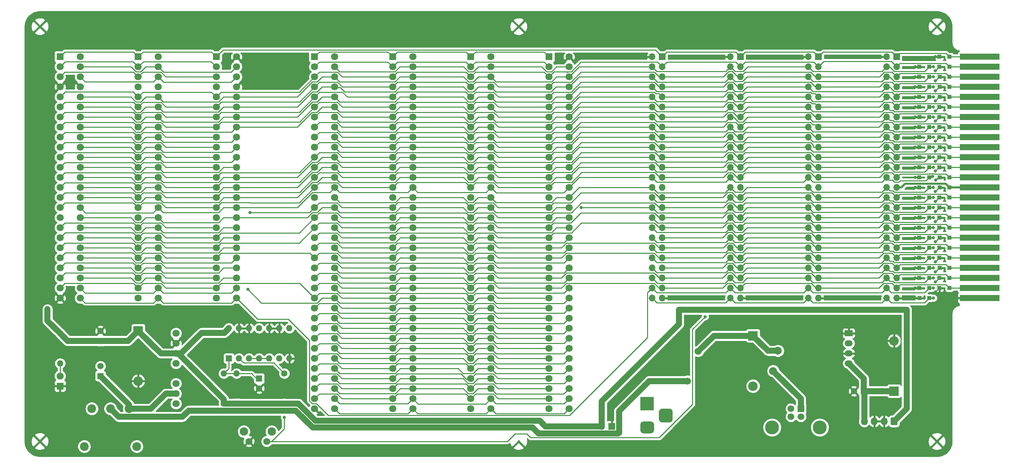
<source format=gtl>
G04 #@! TF.GenerationSoftware,KiCad,Pcbnew,(5.1.12)-1*
G04 #@! TF.CreationDate,2024-01-30T16:00:45+00:00*
G04 #@! TF.ProjectId,Backplane,4261636b-706c-4616-9e65-2e6b69636164,rev?*
G04 #@! TF.SameCoordinates,Original*
G04 #@! TF.FileFunction,Copper,L1,Top*
G04 #@! TF.FilePolarity,Positive*
%FSLAX46Y46*%
G04 Gerber Fmt 4.6, Leading zero omitted, Abs format (unit mm)*
G04 Created by KiCad (PCBNEW (5.1.12)-1) date 2024-01-30 16:00:45*
%MOMM*%
%LPD*%
G01*
G04 APERTURE LIST*
G04 #@! TA.AperFunction,SMDPad,CuDef*
%ADD10R,10.000000X1.600000*%
G04 #@! TD*
G04 #@! TA.AperFunction,ComponentPad*
%ADD11R,2.000000X1.500000*%
G04 #@! TD*
G04 #@! TA.AperFunction,ComponentPad*
%ADD12O,2.000000X1.500000*%
G04 #@! TD*
G04 #@! TA.AperFunction,ComponentPad*
%ADD13O,1.600000X1.600000*%
G04 #@! TD*
G04 #@! TA.AperFunction,ComponentPad*
%ADD14R,1.600000X1.600000*%
G04 #@! TD*
G04 #@! TA.AperFunction,ComponentPad*
%ADD15C,1.600000*%
G04 #@! TD*
G04 #@! TA.AperFunction,ComponentPad*
%ADD16O,1.700000X1.700000*%
G04 #@! TD*
G04 #@! TA.AperFunction,ComponentPad*
%ADD17R,1.700000X1.700000*%
G04 #@! TD*
G04 #@! TA.AperFunction,ComponentPad*
%ADD18R,3.500000X3.500000*%
G04 #@! TD*
G04 #@! TA.AperFunction,ComponentPad*
%ADD19O,1.700000X1.950000*%
G04 #@! TD*
G04 #@! TA.AperFunction,ComponentPad*
%ADD20O,2.400000X2.400000*%
G04 #@! TD*
G04 #@! TA.AperFunction,ComponentPad*
%ADD21R,2.400000X2.400000*%
G04 #@! TD*
G04 #@! TA.AperFunction,ComponentPad*
%ADD22C,1.800000*%
G04 #@! TD*
G04 #@! TA.AperFunction,ComponentPad*
%ADD23R,1.800000X1.800000*%
G04 #@! TD*
G04 #@! TA.AperFunction,SMDPad,CuDef*
%ADD24R,1.000000X1.000000*%
G04 #@! TD*
G04 #@! TA.AperFunction,ComponentPad*
%ADD25C,2.100000*%
G04 #@! TD*
G04 #@! TA.AperFunction,ComponentPad*
%ADD26C,1.750000*%
G04 #@! TD*
G04 #@! TA.AperFunction,ComponentPad*
%ADD27C,2.200000*%
G04 #@! TD*
G04 #@! TA.AperFunction,ComponentPad*
%ADD28C,3.500000*%
G04 #@! TD*
G04 #@! TA.AperFunction,ComponentPad*
%ADD29C,1.700000*%
G04 #@! TD*
G04 #@! TA.AperFunction,ComponentPad*
%ADD30C,2.010000*%
G04 #@! TD*
G04 #@! TA.AperFunction,ViaPad*
%ADD31C,0.800000*%
G04 #@! TD*
G04 #@! TA.AperFunction,ViaPad*
%ADD32C,1.500000*%
G04 #@! TD*
G04 #@! TA.AperFunction,Conductor*
%ADD33C,0.250000*%
G04 #@! TD*
G04 #@! TA.AperFunction,Conductor*
%ADD34C,0.500000*%
G04 #@! TD*
G04 #@! TA.AperFunction,Conductor*
%ADD35C,1.500000*%
G04 #@! TD*
G04 #@! TA.AperFunction,Conductor*
%ADD36C,0.254000*%
G04 #@! TD*
G04 #@! TA.AperFunction,Conductor*
%ADD37C,0.100000*%
G04 #@! TD*
G04 APERTURE END LIST*
D10*
G04 #@! TO.P,J12,25*
G04 #@! TO.N,GND*
X295275000Y-83820000D03*
G04 #@! TO.P,J12,24*
G04 #@! TO.N,/LPEN*
X295275000Y-81280000D03*
G04 #@! TO.P,J12,23*
G04 #@! TO.N,/RAMDIS*
X295275000Y-78740000D03*
G04 #@! TO.P,J12,22*
G04 #@! TO.N,/ROMDIS*
X295275000Y-76200000D03*
G04 #@! TO.P,J12,21*
G04 #@! TO.N,/~RSET*
X295275000Y-73660000D03*
G04 #@! TO.P,J12,20*
G04 #@! TO.N,/READY*
X295275000Y-71120000D03*
G04 #@! TO.P,J12,19*
G04 #@! TO.N,/~BUSRQ*
X295275000Y-68580000D03*
G04 #@! TO.P,J12,18*
G04 #@! TO.N,/~INT*
X295275000Y-66040000D03*
G04 #@! TO.P,J12,17*
G04 #@! TO.N,/~WR*
X295275000Y-63500000D03*
G04 #@! TO.P,J12,16*
G04 #@! TO.N,/~IORQ*
X295275000Y-60960000D03*
G04 #@! TO.P,J12,15*
G04 #@! TO.N,/~M1*
X295275000Y-58420000D03*
G04 #@! TO.P,J12,14*
G04 #@! TO.N,+5V*
X295275000Y-55880000D03*
G04 #@! TO.P,J12,13*
G04 #@! TO.N,/D1*
X295275000Y-53340000D03*
G04 #@! TO.P,J12,12*
G04 #@! TO.N,/D3*
X295275000Y-50800000D03*
G04 #@! TO.P,J12,11*
G04 #@! TO.N,/D5*
X295275000Y-48260000D03*
G04 #@! TO.P,J12,10*
G04 #@! TO.N,/D7*
X295275000Y-45720000D03*
G04 #@! TO.P,J12,9*
G04 #@! TO.N,/A1*
X295275000Y-43180000D03*
G04 #@! TO.P,J12,8*
G04 #@! TO.N,/A3*
X295275000Y-40640000D03*
G04 #@! TO.P,J12,7*
G04 #@! TO.N,/A5*
X295275000Y-38100000D03*
G04 #@! TO.P,J12,6*
G04 #@! TO.N,/A7*
X295275000Y-35560000D03*
G04 #@! TO.P,J12,5*
G04 #@! TO.N,/A9*
X295275000Y-33020000D03*
G04 #@! TO.P,J12,4*
G04 #@! TO.N,/A11*
X295275000Y-30480000D03*
G04 #@! TO.P,J12,3*
G04 #@! TO.N,/A13*
X295275000Y-27940000D03*
G04 #@! TO.P,J12,2*
G04 #@! TO.N,/A15*
X295275000Y-25400000D03*
G04 #@! TO.P,J12,1*
G04 #@! TO.N,/SOUND*
X295275000Y-22860000D03*
G04 #@! TD*
D11*
G04 #@! TO.P,U3,1*
G04 #@! TO.N,GND*
X262255000Y-92710000D03*
D12*
G04 #@! TO.P,U3,2*
G04 #@! TO.N,/SWITCHED_5V*
X262255000Y-95250000D03*
G04 #@! TO.P,U3,3*
G04 #@! TO.N,GND*
X262255000Y-97790000D03*
G04 #@! TO.P,U3,4*
G04 #@! TO.N,+12V*
X262255000Y-100330000D03*
G04 #@! TD*
D13*
G04 #@! TO.P,U2,14*
G04 #@! TO.N,+5V*
X106045000Y-91440000D03*
G04 #@! TO.P,U2,7*
G04 #@! TO.N,GND*
X121285000Y-99060000D03*
G04 #@! TO.P,U2,13*
X108585000Y-91440000D03*
G04 #@! TO.P,U2,6*
G04 #@! TO.N,/~RSET*
X118745000Y-99060000D03*
G04 #@! TO.P,U2,12*
G04 #@! TO.N,GND*
X111125000Y-91440000D03*
G04 #@! TO.P,U2,5*
G04 #@! TO.N,Net-(U2-Pad3)*
X116205000Y-99060000D03*
G04 #@! TO.P,U2,11*
G04 #@! TO.N,Net-(U2-Pad11)*
X113665000Y-91440000D03*
G04 #@! TO.P,U2,4*
G04 #@! TO.N,Net-(U2-Pad3)*
X113665000Y-99060000D03*
G04 #@! TO.P,U2,10*
G04 #@! TO.N,GND*
X116205000Y-91440000D03*
G04 #@! TO.P,U2,3*
G04 #@! TO.N,Net-(U2-Pad3)*
X111125000Y-99060000D03*
G04 #@! TO.P,U2,9*
G04 #@! TO.N,GND*
X118745000Y-91440000D03*
G04 #@! TO.P,U2,2*
G04 #@! TO.N,/~BRST*
X108585000Y-99060000D03*
G04 #@! TO.P,U2,8*
G04 #@! TO.N,Net-(U2-Pad8)*
X121285000Y-91440000D03*
D14*
G04 #@! TO.P,U2,1*
G04 #@! TO.N,Net-(C4-Pad1)*
X106045000Y-99060000D03*
G04 #@! TD*
D13*
G04 #@! TO.P,R3,2*
G04 #@! TO.N,+5V*
X120015000Y-110490000D03*
D15*
G04 #@! TO.P,R3,1*
G04 #@! TO.N,/~BRST*
X120015000Y-102870000D03*
G04 #@! TD*
D13*
G04 #@! TO.P,R2,2*
G04 #@! TO.N,Net-(C4-Pad1)*
X104775000Y-102870000D03*
D15*
G04 #@! TO.P,R2,1*
G04 #@! TO.N,+5V*
X104775000Y-110490000D03*
G04 #@! TD*
D16*
G04 #@! TO.P,J17,2*
G04 #@! TO.N,+5V*
X200025000Y-116205000D03*
D17*
G04 #@! TO.P,J17,1*
G04 #@! TO.N,GND*
X202565000Y-116205000D03*
G04 #@! TD*
G04 #@! TO.P,J16,3*
G04 #@! TO.N,N/C*
G04 #@! TA.AperFunction,ComponentPad*
G36*
G01*
X217030000Y-115240000D02*
X215280000Y-115240000D01*
G75*
G02*
X214405000Y-114365000I0J875000D01*
G01*
X214405000Y-112615000D01*
G75*
G02*
X215280000Y-111740000I875000J0D01*
G01*
X217030000Y-111740000D01*
G75*
G02*
X217905000Y-112615000I0J-875000D01*
G01*
X217905000Y-114365000D01*
G75*
G02*
X217030000Y-115240000I-875000J0D01*
G01*
G37*
G04 #@! TD.AperFunction*
G04 #@! TO.P,J16,2*
G04 #@! TO.N,Net-(J16-Pad2)*
G04 #@! TA.AperFunction,ComponentPad*
G36*
G01*
X212455000Y-117990000D02*
X210455000Y-117990000D01*
G75*
G02*
X209705000Y-117240000I0J750000D01*
G01*
X209705000Y-115740000D01*
G75*
G02*
X210455000Y-114990000I750000J0D01*
G01*
X212455000Y-114990000D01*
G75*
G02*
X213205000Y-115740000I0J-750000D01*
G01*
X213205000Y-117240000D01*
G75*
G02*
X212455000Y-117990000I-750000J0D01*
G01*
G37*
G04 #@! TD.AperFunction*
D18*
G04 #@! TO.P,J16,1*
G04 #@! TO.N,Net-(J16-Pad1)*
X211455000Y-110490000D03*
G04 #@! TD*
D19*
G04 #@! TO.P,J15,4*
G04 #@! TO.N,+12V*
X266185000Y-114935000D03*
G04 #@! TO.P,J15,3*
G04 #@! TO.N,GND*
X268685000Y-114935000D03*
G04 #@! TO.P,J15,2*
X271185000Y-114935000D03*
G04 #@! TO.P,J15,1*
G04 #@! TO.N,+5V*
G04 #@! TA.AperFunction,ComponentPad*
G36*
G01*
X274535000Y-114210000D02*
X274535000Y-115660000D01*
G75*
G02*
X274285000Y-115910000I-250000J0D01*
G01*
X273085000Y-115910000D01*
G75*
G02*
X272835000Y-115660000I0J250000D01*
G01*
X272835000Y-114210000D01*
G75*
G02*
X273085000Y-113960000I250000J0D01*
G01*
X274285000Y-113960000D01*
G75*
G02*
X274535000Y-114210000I0J-250000D01*
G01*
G37*
G04 #@! TD.AperFunction*
G04 #@! TD*
D20*
G04 #@! TO.P,D53,2*
G04 #@! TO.N,GND*
X273685000Y-94615000D03*
D21*
G04 #@! TO.P,D53,1*
G04 #@! TO.N,+12V*
X273685000Y-107315000D03*
G04 #@! TD*
D13*
G04 #@! TO.P,D52,2*
G04 #@! TO.N,Net-(C4-Pad1)*
X107950000Y-102870000D03*
D14*
G04 #@! TO.P,D52,1*
G04 #@! TO.N,+5V*
X107950000Y-110490000D03*
G04 #@! TD*
D15*
G04 #@! TO.P,C4,2*
G04 #@! TO.N,GND*
X113665000Y-106640000D03*
D14*
G04 #@! TO.P,C4,1*
G04 #@! TO.N,Net-(C4-Pad1)*
X113665000Y-104140000D03*
G04 #@! TD*
D15*
G04 #@! TO.P,C3,2*
G04 #@! TO.N,GND*
X263565000Y-107315000D03*
D14*
G04 #@! TO.P,C3,1*
G04 #@! TO.N,+12V*
X266065000Y-107315000D03*
G04 #@! TD*
D22*
G04 #@! TO.P,J11,50*
G04 #@! TO.N,/~EXP*
X68580000Y-83820000D03*
G04 #@! TO.P,J11,25*
G04 #@! TO.N,GND*
X63500000Y-83820000D03*
G04 #@! TO.P,J11,33*
G04 #@! TO.N,/A8*
X68580000Y-40640000D03*
G04 #@! TO.P,J11,34*
G04 #@! TO.N,/PA0*
X68580000Y-43180000D03*
G04 #@! TO.P,J11,35*
G04 #@! TO.N,/PA2*
X68580000Y-45720000D03*
G04 #@! TO.P,J11,36*
G04 #@! TO.N,/PA4*
X68580000Y-48260000D03*
G04 #@! TO.P,J11,37*
G04 #@! TO.N,/PA6*
X68580000Y-50800000D03*
G04 #@! TO.P,J11,38*
G04 #@! TO.N,/D6*
X68580000Y-53340000D03*
G04 #@! TO.P,J11,39*
G04 #@! TO.N,/D4*
X68580000Y-55880000D03*
G04 #@! TO.P,J11,40*
G04 #@! TO.N,/D2*
X68580000Y-58420000D03*
G04 #@! TO.P,J11,41*
G04 #@! TO.N,/D0*
X68580000Y-60960000D03*
G04 #@! TO.P,J11,42*
G04 #@! TO.N,/~RD*
X68580000Y-63500000D03*
G04 #@! TO.P,J11,43*
G04 #@! TO.N,/BDIR*
X68580000Y-66040000D03*
G04 #@! TO.P,J11,44*
G04 #@! TO.N,/BC1*
X68580000Y-68580000D03*
G04 #@! TO.P,J11,45*
G04 #@! TO.N,/MOTOR*
X68580000Y-71120000D03*
G04 #@! TO.P,J11,46*
G04 #@! TO.N,/PC0*
X68580000Y-73660000D03*
G04 #@! TO.P,J11,47*
G04 #@! TO.N,/PC2*
X68580000Y-76200000D03*
G04 #@! TO.P,J11,48*
G04 #@! TO.N,/~CPU_ADDR*
X68580000Y-78740000D03*
G04 #@! TO.P,J11,49*
G04 #@! TO.N,/PRTBSY*
X68580000Y-81280000D03*
G04 #@! TO.P,J11,24*
G04 #@! TO.N,/VSYNC*
X63500000Y-81280000D03*
G04 #@! TO.P,J11,23*
G04 #@! TO.N,/PC3*
X63500000Y-78740000D03*
G04 #@! TO.P,J11,22*
G04 #@! TO.N,/PC1*
X63500000Y-76200000D03*
G04 #@! TO.P,J11,21*
G04 #@! TO.N,/~RSET*
X63500000Y-73660000D03*
G04 #@! TO.P,J11,20*
G04 #@! TO.N,/~WR*
X63500000Y-71120000D03*
G04 #@! TO.P,J11,19*
G04 #@! TO.N,/~IORQ*
X63500000Y-68580000D03*
G04 #@! TO.P,J11,18*
G04 #@! TO.N,/~M1*
X63500000Y-66040000D03*
G04 #@! TO.P,J11,17*
G04 #@! TO.N,+5V*
X63500000Y-63500000D03*
G04 #@! TO.P,J11,16*
G04 #@! TO.N,/D1*
X63500000Y-60960000D03*
G04 #@! TO.P,J11,15*
G04 #@! TO.N,/D3*
X63500000Y-58420000D03*
G04 #@! TO.P,J11,14*
G04 #@! TO.N,/D5*
X63500000Y-55880000D03*
G04 #@! TO.P,J11,13*
G04 #@! TO.N,/D7*
X63500000Y-53340000D03*
G04 #@! TO.P,J11,12*
G04 #@! TO.N,/PA7*
X63500000Y-50800000D03*
G04 #@! TO.P,J11,11*
G04 #@! TO.N,/PA5*
X63500000Y-48260000D03*
G04 #@! TO.P,J11,10*
G04 #@! TO.N,/PA3*
X63500000Y-45720000D03*
G04 #@! TO.P,J11,9*
G04 #@! TO.N,/PA1*
X63500000Y-43180000D03*
G04 #@! TO.P,J11,8*
G04 #@! TO.N,/A9*
X63500000Y-40640000D03*
G04 #@! TO.P,J11,32*
G04 #@! TO.N,/A10*
X68580000Y-38100000D03*
G04 #@! TO.P,J11,31*
G04 #@! TO.N,/A12*
X68580000Y-35560000D03*
G04 #@! TO.P,J11,30*
G04 #@! TO.N,/A14*
X68580000Y-33020000D03*
G04 #@! TO.P,J11,29*
G04 #@! TO.N,GND*
X68580000Y-30480000D03*
G04 #@! TO.P,J11,28*
G04 #@! TO.N,/RIGHT*
X68580000Y-27940000D03*
G04 #@! TO.P,J11,27*
G04 #@! TO.N,/CASWR*
X68580000Y-25400000D03*
G04 #@! TO.P,J11,26*
G04 #@! TO.N,GND*
X68580000Y-22860000D03*
G04 #@! TO.P,J11,7*
G04 #@! TO.N,/A11*
X63500000Y-38100000D03*
G04 #@! TO.P,J11,6*
G04 #@! TO.N,/A13*
X63500000Y-35560000D03*
G04 #@! TO.P,J11,5*
G04 #@! TO.N,/A15*
X63500000Y-33020000D03*
G04 #@! TO.P,J11,4*
G04 #@! TO.N,GND*
X63500000Y-30480000D03*
G04 #@! TO.P,J11,3*
G04 #@! TO.N,/LEFT*
X63500000Y-27940000D03*
G04 #@! TO.P,J11,2*
G04 #@! TO.N,/CASRD*
X63500000Y-25400000D03*
D23*
G04 #@! TO.P,J11,1*
G04 #@! TO.N,/SOUND*
X63500000Y-22860000D03*
G04 #@! TD*
D22*
G04 #@! TO.P,J10,50*
G04 #@! TO.N,/~EXP*
X88265000Y-83820000D03*
G04 #@! TO.P,J10,25*
G04 #@! TO.N,GND*
X83185000Y-83820000D03*
G04 #@! TO.P,J10,33*
G04 #@! TO.N,/A8*
X88265000Y-40640000D03*
G04 #@! TO.P,J10,34*
G04 #@! TO.N,/PA0*
X88265000Y-43180000D03*
G04 #@! TO.P,J10,35*
G04 #@! TO.N,/PA2*
X88265000Y-45720000D03*
G04 #@! TO.P,J10,36*
G04 #@! TO.N,/PA4*
X88265000Y-48260000D03*
G04 #@! TO.P,J10,37*
G04 #@! TO.N,/PA6*
X88265000Y-50800000D03*
G04 #@! TO.P,J10,38*
G04 #@! TO.N,/D6*
X88265000Y-53340000D03*
G04 #@! TO.P,J10,39*
G04 #@! TO.N,/D4*
X88265000Y-55880000D03*
G04 #@! TO.P,J10,40*
G04 #@! TO.N,/D2*
X88265000Y-58420000D03*
G04 #@! TO.P,J10,41*
G04 #@! TO.N,/D0*
X88265000Y-60960000D03*
G04 #@! TO.P,J10,42*
G04 #@! TO.N,/~RD*
X88265000Y-63500000D03*
G04 #@! TO.P,J10,43*
G04 #@! TO.N,/BDIR*
X88265000Y-66040000D03*
G04 #@! TO.P,J10,44*
G04 #@! TO.N,/BC1*
X88265000Y-68580000D03*
G04 #@! TO.P,J10,45*
G04 #@! TO.N,/MOTOR*
X88265000Y-71120000D03*
G04 #@! TO.P,J10,46*
G04 #@! TO.N,/PC0*
X88265000Y-73660000D03*
G04 #@! TO.P,J10,47*
G04 #@! TO.N,/PC2*
X88265000Y-76200000D03*
G04 #@! TO.P,J10,48*
G04 #@! TO.N,/~CPU_ADDR*
X88265000Y-78740000D03*
G04 #@! TO.P,J10,49*
G04 #@! TO.N,/PRTBSY*
X88265000Y-81280000D03*
G04 #@! TO.P,J10,24*
G04 #@! TO.N,/VSYNC*
X83185000Y-81280000D03*
G04 #@! TO.P,J10,23*
G04 #@! TO.N,/PC3*
X83185000Y-78740000D03*
G04 #@! TO.P,J10,22*
G04 #@! TO.N,/PC1*
X83185000Y-76200000D03*
G04 #@! TO.P,J10,21*
G04 #@! TO.N,/~RSET*
X83185000Y-73660000D03*
G04 #@! TO.P,J10,20*
G04 #@! TO.N,/~WR*
X83185000Y-71120000D03*
G04 #@! TO.P,J10,19*
G04 #@! TO.N,/~IORQ*
X83185000Y-68580000D03*
G04 #@! TO.P,J10,18*
G04 #@! TO.N,/~M1*
X83185000Y-66040000D03*
G04 #@! TO.P,J10,17*
G04 #@! TO.N,+5V*
X83185000Y-63500000D03*
G04 #@! TO.P,J10,16*
G04 #@! TO.N,/D1*
X83185000Y-60960000D03*
G04 #@! TO.P,J10,15*
G04 #@! TO.N,/D3*
X83185000Y-58420000D03*
G04 #@! TO.P,J10,14*
G04 #@! TO.N,/D5*
X83185000Y-55880000D03*
G04 #@! TO.P,J10,13*
G04 #@! TO.N,/D7*
X83185000Y-53340000D03*
G04 #@! TO.P,J10,12*
G04 #@! TO.N,/PA7*
X83185000Y-50800000D03*
G04 #@! TO.P,J10,11*
G04 #@! TO.N,/PA5*
X83185000Y-48260000D03*
G04 #@! TO.P,J10,10*
G04 #@! TO.N,/PA3*
X83185000Y-45720000D03*
G04 #@! TO.P,J10,9*
G04 #@! TO.N,/PA1*
X83185000Y-43180000D03*
G04 #@! TO.P,J10,8*
G04 #@! TO.N,/A9*
X83185000Y-40640000D03*
G04 #@! TO.P,J10,32*
G04 #@! TO.N,/A10*
X88265000Y-38100000D03*
G04 #@! TO.P,J10,31*
G04 #@! TO.N,/A12*
X88265000Y-35560000D03*
G04 #@! TO.P,J10,30*
G04 #@! TO.N,/A14*
X88265000Y-33020000D03*
G04 #@! TO.P,J10,29*
G04 #@! TO.N,GND*
X88265000Y-30480000D03*
G04 #@! TO.P,J10,28*
G04 #@! TO.N,/RIGHT*
X88265000Y-27940000D03*
G04 #@! TO.P,J10,27*
G04 #@! TO.N,/CASWR*
X88265000Y-25400000D03*
G04 #@! TO.P,J10,26*
G04 #@! TO.N,GND*
X88265000Y-22860000D03*
G04 #@! TO.P,J10,7*
G04 #@! TO.N,/A11*
X83185000Y-38100000D03*
G04 #@! TO.P,J10,6*
G04 #@! TO.N,/A13*
X83185000Y-35560000D03*
G04 #@! TO.P,J10,5*
G04 #@! TO.N,/A15*
X83185000Y-33020000D03*
G04 #@! TO.P,J10,4*
G04 #@! TO.N,GND*
X83185000Y-30480000D03*
G04 #@! TO.P,J10,3*
G04 #@! TO.N,/LEFT*
X83185000Y-27940000D03*
G04 #@! TO.P,J10,2*
G04 #@! TO.N,/CASRD*
X83185000Y-25400000D03*
D23*
G04 #@! TO.P,J10,1*
G04 #@! TO.N,/SOUND*
X83185000Y-22860000D03*
G04 #@! TD*
D22*
G04 #@! TO.P,J9,50*
G04 #@! TO.N,/~EXP*
X107950000Y-83820000D03*
G04 #@! TO.P,J9,25*
G04 #@! TO.N,GND*
X102870000Y-83820000D03*
G04 #@! TO.P,J9,33*
G04 #@! TO.N,/A8*
X107950000Y-40640000D03*
G04 #@! TO.P,J9,34*
G04 #@! TO.N,/PA0*
X107950000Y-43180000D03*
G04 #@! TO.P,J9,35*
G04 #@! TO.N,/PA2*
X107950000Y-45720000D03*
G04 #@! TO.P,J9,36*
G04 #@! TO.N,/PA4*
X107950000Y-48260000D03*
G04 #@! TO.P,J9,37*
G04 #@! TO.N,/PA6*
X107950000Y-50800000D03*
G04 #@! TO.P,J9,38*
G04 #@! TO.N,/D6*
X107950000Y-53340000D03*
G04 #@! TO.P,J9,39*
G04 #@! TO.N,/D4*
X107950000Y-55880000D03*
G04 #@! TO.P,J9,40*
G04 #@! TO.N,/D2*
X107950000Y-58420000D03*
G04 #@! TO.P,J9,41*
G04 #@! TO.N,/D0*
X107950000Y-60960000D03*
G04 #@! TO.P,J9,42*
G04 #@! TO.N,/~RD*
X107950000Y-63500000D03*
G04 #@! TO.P,J9,43*
G04 #@! TO.N,/BDIR*
X107950000Y-66040000D03*
G04 #@! TO.P,J9,44*
G04 #@! TO.N,/BC1*
X107950000Y-68580000D03*
G04 #@! TO.P,J9,45*
G04 #@! TO.N,/MOTOR*
X107950000Y-71120000D03*
G04 #@! TO.P,J9,46*
G04 #@! TO.N,/PC0*
X107950000Y-73660000D03*
G04 #@! TO.P,J9,47*
G04 #@! TO.N,/PC2*
X107950000Y-76200000D03*
G04 #@! TO.P,J9,48*
G04 #@! TO.N,/~CPU_ADDR*
X107950000Y-78740000D03*
G04 #@! TO.P,J9,49*
G04 #@! TO.N,/PRTBSY*
X107950000Y-81280000D03*
G04 #@! TO.P,J9,24*
G04 #@! TO.N,/VSYNC*
X102870000Y-81280000D03*
G04 #@! TO.P,J9,23*
G04 #@! TO.N,/PC3*
X102870000Y-78740000D03*
G04 #@! TO.P,J9,22*
G04 #@! TO.N,/PC1*
X102870000Y-76200000D03*
G04 #@! TO.P,J9,21*
G04 #@! TO.N,/~RSET*
X102870000Y-73660000D03*
G04 #@! TO.P,J9,20*
G04 #@! TO.N,/~WR*
X102870000Y-71120000D03*
G04 #@! TO.P,J9,19*
G04 #@! TO.N,/~IORQ*
X102870000Y-68580000D03*
G04 #@! TO.P,J9,18*
G04 #@! TO.N,/~M1*
X102870000Y-66040000D03*
G04 #@! TO.P,J9,17*
G04 #@! TO.N,+5V*
X102870000Y-63500000D03*
G04 #@! TO.P,J9,16*
G04 #@! TO.N,/D1*
X102870000Y-60960000D03*
G04 #@! TO.P,J9,15*
G04 #@! TO.N,/D3*
X102870000Y-58420000D03*
G04 #@! TO.P,J9,14*
G04 #@! TO.N,/D5*
X102870000Y-55880000D03*
G04 #@! TO.P,J9,13*
G04 #@! TO.N,/D7*
X102870000Y-53340000D03*
G04 #@! TO.P,J9,12*
G04 #@! TO.N,/PA7*
X102870000Y-50800000D03*
G04 #@! TO.P,J9,11*
G04 #@! TO.N,/PA5*
X102870000Y-48260000D03*
G04 #@! TO.P,J9,10*
G04 #@! TO.N,/PA3*
X102870000Y-45720000D03*
G04 #@! TO.P,J9,9*
G04 #@! TO.N,/PA1*
X102870000Y-43180000D03*
G04 #@! TO.P,J9,8*
G04 #@! TO.N,/A9*
X102870000Y-40640000D03*
G04 #@! TO.P,J9,32*
G04 #@! TO.N,/A10*
X107950000Y-38100000D03*
G04 #@! TO.P,J9,31*
G04 #@! TO.N,/A12*
X107950000Y-35560000D03*
G04 #@! TO.P,J9,30*
G04 #@! TO.N,/A14*
X107950000Y-33020000D03*
G04 #@! TO.P,J9,29*
G04 #@! TO.N,GND*
X107950000Y-30480000D03*
G04 #@! TO.P,J9,28*
G04 #@! TO.N,/RIGHT*
X107950000Y-27940000D03*
G04 #@! TO.P,J9,27*
G04 #@! TO.N,/CASWR*
X107950000Y-25400000D03*
G04 #@! TO.P,J9,26*
G04 #@! TO.N,GND*
X107950000Y-22860000D03*
G04 #@! TO.P,J9,7*
G04 #@! TO.N,/A11*
X102870000Y-38100000D03*
G04 #@! TO.P,J9,6*
G04 #@! TO.N,/A13*
X102870000Y-35560000D03*
G04 #@! TO.P,J9,5*
G04 #@! TO.N,/A15*
X102870000Y-33020000D03*
G04 #@! TO.P,J9,4*
G04 #@! TO.N,GND*
X102870000Y-30480000D03*
G04 #@! TO.P,J9,3*
G04 #@! TO.N,/LEFT*
X102870000Y-27940000D03*
G04 #@! TO.P,J9,2*
G04 #@! TO.N,/CASRD*
X102870000Y-25400000D03*
D23*
G04 #@! TO.P,J9,1*
G04 #@! TO.N,/SOUND*
X102870000Y-22860000D03*
G04 #@! TD*
D24*
G04 #@! TO.P,D51,2*
G04 #@! TO.N,GND*
X280055000Y-83820000D03*
G04 #@! TO.P,D51,1*
G04 #@! TO.N,/CLK4*
X282555000Y-83820000D03*
G04 #@! TD*
D22*
G04 #@! TO.P,J8,72*
G04 #@! TO.N,/SPARE5*
X132715000Y-111760000D03*
G04 #@! TO.P,J8,71*
G04 #@! TO.N,/RD0*
X132715000Y-109220000D03*
G04 #@! TO.P,J8,70*
G04 #@! TO.N,/RD2*
X132715000Y-106680000D03*
G04 #@! TO.P,J8,69*
G04 #@! TO.N,/RD4*
X132715000Y-104140000D03*
G04 #@! TO.P,J8,68*
G04 #@! TO.N,/RD6*
X132715000Y-101600000D03*
G04 #@! TO.P,J8,67*
G04 #@! TO.N,/SPARE4*
X132715000Y-99060000D03*
G04 #@! TO.P,J8,66*
G04 #@! TO.N,/RAMA16*
X132715000Y-96520000D03*
G04 #@! TO.P,J8,65*
G04 #@! TO.N,/RAMA18*
X132715000Y-93980000D03*
G04 #@! TO.P,J8,64*
G04 #@! TO.N,/~RAMCS*
X132715000Y-91440000D03*
G04 #@! TO.P,J8,63*
G04 #@! TO.N,/~MWE*
X132715000Y-88900000D03*
G04 #@! TO.P,J8,62*
G04 #@! TO.N,/~RAS*
X132715000Y-86360000D03*
G04 #@! TO.P,J8,61*
G04 #@! TO.N,/~CPU_ADDR*
X132715000Y-83820000D03*
G04 #@! TO.P,J8,60*
G04 #@! TO.N,/~XCPU_AD*
X132715000Y-81280000D03*
G04 #@! TO.P,J8,59*
G04 #@! TO.N,/~244EN*
X132715000Y-78740000D03*
G04 #@! TO.P,J8,58*
G04 #@! TO.N,/~CAS*
X132715000Y-76200000D03*
G04 #@! TO.P,J8,57*
G04 #@! TO.N,/~MA0_CCLK*
X132715000Y-73660000D03*
G04 #@! TO.P,J8,56*
G04 #@! TO.N,/CLK4*
X132715000Y-71120000D03*
G04 #@! TO.P,J8,55*
G04 #@! TO.N,/CURSOR*
X132715000Y-68580000D03*
G04 #@! TO.P,J8,54*
G04 #@! TO.N,/~RAMRD*
X132715000Y-66040000D03*
G04 #@! TO.P,J8,53*
G04 #@! TO.N,/~ROMEN*
X132715000Y-63500000D03*
G04 #@! TO.P,J8,52*
G04 #@! TO.N,/~RD*
X132715000Y-60960000D03*
G04 #@! TO.P,J8,51*
G04 #@! TO.N,/~MREQ*
X132715000Y-58420000D03*
G04 #@! TO.P,J8,50*
G04 #@! TO.N,/D0*
X132715000Y-55880000D03*
G04 #@! TO.P,J8,25*
G04 #@! TO.N,/VSYNC*
X127635000Y-83820000D03*
G04 #@! TO.P,J8,33*
G04 #@! TO.N,/RD5*
X127635000Y-104140000D03*
G04 #@! TO.P,J8,34*
G04 #@! TO.N,/RD3*
X127635000Y-106680000D03*
G04 #@! TO.P,J8,35*
G04 #@! TO.N,/RD1*
X127635000Y-109220000D03*
G04 #@! TO.P,J8,36*
G04 #@! TO.N,GND*
X127635000Y-111760000D03*
G04 #@! TO.P,J8,37*
X132715000Y-22860000D03*
G04 #@! TO.P,J8,38*
G04 #@! TO.N,/A14OUT*
X132715000Y-25400000D03*
G04 #@! TO.P,J8,39*
G04 #@! TO.N,/A14*
X132715000Y-27940000D03*
G04 #@! TO.P,J8,40*
G04 #@! TO.N,/A12*
X132715000Y-30480000D03*
G04 #@! TO.P,J8,41*
G04 #@! TO.N,/A10*
X132715000Y-33020000D03*
G04 #@! TO.P,J8,42*
G04 #@! TO.N,/A8*
X132715000Y-35560000D03*
G04 #@! TO.P,J8,43*
G04 #@! TO.N,/A6*
X132715000Y-38100000D03*
G04 #@! TO.P,J8,44*
G04 #@! TO.N,/A4*
X132715000Y-40640000D03*
G04 #@! TO.P,J8,45*
G04 #@! TO.N,/A2*
X132715000Y-43180000D03*
G04 #@! TO.P,J8,46*
G04 #@! TO.N,/A0*
X132715000Y-45720000D03*
G04 #@! TO.P,J8,47*
G04 #@! TO.N,/D6*
X132715000Y-48260000D03*
G04 #@! TO.P,J8,48*
G04 #@! TO.N,/D4*
X132715000Y-50800000D03*
G04 #@! TO.P,J8,49*
G04 #@! TO.N,/D2*
X132715000Y-53340000D03*
G04 #@! TO.P,J8,24*
G04 #@! TO.N,/LPEN*
X127635000Y-81280000D03*
G04 #@! TO.P,J8,23*
G04 #@! TO.N,/RAMDIS*
X127635000Y-78740000D03*
G04 #@! TO.P,J8,22*
G04 #@! TO.N,/SPARE2*
X127635000Y-76200000D03*
G04 #@! TO.P,J8,21*
G04 #@! TO.N,/~RSET*
X127635000Y-73660000D03*
G04 #@! TO.P,J8,20*
G04 #@! TO.N,/READY*
X127635000Y-71120000D03*
G04 #@! TO.P,J8,19*
G04 #@! TO.N,/~INT*
X127635000Y-68580000D03*
G04 #@! TO.P,J8,18*
G04 #@! TO.N,/~WR*
X127635000Y-66040000D03*
G04 #@! TO.P,J8,17*
G04 #@! TO.N,/~IORQ*
X127635000Y-63500000D03*
G04 #@! TO.P,J8,16*
G04 #@! TO.N,/~M1*
X127635000Y-60960000D03*
G04 #@! TO.P,J8,15*
G04 #@! TO.N,+5V*
X127635000Y-58420000D03*
G04 #@! TO.P,J8,14*
G04 #@! TO.N,/D1*
X127635000Y-55880000D03*
G04 #@! TO.P,J8,13*
G04 #@! TO.N,/D3*
X127635000Y-53340000D03*
G04 #@! TO.P,J8,12*
G04 #@! TO.N,/D5*
X127635000Y-50800000D03*
G04 #@! TO.P,J8,11*
G04 #@! TO.N,/D7*
X127635000Y-48260000D03*
G04 #@! TO.P,J8,10*
G04 #@! TO.N,/A1*
X127635000Y-45720000D03*
G04 #@! TO.P,J8,9*
G04 #@! TO.N,/A3*
X127635000Y-43180000D03*
G04 #@! TO.P,J8,8*
G04 #@! TO.N,/A5*
X127635000Y-40640000D03*
G04 #@! TO.P,J8,32*
G04 #@! TO.N,/RD7*
X127635000Y-101600000D03*
G04 #@! TO.P,J8,31*
G04 #@! TO.N,/SPARE3*
X127635000Y-99060000D03*
G04 #@! TO.P,J8,30*
G04 #@! TO.N,/RAMA17*
X127635000Y-96520000D03*
G04 #@! TO.P,J8,29*
G04 #@! TO.N,/~RAMWE*
X127635000Y-93980000D03*
G04 #@! TO.P,J8,28*
G04 #@! TO.N,/~RAMOE*
X127635000Y-91440000D03*
G04 #@! TO.P,J8,27*
G04 #@! TO.N,/DISPEN*
X127635000Y-88900000D03*
G04 #@! TO.P,J8,26*
G04 #@! TO.N,/HSYNC*
X127635000Y-86360000D03*
G04 #@! TO.P,J8,7*
G04 #@! TO.N,/A7*
X127635000Y-38100000D03*
G04 #@! TO.P,J8,6*
G04 #@! TO.N,/A9*
X127635000Y-35560000D03*
G04 #@! TO.P,J8,5*
G04 #@! TO.N,/A11*
X127635000Y-33020000D03*
G04 #@! TO.P,J8,4*
G04 #@! TO.N,/A13*
X127635000Y-30480000D03*
G04 #@! TO.P,J8,3*
G04 #@! TO.N,/A15*
X127635000Y-27940000D03*
G04 #@! TO.P,J8,2*
G04 #@! TO.N,/A15OUT*
X127635000Y-25400000D03*
D23*
G04 #@! TO.P,J8,1*
G04 #@! TO.N,/SPARE1*
X127635000Y-22860000D03*
G04 #@! TD*
D22*
G04 #@! TO.P,J7,72*
G04 #@! TO.N,/SPARE5*
X152400000Y-111760000D03*
G04 #@! TO.P,J7,71*
G04 #@! TO.N,/RD0*
X152400000Y-109220000D03*
G04 #@! TO.P,J7,70*
G04 #@! TO.N,/RD2*
X152400000Y-106680000D03*
G04 #@! TO.P,J7,69*
G04 #@! TO.N,/RD4*
X152400000Y-104140000D03*
G04 #@! TO.P,J7,68*
G04 #@! TO.N,/RD6*
X152400000Y-101600000D03*
G04 #@! TO.P,J7,67*
G04 #@! TO.N,/SPARE4*
X152400000Y-99060000D03*
G04 #@! TO.P,J7,66*
G04 #@! TO.N,/RAMA16*
X152400000Y-96520000D03*
G04 #@! TO.P,J7,65*
G04 #@! TO.N,/RAMA18*
X152400000Y-93980000D03*
G04 #@! TO.P,J7,64*
G04 #@! TO.N,/~RAMCS*
X152400000Y-91440000D03*
G04 #@! TO.P,J7,63*
G04 #@! TO.N,/~MWE*
X152400000Y-88900000D03*
G04 #@! TO.P,J7,62*
G04 #@! TO.N,/~RAS*
X152400000Y-86360000D03*
G04 #@! TO.P,J7,61*
G04 #@! TO.N,/~CPU_ADDR*
X152400000Y-83820000D03*
G04 #@! TO.P,J7,60*
G04 #@! TO.N,/~XCPU_AD*
X152400000Y-81280000D03*
G04 #@! TO.P,J7,59*
G04 #@! TO.N,/~244EN*
X152400000Y-78740000D03*
G04 #@! TO.P,J7,58*
G04 #@! TO.N,/~CAS*
X152400000Y-76200000D03*
G04 #@! TO.P,J7,57*
G04 #@! TO.N,/~MA0_CCLK*
X152400000Y-73660000D03*
G04 #@! TO.P,J7,56*
G04 #@! TO.N,/CLK4*
X152400000Y-71120000D03*
G04 #@! TO.P,J7,55*
G04 #@! TO.N,/CURSOR*
X152400000Y-68580000D03*
G04 #@! TO.P,J7,54*
G04 #@! TO.N,/~RAMRD*
X152400000Y-66040000D03*
G04 #@! TO.P,J7,53*
G04 #@! TO.N,/~ROMEN*
X152400000Y-63500000D03*
G04 #@! TO.P,J7,52*
G04 #@! TO.N,/~RD*
X152400000Y-60960000D03*
G04 #@! TO.P,J7,51*
G04 #@! TO.N,/~MREQ*
X152400000Y-58420000D03*
G04 #@! TO.P,J7,50*
G04 #@! TO.N,/D0*
X152400000Y-55880000D03*
G04 #@! TO.P,J7,25*
G04 #@! TO.N,/VSYNC*
X147320000Y-83820000D03*
G04 #@! TO.P,J7,33*
G04 #@! TO.N,/RD5*
X147320000Y-104140000D03*
G04 #@! TO.P,J7,34*
G04 #@! TO.N,/RD3*
X147320000Y-106680000D03*
G04 #@! TO.P,J7,35*
G04 #@! TO.N,/RD1*
X147320000Y-109220000D03*
G04 #@! TO.P,J7,36*
G04 #@! TO.N,GND*
X147320000Y-111760000D03*
G04 #@! TO.P,J7,37*
X152400000Y-22860000D03*
G04 #@! TO.P,J7,38*
G04 #@! TO.N,/A14OUT*
X152400000Y-25400000D03*
G04 #@! TO.P,J7,39*
G04 #@! TO.N,/A14*
X152400000Y-27940000D03*
G04 #@! TO.P,J7,40*
G04 #@! TO.N,/A12*
X152400000Y-30480000D03*
G04 #@! TO.P,J7,41*
G04 #@! TO.N,/A10*
X152400000Y-33020000D03*
G04 #@! TO.P,J7,42*
G04 #@! TO.N,/A8*
X152400000Y-35560000D03*
G04 #@! TO.P,J7,43*
G04 #@! TO.N,/A6*
X152400000Y-38100000D03*
G04 #@! TO.P,J7,44*
G04 #@! TO.N,/A4*
X152400000Y-40640000D03*
G04 #@! TO.P,J7,45*
G04 #@! TO.N,/A2*
X152400000Y-43180000D03*
G04 #@! TO.P,J7,46*
G04 #@! TO.N,/A0*
X152400000Y-45720000D03*
G04 #@! TO.P,J7,47*
G04 #@! TO.N,/D6*
X152400000Y-48260000D03*
G04 #@! TO.P,J7,48*
G04 #@! TO.N,/D4*
X152400000Y-50800000D03*
G04 #@! TO.P,J7,49*
G04 #@! TO.N,/D2*
X152400000Y-53340000D03*
G04 #@! TO.P,J7,24*
G04 #@! TO.N,/LPEN*
X147320000Y-81280000D03*
G04 #@! TO.P,J7,23*
G04 #@! TO.N,/RAMDIS*
X147320000Y-78740000D03*
G04 #@! TO.P,J7,22*
G04 #@! TO.N,/SPARE2*
X147320000Y-76200000D03*
G04 #@! TO.P,J7,21*
G04 #@! TO.N,/~RSET*
X147320000Y-73660000D03*
G04 #@! TO.P,J7,20*
G04 #@! TO.N,/READY*
X147320000Y-71120000D03*
G04 #@! TO.P,J7,19*
G04 #@! TO.N,/~INT*
X147320000Y-68580000D03*
G04 #@! TO.P,J7,18*
G04 #@! TO.N,/~WR*
X147320000Y-66040000D03*
G04 #@! TO.P,J7,17*
G04 #@! TO.N,/~IORQ*
X147320000Y-63500000D03*
G04 #@! TO.P,J7,16*
G04 #@! TO.N,/~M1*
X147320000Y-60960000D03*
G04 #@! TO.P,J7,15*
G04 #@! TO.N,+5V*
X147320000Y-58420000D03*
G04 #@! TO.P,J7,14*
G04 #@! TO.N,/D1*
X147320000Y-55880000D03*
G04 #@! TO.P,J7,13*
G04 #@! TO.N,/D3*
X147320000Y-53340000D03*
G04 #@! TO.P,J7,12*
G04 #@! TO.N,/D5*
X147320000Y-50800000D03*
G04 #@! TO.P,J7,11*
G04 #@! TO.N,/D7*
X147320000Y-48260000D03*
G04 #@! TO.P,J7,10*
G04 #@! TO.N,/A1*
X147320000Y-45720000D03*
G04 #@! TO.P,J7,9*
G04 #@! TO.N,/A3*
X147320000Y-43180000D03*
G04 #@! TO.P,J7,8*
G04 #@! TO.N,/A5*
X147320000Y-40640000D03*
G04 #@! TO.P,J7,32*
G04 #@! TO.N,/RD7*
X147320000Y-101600000D03*
G04 #@! TO.P,J7,31*
G04 #@! TO.N,/SPARE3*
X147320000Y-99060000D03*
G04 #@! TO.P,J7,30*
G04 #@! TO.N,/RAMA17*
X147320000Y-96520000D03*
G04 #@! TO.P,J7,29*
G04 #@! TO.N,/~RAMWE*
X147320000Y-93980000D03*
G04 #@! TO.P,J7,28*
G04 #@! TO.N,/~RAMOE*
X147320000Y-91440000D03*
G04 #@! TO.P,J7,27*
G04 #@! TO.N,/DISPEN*
X147320000Y-88900000D03*
G04 #@! TO.P,J7,26*
G04 #@! TO.N,/HSYNC*
X147320000Y-86360000D03*
G04 #@! TO.P,J7,7*
G04 #@! TO.N,/A7*
X147320000Y-38100000D03*
G04 #@! TO.P,J7,6*
G04 #@! TO.N,/A9*
X147320000Y-35560000D03*
G04 #@! TO.P,J7,5*
G04 #@! TO.N,/A11*
X147320000Y-33020000D03*
G04 #@! TO.P,J7,4*
G04 #@! TO.N,/A13*
X147320000Y-30480000D03*
G04 #@! TO.P,J7,3*
G04 #@! TO.N,/A15*
X147320000Y-27940000D03*
G04 #@! TO.P,J7,2*
G04 #@! TO.N,/A15OUT*
X147320000Y-25400000D03*
D23*
G04 #@! TO.P,J7,1*
G04 #@! TO.N,/SPARE1*
X147320000Y-22860000D03*
G04 #@! TD*
D22*
G04 #@! TO.P,J6,72*
G04 #@! TO.N,/SPARE5*
X172085000Y-111760000D03*
G04 #@! TO.P,J6,71*
G04 #@! TO.N,/RD0*
X172085000Y-109220000D03*
G04 #@! TO.P,J6,70*
G04 #@! TO.N,/RD2*
X172085000Y-106680000D03*
G04 #@! TO.P,J6,69*
G04 #@! TO.N,/RD4*
X172085000Y-104140000D03*
G04 #@! TO.P,J6,68*
G04 #@! TO.N,/RD6*
X172085000Y-101600000D03*
G04 #@! TO.P,J6,67*
G04 #@! TO.N,/SPARE4*
X172085000Y-99060000D03*
G04 #@! TO.P,J6,66*
G04 #@! TO.N,/RAMA16*
X172085000Y-96520000D03*
G04 #@! TO.P,J6,65*
G04 #@! TO.N,/RAMA18*
X172085000Y-93980000D03*
G04 #@! TO.P,J6,64*
G04 #@! TO.N,/~RAMCS*
X172085000Y-91440000D03*
G04 #@! TO.P,J6,63*
G04 #@! TO.N,/~MWE*
X172085000Y-88900000D03*
G04 #@! TO.P,J6,62*
G04 #@! TO.N,/~RAS*
X172085000Y-86360000D03*
G04 #@! TO.P,J6,61*
G04 #@! TO.N,/~CPU_ADDR*
X172085000Y-83820000D03*
G04 #@! TO.P,J6,60*
G04 #@! TO.N,/~XCPU_AD*
X172085000Y-81280000D03*
G04 #@! TO.P,J6,59*
G04 #@! TO.N,/~244EN*
X172085000Y-78740000D03*
G04 #@! TO.P,J6,58*
G04 #@! TO.N,/~CAS*
X172085000Y-76200000D03*
G04 #@! TO.P,J6,57*
G04 #@! TO.N,/~MA0_CCLK*
X172085000Y-73660000D03*
G04 #@! TO.P,J6,56*
G04 #@! TO.N,/CLK4*
X172085000Y-71120000D03*
G04 #@! TO.P,J6,55*
G04 #@! TO.N,/CURSOR*
X172085000Y-68580000D03*
G04 #@! TO.P,J6,54*
G04 #@! TO.N,/~RAMRD*
X172085000Y-66040000D03*
G04 #@! TO.P,J6,53*
G04 #@! TO.N,/~ROMEN*
X172085000Y-63500000D03*
G04 #@! TO.P,J6,52*
G04 #@! TO.N,/~RD*
X172085000Y-60960000D03*
G04 #@! TO.P,J6,51*
G04 #@! TO.N,/~MREQ*
X172085000Y-58420000D03*
G04 #@! TO.P,J6,50*
G04 #@! TO.N,/D0*
X172085000Y-55880000D03*
G04 #@! TO.P,J6,25*
G04 #@! TO.N,/VSYNC*
X167005000Y-83820000D03*
G04 #@! TO.P,J6,33*
G04 #@! TO.N,/RD5*
X167005000Y-104140000D03*
G04 #@! TO.P,J6,34*
G04 #@! TO.N,/RD3*
X167005000Y-106680000D03*
G04 #@! TO.P,J6,35*
G04 #@! TO.N,/RD1*
X167005000Y-109220000D03*
G04 #@! TO.P,J6,36*
G04 #@! TO.N,GND*
X167005000Y-111760000D03*
G04 #@! TO.P,J6,37*
X172085000Y-22860000D03*
G04 #@! TO.P,J6,38*
G04 #@! TO.N,/A14OUT*
X172085000Y-25400000D03*
G04 #@! TO.P,J6,39*
G04 #@! TO.N,/A14*
X172085000Y-27940000D03*
G04 #@! TO.P,J6,40*
G04 #@! TO.N,/A12*
X172085000Y-30480000D03*
G04 #@! TO.P,J6,41*
G04 #@! TO.N,/A10*
X172085000Y-33020000D03*
G04 #@! TO.P,J6,42*
G04 #@! TO.N,/A8*
X172085000Y-35560000D03*
G04 #@! TO.P,J6,43*
G04 #@! TO.N,/A6*
X172085000Y-38100000D03*
G04 #@! TO.P,J6,44*
G04 #@! TO.N,/A4*
X172085000Y-40640000D03*
G04 #@! TO.P,J6,45*
G04 #@! TO.N,/A2*
X172085000Y-43180000D03*
G04 #@! TO.P,J6,46*
G04 #@! TO.N,/A0*
X172085000Y-45720000D03*
G04 #@! TO.P,J6,47*
G04 #@! TO.N,/D6*
X172085000Y-48260000D03*
G04 #@! TO.P,J6,48*
G04 #@! TO.N,/D4*
X172085000Y-50800000D03*
G04 #@! TO.P,J6,49*
G04 #@! TO.N,/D2*
X172085000Y-53340000D03*
G04 #@! TO.P,J6,24*
G04 #@! TO.N,/LPEN*
X167005000Y-81280000D03*
G04 #@! TO.P,J6,23*
G04 #@! TO.N,/RAMDIS*
X167005000Y-78740000D03*
G04 #@! TO.P,J6,22*
G04 #@! TO.N,/SPARE2*
X167005000Y-76200000D03*
G04 #@! TO.P,J6,21*
G04 #@! TO.N,/~RSET*
X167005000Y-73660000D03*
G04 #@! TO.P,J6,20*
G04 #@! TO.N,/READY*
X167005000Y-71120000D03*
G04 #@! TO.P,J6,19*
G04 #@! TO.N,/~INT*
X167005000Y-68580000D03*
G04 #@! TO.P,J6,18*
G04 #@! TO.N,/~WR*
X167005000Y-66040000D03*
G04 #@! TO.P,J6,17*
G04 #@! TO.N,/~IORQ*
X167005000Y-63500000D03*
G04 #@! TO.P,J6,16*
G04 #@! TO.N,/~M1*
X167005000Y-60960000D03*
G04 #@! TO.P,J6,15*
G04 #@! TO.N,+5V*
X167005000Y-58420000D03*
G04 #@! TO.P,J6,14*
G04 #@! TO.N,/D1*
X167005000Y-55880000D03*
G04 #@! TO.P,J6,13*
G04 #@! TO.N,/D3*
X167005000Y-53340000D03*
G04 #@! TO.P,J6,12*
G04 #@! TO.N,/D5*
X167005000Y-50800000D03*
G04 #@! TO.P,J6,11*
G04 #@! TO.N,/D7*
X167005000Y-48260000D03*
G04 #@! TO.P,J6,10*
G04 #@! TO.N,/A1*
X167005000Y-45720000D03*
G04 #@! TO.P,J6,9*
G04 #@! TO.N,/A3*
X167005000Y-43180000D03*
G04 #@! TO.P,J6,8*
G04 #@! TO.N,/A5*
X167005000Y-40640000D03*
G04 #@! TO.P,J6,32*
G04 #@! TO.N,/RD7*
X167005000Y-101600000D03*
G04 #@! TO.P,J6,31*
G04 #@! TO.N,/SPARE3*
X167005000Y-99060000D03*
G04 #@! TO.P,J6,30*
G04 #@! TO.N,/RAMA17*
X167005000Y-96520000D03*
G04 #@! TO.P,J6,29*
G04 #@! TO.N,/~RAMWE*
X167005000Y-93980000D03*
G04 #@! TO.P,J6,28*
G04 #@! TO.N,/~RAMOE*
X167005000Y-91440000D03*
G04 #@! TO.P,J6,27*
G04 #@! TO.N,/DISPEN*
X167005000Y-88900000D03*
G04 #@! TO.P,J6,26*
G04 #@! TO.N,/HSYNC*
X167005000Y-86360000D03*
G04 #@! TO.P,J6,7*
G04 #@! TO.N,/A7*
X167005000Y-38100000D03*
G04 #@! TO.P,J6,6*
G04 #@! TO.N,/A9*
X167005000Y-35560000D03*
G04 #@! TO.P,J6,5*
G04 #@! TO.N,/A11*
X167005000Y-33020000D03*
G04 #@! TO.P,J6,4*
G04 #@! TO.N,/A13*
X167005000Y-30480000D03*
G04 #@! TO.P,J6,3*
G04 #@! TO.N,/A15*
X167005000Y-27940000D03*
G04 #@! TO.P,J6,2*
G04 #@! TO.N,/A15OUT*
X167005000Y-25400000D03*
D23*
G04 #@! TO.P,J6,1*
G04 #@! TO.N,/SPARE1*
X167005000Y-22860000D03*
G04 #@! TD*
D22*
G04 #@! TO.P,J5,72*
G04 #@! TO.N,/SPARE5*
X191770000Y-111760000D03*
G04 #@! TO.P,J5,71*
G04 #@! TO.N,/RD0*
X191770000Y-109220000D03*
G04 #@! TO.P,J5,70*
G04 #@! TO.N,/RD2*
X191770000Y-106680000D03*
G04 #@! TO.P,J5,69*
G04 #@! TO.N,/RD4*
X191770000Y-104140000D03*
G04 #@! TO.P,J5,68*
G04 #@! TO.N,/RD6*
X191770000Y-101600000D03*
G04 #@! TO.P,J5,67*
G04 #@! TO.N,/SPARE4*
X191770000Y-99060000D03*
G04 #@! TO.P,J5,66*
G04 #@! TO.N,/RAMA16*
X191770000Y-96520000D03*
G04 #@! TO.P,J5,65*
G04 #@! TO.N,/RAMA18*
X191770000Y-93980000D03*
G04 #@! TO.P,J5,64*
G04 #@! TO.N,/~RAMCS*
X191770000Y-91440000D03*
G04 #@! TO.P,J5,63*
G04 #@! TO.N,/~MWE*
X191770000Y-88900000D03*
G04 #@! TO.P,J5,62*
G04 #@! TO.N,/~RAS*
X191770000Y-86360000D03*
G04 #@! TO.P,J5,61*
G04 #@! TO.N,/~CPU_ADDR*
X191770000Y-83820000D03*
G04 #@! TO.P,J5,60*
G04 #@! TO.N,/~XCPU_AD*
X191770000Y-81280000D03*
G04 #@! TO.P,J5,59*
G04 #@! TO.N,/~244EN*
X191770000Y-78740000D03*
G04 #@! TO.P,J5,58*
G04 #@! TO.N,/~CAS*
X191770000Y-76200000D03*
G04 #@! TO.P,J5,57*
G04 #@! TO.N,/~MA0_CCLK*
X191770000Y-73660000D03*
G04 #@! TO.P,J5,56*
G04 #@! TO.N,/CLK4*
X191770000Y-71120000D03*
G04 #@! TO.P,J5,55*
G04 #@! TO.N,/CURSOR*
X191770000Y-68580000D03*
G04 #@! TO.P,J5,54*
G04 #@! TO.N,/~RAMRD*
X191770000Y-66040000D03*
G04 #@! TO.P,J5,53*
G04 #@! TO.N,/~ROMEN*
X191770000Y-63500000D03*
G04 #@! TO.P,J5,52*
G04 #@! TO.N,/~RD*
X191770000Y-60960000D03*
G04 #@! TO.P,J5,51*
G04 #@! TO.N,/~MREQ*
X191770000Y-58420000D03*
G04 #@! TO.P,J5,50*
G04 #@! TO.N,/D0*
X191770000Y-55880000D03*
G04 #@! TO.P,J5,25*
G04 #@! TO.N,/VSYNC*
X186690000Y-83820000D03*
G04 #@! TO.P,J5,33*
G04 #@! TO.N,/RD5*
X186690000Y-104140000D03*
G04 #@! TO.P,J5,34*
G04 #@! TO.N,/RD3*
X186690000Y-106680000D03*
G04 #@! TO.P,J5,35*
G04 #@! TO.N,/RD1*
X186690000Y-109220000D03*
G04 #@! TO.P,J5,36*
G04 #@! TO.N,GND*
X186690000Y-111760000D03*
G04 #@! TO.P,J5,37*
X191770000Y-22860000D03*
G04 #@! TO.P,J5,38*
G04 #@! TO.N,/A14OUT*
X191770000Y-25400000D03*
G04 #@! TO.P,J5,39*
G04 #@! TO.N,/A14*
X191770000Y-27940000D03*
G04 #@! TO.P,J5,40*
G04 #@! TO.N,/A12*
X191770000Y-30480000D03*
G04 #@! TO.P,J5,41*
G04 #@! TO.N,/A10*
X191770000Y-33020000D03*
G04 #@! TO.P,J5,42*
G04 #@! TO.N,/A8*
X191770000Y-35560000D03*
G04 #@! TO.P,J5,43*
G04 #@! TO.N,/A6*
X191770000Y-38100000D03*
G04 #@! TO.P,J5,44*
G04 #@! TO.N,/A4*
X191770000Y-40640000D03*
G04 #@! TO.P,J5,45*
G04 #@! TO.N,/A2*
X191770000Y-43180000D03*
G04 #@! TO.P,J5,46*
G04 #@! TO.N,/A0*
X191770000Y-45720000D03*
G04 #@! TO.P,J5,47*
G04 #@! TO.N,/D6*
X191770000Y-48260000D03*
G04 #@! TO.P,J5,48*
G04 #@! TO.N,/D4*
X191770000Y-50800000D03*
G04 #@! TO.P,J5,49*
G04 #@! TO.N,/D2*
X191770000Y-53340000D03*
G04 #@! TO.P,J5,24*
G04 #@! TO.N,/LPEN*
X186690000Y-81280000D03*
G04 #@! TO.P,J5,23*
G04 #@! TO.N,/RAMDIS*
X186690000Y-78740000D03*
G04 #@! TO.P,J5,22*
G04 #@! TO.N,/SPARE2*
X186690000Y-76200000D03*
G04 #@! TO.P,J5,21*
G04 #@! TO.N,/~RSET*
X186690000Y-73660000D03*
G04 #@! TO.P,J5,20*
G04 #@! TO.N,/READY*
X186690000Y-71120000D03*
G04 #@! TO.P,J5,19*
G04 #@! TO.N,/~INT*
X186690000Y-68580000D03*
G04 #@! TO.P,J5,18*
G04 #@! TO.N,/~WR*
X186690000Y-66040000D03*
G04 #@! TO.P,J5,17*
G04 #@! TO.N,/~IORQ*
X186690000Y-63500000D03*
G04 #@! TO.P,J5,16*
G04 #@! TO.N,/~M1*
X186690000Y-60960000D03*
G04 #@! TO.P,J5,15*
G04 #@! TO.N,+5V*
X186690000Y-58420000D03*
G04 #@! TO.P,J5,14*
G04 #@! TO.N,/D1*
X186690000Y-55880000D03*
G04 #@! TO.P,J5,13*
G04 #@! TO.N,/D3*
X186690000Y-53340000D03*
G04 #@! TO.P,J5,12*
G04 #@! TO.N,/D5*
X186690000Y-50800000D03*
G04 #@! TO.P,J5,11*
G04 #@! TO.N,/D7*
X186690000Y-48260000D03*
G04 #@! TO.P,J5,10*
G04 #@! TO.N,/A1*
X186690000Y-45720000D03*
G04 #@! TO.P,J5,9*
G04 #@! TO.N,/A3*
X186690000Y-43180000D03*
G04 #@! TO.P,J5,8*
G04 #@! TO.N,/A5*
X186690000Y-40640000D03*
G04 #@! TO.P,J5,32*
G04 #@! TO.N,/RD7*
X186690000Y-101600000D03*
G04 #@! TO.P,J5,31*
G04 #@! TO.N,/SPARE3*
X186690000Y-99060000D03*
G04 #@! TO.P,J5,30*
G04 #@! TO.N,/RAMA17*
X186690000Y-96520000D03*
G04 #@! TO.P,J5,29*
G04 #@! TO.N,/~RAMWE*
X186690000Y-93980000D03*
G04 #@! TO.P,J5,28*
G04 #@! TO.N,/~RAMOE*
X186690000Y-91440000D03*
G04 #@! TO.P,J5,27*
G04 #@! TO.N,/DISPEN*
X186690000Y-88900000D03*
G04 #@! TO.P,J5,26*
G04 #@! TO.N,/HSYNC*
X186690000Y-86360000D03*
G04 #@! TO.P,J5,7*
G04 #@! TO.N,/A7*
X186690000Y-38100000D03*
G04 #@! TO.P,J5,6*
G04 #@! TO.N,/A9*
X186690000Y-35560000D03*
G04 #@! TO.P,J5,5*
G04 #@! TO.N,/A11*
X186690000Y-33020000D03*
G04 #@! TO.P,J5,4*
G04 #@! TO.N,/A13*
X186690000Y-30480000D03*
G04 #@! TO.P,J5,3*
G04 #@! TO.N,/A15*
X186690000Y-27940000D03*
G04 #@! TO.P,J5,2*
G04 #@! TO.N,/A15OUT*
X186690000Y-25400000D03*
D23*
G04 #@! TO.P,J5,1*
G04 #@! TO.N,/SPARE1*
X186690000Y-22860000D03*
G04 #@! TD*
D25*
G04 #@! TO.P,SW2,*
G04 #@! TO.N,*
X116820000Y-117525000D03*
D26*
G04 #@! TO.P,SW2,1*
G04 #@! TO.N,/~BRST*
X115570000Y-120015000D03*
G04 #@! TO.P,SW2,2*
G04 #@! TO.N,GND*
X111070000Y-120015000D03*
D25*
G04 #@! TO.P,SW2,*
G04 #@! TO.N,*
X109810000Y-117525000D03*
G04 #@! TD*
D13*
G04 #@! TO.P,R1,2*
G04 #@! TO.N,Net-(D3-Pad2)*
X63500000Y-100330000D03*
D15*
G04 #@! TO.P,R1,1*
G04 #@! TO.N,+5V*
X63500000Y-92710000D03*
G04 #@! TD*
D22*
G04 #@! TO.P,D3,2*
G04 #@! TO.N,Net-(D3-Pad2)*
X63500000Y-103505000D03*
D23*
G04 #@! TO.P,D3,1*
G04 #@! TO.N,GND*
X63500000Y-106045000D03*
G04 #@! TD*
D22*
G04 #@! TO.P,TH1,2*
G04 #@! TO.N,Net-(D1-Pad1)*
X224315000Y-97275000D03*
G04 #@! TO.P,TH1,1*
G04 #@! TO.N,Net-(SW1-Pad2)*
X221615000Y-104775000D03*
G04 #@! TD*
D27*
G04 #@! TO.P,SW1,G*
G04 #@! TO.N,N/C*
X82805000Y-121285000D03*
X69595000Y-121285000D03*
G04 #@! TO.P,SW1,1*
G04 #@! TO.N,/SWITCHED_5V*
X80900000Y-111755000D03*
G04 #@! TO.P,SW1,2*
G04 #@! TO.N,Net-(SW1-Pad2)*
X76200000Y-111755000D03*
G04 #@! TO.P,SW1,3*
G04 #@! TO.N,Net-(SW1-Pad3)*
X71500000Y-111755000D03*
G04 #@! TD*
D28*
G04 #@! TO.P,J14,5*
G04 #@! TO.N,Net-(C1-Pad2)*
X242920000Y-116470000D03*
X254960000Y-116470000D03*
D29*
G04 #@! TO.P,J14,4*
X250190000Y-113760000D03*
G04 #@! TO.P,J14,3*
G04 #@! TO.N,Net-(J14-Pad3)*
X247690000Y-113760000D03*
G04 #@! TO.P,J14,2*
G04 #@! TO.N,Net-(J14-Pad2)*
X247690000Y-111760000D03*
D17*
G04 #@! TO.P,J14,1*
G04 #@! TO.N,Net-(F1-Pad2)*
X250190000Y-111760000D03*
G04 #@! TD*
D22*
G04 #@! TO.P,U1,8*
G04 #@! TO.N,Net-(U1-Pad8)*
X92710000Y-92710000D03*
G04 #@! TO.P,U1,7*
G04 #@! TO.N,GND*
X92710000Y-95250000D03*
G04 #@! TO.P,U1,6*
G04 #@! TO.N,+5V*
X92710000Y-97790000D03*
G04 #@! TO.P,U1,5*
G04 #@! TO.N,Net-(U1-Pad5)*
X92710000Y-100330000D03*
G04 #@! TO.P,U1,3*
G04 #@! TO.N,Net-(U1-Pad3)*
X92710000Y-105410000D03*
G04 #@! TO.P,U1,2*
G04 #@! TO.N,/SWITCHED_5V*
X92710000Y-107950000D03*
G04 #@! TO.P,U1,1*
G04 #@! TO.N,Net-(C1-Pad2)*
X92710000Y-110490000D03*
G04 #@! TD*
D30*
G04 #@! TO.P,F1,2*
G04 #@! TO.N,Net-(F1-Pad2)*
X243205000Y-102235000D03*
G04 #@! TO.P,F1,1*
G04 #@! TO.N,Net-(D1-Pad1)*
X244405000Y-97135000D03*
G04 #@! TD*
D24*
G04 #@! TO.P,D49,2*
G04 #@! TO.N,GND*
X280035000Y-78740000D03*
G04 #@! TO.P,D49,1*
G04 #@! TO.N,/CURSOR*
X282535000Y-78740000D03*
G04 #@! TD*
G04 #@! TO.P,D48,2*
G04 #@! TO.N,GND*
X280035000Y-76200000D03*
G04 #@! TO.P,D48,1*
G04 #@! TO.N,/~RAMRD*
X282535000Y-76200000D03*
G04 #@! TD*
G04 #@! TO.P,D47,2*
G04 #@! TO.N,GND*
X280035000Y-73660000D03*
G04 #@! TO.P,D47,1*
G04 #@! TO.N,/~ROMEN*
X282535000Y-73660000D03*
G04 #@! TD*
G04 #@! TO.P,D46,2*
G04 #@! TO.N,GND*
X280035000Y-71120000D03*
G04 #@! TO.P,D46,1*
G04 #@! TO.N,/~BRST*
X282535000Y-71120000D03*
G04 #@! TD*
G04 #@! TO.P,D45,2*
G04 #@! TO.N,GND*
X280035000Y-68580000D03*
G04 #@! TO.P,D45,1*
G04 #@! TO.N,/~BUSAK*
X282535000Y-68580000D03*
G04 #@! TD*
G04 #@! TO.P,D44,2*
G04 #@! TO.N,GND*
X280035000Y-66040000D03*
G04 #@! TO.P,D44,1*
G04 #@! TO.N,/~NMI*
X282535000Y-66040000D03*
G04 #@! TD*
G04 #@! TO.P,D43,2*
G04 #@! TO.N,GND*
X280055000Y-63500000D03*
G04 #@! TO.P,D43,1*
G04 #@! TO.N,/~HALT*
X282555000Y-63500000D03*
G04 #@! TD*
G04 #@! TO.P,D42,2*
G04 #@! TO.N,GND*
X280035000Y-60960000D03*
G04 #@! TO.P,D42,1*
G04 #@! TO.N,/~RD*
X282535000Y-60960000D03*
G04 #@! TD*
G04 #@! TO.P,D41,2*
G04 #@! TO.N,GND*
X280035000Y-58420000D03*
G04 #@! TO.P,D41,1*
G04 #@! TO.N,/~RFSH*
X282535000Y-58420000D03*
G04 #@! TD*
G04 #@! TO.P,D40,2*
G04 #@! TO.N,GND*
X280035000Y-55880000D03*
G04 #@! TO.P,D40,1*
G04 #@! TO.N,/~MREQ*
X282535000Y-55880000D03*
G04 #@! TD*
G04 #@! TO.P,D39,2*
G04 #@! TO.N,GND*
X280035000Y-53340000D03*
G04 #@! TO.P,D39,1*
G04 #@! TO.N,/D0*
X282535000Y-53340000D03*
G04 #@! TD*
G04 #@! TO.P,D38,2*
G04 #@! TO.N,GND*
X280035000Y-50800000D03*
G04 #@! TO.P,D38,1*
G04 #@! TO.N,/D2*
X282535000Y-50800000D03*
G04 #@! TD*
G04 #@! TO.P,D37,2*
G04 #@! TO.N,GND*
X280055000Y-48260000D03*
G04 #@! TO.P,D37,1*
G04 #@! TO.N,/D4*
X282555000Y-48260000D03*
G04 #@! TD*
G04 #@! TO.P,D36,2*
G04 #@! TO.N,GND*
X280035000Y-45720000D03*
G04 #@! TO.P,D36,1*
G04 #@! TO.N,/D6*
X282535000Y-45720000D03*
G04 #@! TD*
G04 #@! TO.P,D35,2*
G04 #@! TO.N,GND*
X280035000Y-43180000D03*
G04 #@! TO.P,D35,1*
G04 #@! TO.N,/A0*
X282535000Y-43180000D03*
G04 #@! TD*
G04 #@! TO.P,D34,2*
G04 #@! TO.N,GND*
X280035000Y-40640000D03*
G04 #@! TO.P,D34,1*
G04 #@! TO.N,/A2*
X282535000Y-40640000D03*
G04 #@! TD*
G04 #@! TO.P,D33,2*
G04 #@! TO.N,GND*
X280055000Y-38100000D03*
G04 #@! TO.P,D33,1*
G04 #@! TO.N,/A4*
X282555000Y-38100000D03*
G04 #@! TD*
G04 #@! TO.P,D32,2*
G04 #@! TO.N,GND*
X280035000Y-35560000D03*
G04 #@! TO.P,D32,1*
G04 #@! TO.N,/A6*
X282535000Y-35560000D03*
G04 #@! TD*
G04 #@! TO.P,D31,2*
G04 #@! TO.N,GND*
X280035000Y-33020000D03*
G04 #@! TO.P,D31,1*
G04 #@! TO.N,/A8*
X282535000Y-33020000D03*
G04 #@! TD*
G04 #@! TO.P,D30,2*
G04 #@! TO.N,GND*
X280055000Y-30480000D03*
G04 #@! TO.P,D30,1*
G04 #@! TO.N,/A10*
X282555000Y-30480000D03*
G04 #@! TD*
G04 #@! TO.P,D29,2*
G04 #@! TO.N,GND*
X280035000Y-27940000D03*
G04 #@! TO.P,D29,1*
G04 #@! TO.N,/A12*
X282535000Y-27940000D03*
G04 #@! TD*
G04 #@! TO.P,D28,2*
G04 #@! TO.N,GND*
X280035000Y-25400000D03*
G04 #@! TO.P,D28,1*
G04 #@! TO.N,/A14*
X282535000Y-25400000D03*
G04 #@! TD*
G04 #@! TO.P,D27,2*
G04 #@! TO.N,GND*
X285115000Y-81280000D03*
G04 #@! TO.P,D27,1*
G04 #@! TO.N,/LPEN*
X287615000Y-81280000D03*
G04 #@! TD*
G04 #@! TO.P,D26,2*
G04 #@! TO.N,GND*
X285115000Y-78740000D03*
G04 #@! TO.P,D26,1*
G04 #@! TO.N,/RAMDIS*
X287615000Y-78740000D03*
G04 #@! TD*
G04 #@! TO.P,D25,2*
G04 #@! TO.N,GND*
X285135000Y-76200000D03*
G04 #@! TO.P,D25,1*
G04 #@! TO.N,/ROMDIS*
X287635000Y-76200000D03*
G04 #@! TD*
G04 #@! TO.P,D24,2*
G04 #@! TO.N,GND*
X285115000Y-73660000D03*
G04 #@! TO.P,D24,1*
G04 #@! TO.N,/~RSET*
X287615000Y-73660000D03*
G04 #@! TD*
G04 #@! TO.P,D23,2*
G04 #@! TO.N,GND*
X285115000Y-71120000D03*
G04 #@! TO.P,D23,1*
G04 #@! TO.N,/READY*
X287615000Y-71120000D03*
G04 #@! TD*
G04 #@! TO.P,D22,2*
G04 #@! TO.N,GND*
X285135000Y-68580000D03*
G04 #@! TO.P,D22,1*
G04 #@! TO.N,/~BUSRQ*
X287635000Y-68580000D03*
G04 #@! TD*
G04 #@! TO.P,D21,2*
G04 #@! TO.N,GND*
X285115000Y-66040000D03*
G04 #@! TO.P,D21,1*
G04 #@! TO.N,/~INT*
X287615000Y-66040000D03*
G04 #@! TD*
G04 #@! TO.P,D20,2*
G04 #@! TO.N,GND*
X285115000Y-63500000D03*
G04 #@! TO.P,D20,1*
G04 #@! TO.N,/~WR*
X287615000Y-63500000D03*
G04 #@! TD*
G04 #@! TO.P,D19,2*
G04 #@! TO.N,GND*
X285115000Y-60960000D03*
G04 #@! TO.P,D19,1*
G04 #@! TO.N,/~IORQ*
X287615000Y-60960000D03*
G04 #@! TD*
G04 #@! TO.P,D18,2*
G04 #@! TO.N,GND*
X285115000Y-58420000D03*
G04 #@! TO.P,D18,1*
G04 #@! TO.N,/~M1*
X287615000Y-58420000D03*
G04 #@! TD*
G04 #@! TO.P,D17,2*
G04 #@! TO.N,GND*
X285135000Y-55880000D03*
G04 #@! TO.P,D17,1*
G04 #@! TO.N,+5V*
X287635000Y-55880000D03*
G04 #@! TD*
G04 #@! TO.P,D16,2*
G04 #@! TO.N,GND*
X285135000Y-53340000D03*
G04 #@! TO.P,D16,1*
G04 #@! TO.N,/D1*
X287635000Y-53340000D03*
G04 #@! TD*
G04 #@! TO.P,D15,2*
G04 #@! TO.N,GND*
X285115000Y-50800000D03*
G04 #@! TO.P,D15,1*
G04 #@! TO.N,/D3*
X287615000Y-50800000D03*
G04 #@! TD*
G04 #@! TO.P,D14,2*
G04 #@! TO.N,GND*
X285115000Y-48260000D03*
G04 #@! TO.P,D14,1*
G04 #@! TO.N,/D5*
X287615000Y-48260000D03*
G04 #@! TD*
G04 #@! TO.P,D13,2*
G04 #@! TO.N,GND*
X285135000Y-45720000D03*
G04 #@! TO.P,D13,1*
G04 #@! TO.N,/D7*
X287635000Y-45720000D03*
G04 #@! TD*
G04 #@! TO.P,D12,2*
G04 #@! TO.N,GND*
X285115000Y-43180000D03*
G04 #@! TO.P,D12,1*
G04 #@! TO.N,/A1*
X287615000Y-43180000D03*
G04 #@! TD*
G04 #@! TO.P,D11,2*
G04 #@! TO.N,GND*
X285115000Y-40640000D03*
G04 #@! TO.P,D11,1*
G04 #@! TO.N,/A3*
X287615000Y-40640000D03*
G04 #@! TD*
G04 #@! TO.P,D10,2*
G04 #@! TO.N,GND*
X285115000Y-38100000D03*
G04 #@! TO.P,D10,1*
G04 #@! TO.N,/A5*
X287615000Y-38100000D03*
G04 #@! TD*
G04 #@! TO.P,D9,2*
G04 #@! TO.N,GND*
X285115000Y-35560000D03*
G04 #@! TO.P,D9,1*
G04 #@! TO.N,/A7*
X287615000Y-35560000D03*
G04 #@! TD*
G04 #@! TO.P,D8,2*
G04 #@! TO.N,GND*
X285135000Y-33020000D03*
G04 #@! TO.P,D8,1*
G04 #@! TO.N,/A9*
X287635000Y-33020000D03*
G04 #@! TD*
G04 #@! TO.P,D7,2*
G04 #@! TO.N,GND*
X285135000Y-30480000D03*
G04 #@! TO.P,D7,1*
G04 #@! TO.N,/A11*
X287635000Y-30480000D03*
G04 #@! TD*
G04 #@! TO.P,D6,2*
G04 #@! TO.N,GND*
X285135000Y-27940000D03*
G04 #@! TO.P,D6,1*
G04 #@! TO.N,/A13*
X287635000Y-27940000D03*
G04 #@! TD*
G04 #@! TO.P,D5,2*
G04 #@! TO.N,GND*
X285115000Y-25400000D03*
G04 #@! TO.P,D5,1*
G04 #@! TO.N,/A15*
X287615000Y-25400000D03*
G04 #@! TD*
G04 #@! TO.P,D4,2*
G04 #@! TO.N,GND*
X285115000Y-22860000D03*
G04 #@! TO.P,D4,1*
G04 #@! TO.N,/SOUND*
X287615000Y-22860000D03*
G04 #@! TD*
G04 #@! TO.P,D50,2*
G04 #@! TO.N,GND*
X280035000Y-81280000D03*
G04 #@! TO.P,D50,1*
G04 #@! TO.N,/~EXP*
X282535000Y-81280000D03*
G04 #@! TD*
D20*
G04 #@! TO.P,D2,2*
G04 #@! TO.N,GND*
X83185000Y-104775000D03*
D21*
G04 #@! TO.P,D2,1*
G04 #@! TO.N,+5V*
X83185000Y-92075000D03*
G04 #@! TD*
D20*
G04 #@! TO.P,D1,2*
G04 #@! TO.N,Net-(C1-Pad2)*
X238125000Y-106045000D03*
D21*
G04 #@! TO.P,D1,1*
G04 #@! TO.N,Net-(D1-Pad1)*
X238125000Y-93345000D03*
G04 #@! TD*
D15*
G04 #@! TO.P,C2,2*
G04 #@! TO.N,GND*
X73660000Y-92115000D03*
D14*
G04 #@! TO.P,C2,1*
G04 #@! TO.N,+5V*
X73660000Y-94615000D03*
G04 #@! TD*
D15*
G04 #@! TO.P,C1,2*
G04 #@! TO.N,Net-(C1-Pad2)*
X73660000Y-101005000D03*
D14*
G04 #@! TO.P,C1,1*
G04 #@! TO.N,/SWITCHED_5V*
X73660000Y-103505000D03*
G04 #@! TD*
D16*
G04 #@! TO.P,J4,50*
G04 #@! TO.N,/CLK4*
X212725000Y-83820000D03*
G04 #@! TO.P,J4,49*
G04 #@! TO.N,GND*
X215265000Y-83820000D03*
G04 #@! TO.P,J4,48*
G04 #@! TO.N,/~EXP*
X212725000Y-81280000D03*
G04 #@! TO.P,J4,47*
G04 #@! TO.N,/LPEN*
X215265000Y-81280000D03*
G04 #@! TO.P,J4,46*
G04 #@! TO.N,/CURSOR*
X212725000Y-78740000D03*
G04 #@! TO.P,J4,45*
G04 #@! TO.N,/RAMDIS*
X215265000Y-78740000D03*
G04 #@! TO.P,J4,44*
G04 #@! TO.N,/~RAMRD*
X212725000Y-76200000D03*
G04 #@! TO.P,J4,43*
G04 #@! TO.N,/ROMDIS*
X215265000Y-76200000D03*
G04 #@! TO.P,J4,42*
G04 #@! TO.N,/~ROMEN*
X212725000Y-73660000D03*
G04 #@! TO.P,J4,41*
G04 #@! TO.N,/~RSET*
X215265000Y-73660000D03*
G04 #@! TO.P,J4,40*
G04 #@! TO.N,/~BRST*
X212725000Y-71120000D03*
G04 #@! TO.P,J4,39*
G04 #@! TO.N,/READY*
X215265000Y-71120000D03*
G04 #@! TO.P,J4,38*
G04 #@! TO.N,/~BUSAK*
X212725000Y-68580000D03*
G04 #@! TO.P,J4,37*
G04 #@! TO.N,/~BUSRQ*
X215265000Y-68580000D03*
G04 #@! TO.P,J4,36*
G04 #@! TO.N,/~NMI*
X212725000Y-66040000D03*
G04 #@! TO.P,J4,35*
G04 #@! TO.N,/~INT*
X215265000Y-66040000D03*
G04 #@! TO.P,J4,34*
G04 #@! TO.N,/~HALT*
X212725000Y-63500000D03*
G04 #@! TO.P,J4,33*
G04 #@! TO.N,/~WR*
X215265000Y-63500000D03*
G04 #@! TO.P,J4,32*
G04 #@! TO.N,/~RD*
X212725000Y-60960000D03*
G04 #@! TO.P,J4,31*
G04 #@! TO.N,/~IORQ*
X215265000Y-60960000D03*
G04 #@! TO.P,J4,30*
G04 #@! TO.N,/~RFSH*
X212725000Y-58420000D03*
G04 #@! TO.P,J4,29*
G04 #@! TO.N,/~M1*
X215265000Y-58420000D03*
G04 #@! TO.P,J4,28*
G04 #@! TO.N,/~MREQ*
X212725000Y-55880000D03*
G04 #@! TO.P,J4,27*
G04 #@! TO.N,+5V*
X215265000Y-55880000D03*
G04 #@! TO.P,J4,26*
G04 #@! TO.N,/D0*
X212725000Y-53340000D03*
G04 #@! TO.P,J4,25*
G04 #@! TO.N,/D1*
X215265000Y-53340000D03*
G04 #@! TO.P,J4,24*
G04 #@! TO.N,/D2*
X212725000Y-50800000D03*
G04 #@! TO.P,J4,23*
G04 #@! TO.N,/D3*
X215265000Y-50800000D03*
G04 #@! TO.P,J4,22*
G04 #@! TO.N,/D4*
X212725000Y-48260000D03*
G04 #@! TO.P,J4,21*
G04 #@! TO.N,/D5*
X215265000Y-48260000D03*
G04 #@! TO.P,J4,20*
G04 #@! TO.N,/D6*
X212725000Y-45720000D03*
G04 #@! TO.P,J4,19*
G04 #@! TO.N,/D7*
X215265000Y-45720000D03*
G04 #@! TO.P,J4,18*
G04 #@! TO.N,/A0*
X212725000Y-43180000D03*
G04 #@! TO.P,J4,17*
G04 #@! TO.N,/A1*
X215265000Y-43180000D03*
G04 #@! TO.P,J4,16*
G04 #@! TO.N,/A2*
X212725000Y-40640000D03*
G04 #@! TO.P,J4,15*
G04 #@! TO.N,/A3*
X215265000Y-40640000D03*
G04 #@! TO.P,J4,14*
G04 #@! TO.N,/A4*
X212725000Y-38100000D03*
G04 #@! TO.P,J4,13*
G04 #@! TO.N,/A5*
X215265000Y-38100000D03*
G04 #@! TO.P,J4,12*
G04 #@! TO.N,/A6*
X212725000Y-35560000D03*
G04 #@! TO.P,J4,11*
G04 #@! TO.N,/A7*
X215265000Y-35560000D03*
G04 #@! TO.P,J4,10*
G04 #@! TO.N,/A8*
X212725000Y-33020000D03*
G04 #@! TO.P,J4,9*
G04 #@! TO.N,/A9*
X215265000Y-33020000D03*
G04 #@! TO.P,J4,8*
G04 #@! TO.N,/A10*
X212725000Y-30480000D03*
G04 #@! TO.P,J4,7*
G04 #@! TO.N,/A11*
X215265000Y-30480000D03*
G04 #@! TO.P,J4,6*
G04 #@! TO.N,/A12*
X212725000Y-27940000D03*
G04 #@! TO.P,J4,5*
G04 #@! TO.N,/A13*
X215265000Y-27940000D03*
G04 #@! TO.P,J4,4*
G04 #@! TO.N,/A14*
X212725000Y-25400000D03*
G04 #@! TO.P,J4,3*
G04 #@! TO.N,/A15*
X215265000Y-25400000D03*
G04 #@! TO.P,J4,2*
G04 #@! TO.N,GND*
X212725000Y-22860000D03*
D17*
G04 #@! TO.P,J4,1*
G04 #@! TO.N,/SOUND*
X215265000Y-22860000D03*
G04 #@! TD*
D16*
G04 #@! TO.P,J3,50*
G04 #@! TO.N,/CLK4*
X232410000Y-83820000D03*
G04 #@! TO.P,J3,49*
G04 #@! TO.N,GND*
X234950000Y-83820000D03*
G04 #@! TO.P,J3,48*
G04 #@! TO.N,/~EXP*
X232410000Y-81280000D03*
G04 #@! TO.P,J3,47*
G04 #@! TO.N,/LPEN*
X234950000Y-81280000D03*
G04 #@! TO.P,J3,46*
G04 #@! TO.N,/CURSOR*
X232410000Y-78740000D03*
G04 #@! TO.P,J3,45*
G04 #@! TO.N,/RAMDIS*
X234950000Y-78740000D03*
G04 #@! TO.P,J3,44*
G04 #@! TO.N,/~RAMRD*
X232410000Y-76200000D03*
G04 #@! TO.P,J3,43*
G04 #@! TO.N,/ROMDIS*
X234950000Y-76200000D03*
G04 #@! TO.P,J3,42*
G04 #@! TO.N,/~ROMEN*
X232410000Y-73660000D03*
G04 #@! TO.P,J3,41*
G04 #@! TO.N,/~RSET*
X234950000Y-73660000D03*
G04 #@! TO.P,J3,40*
G04 #@! TO.N,/~BRST*
X232410000Y-71120000D03*
G04 #@! TO.P,J3,39*
G04 #@! TO.N,/READY*
X234950000Y-71120000D03*
G04 #@! TO.P,J3,38*
G04 #@! TO.N,/~BUSAK*
X232410000Y-68580000D03*
G04 #@! TO.P,J3,37*
G04 #@! TO.N,/~BUSRQ*
X234950000Y-68580000D03*
G04 #@! TO.P,J3,36*
G04 #@! TO.N,/~NMI*
X232410000Y-66040000D03*
G04 #@! TO.P,J3,35*
G04 #@! TO.N,/~INT*
X234950000Y-66040000D03*
G04 #@! TO.P,J3,34*
G04 #@! TO.N,/~HALT*
X232410000Y-63500000D03*
G04 #@! TO.P,J3,33*
G04 #@! TO.N,/~WR*
X234950000Y-63500000D03*
G04 #@! TO.P,J3,32*
G04 #@! TO.N,/~RD*
X232410000Y-60960000D03*
G04 #@! TO.P,J3,31*
G04 #@! TO.N,/~IORQ*
X234950000Y-60960000D03*
G04 #@! TO.P,J3,30*
G04 #@! TO.N,/~RFSH*
X232410000Y-58420000D03*
G04 #@! TO.P,J3,29*
G04 #@! TO.N,/~M1*
X234950000Y-58420000D03*
G04 #@! TO.P,J3,28*
G04 #@! TO.N,/~MREQ*
X232410000Y-55880000D03*
G04 #@! TO.P,J3,27*
G04 #@! TO.N,+5V*
X234950000Y-55880000D03*
G04 #@! TO.P,J3,26*
G04 #@! TO.N,/D0*
X232410000Y-53340000D03*
G04 #@! TO.P,J3,25*
G04 #@! TO.N,/D1*
X234950000Y-53340000D03*
G04 #@! TO.P,J3,24*
G04 #@! TO.N,/D2*
X232410000Y-50800000D03*
G04 #@! TO.P,J3,23*
G04 #@! TO.N,/D3*
X234950000Y-50800000D03*
G04 #@! TO.P,J3,22*
G04 #@! TO.N,/D4*
X232410000Y-48260000D03*
G04 #@! TO.P,J3,21*
G04 #@! TO.N,/D5*
X234950000Y-48260000D03*
G04 #@! TO.P,J3,20*
G04 #@! TO.N,/D6*
X232410000Y-45720000D03*
G04 #@! TO.P,J3,19*
G04 #@! TO.N,/D7*
X234950000Y-45720000D03*
G04 #@! TO.P,J3,18*
G04 #@! TO.N,/A0*
X232410000Y-43180000D03*
G04 #@! TO.P,J3,17*
G04 #@! TO.N,/A1*
X234950000Y-43180000D03*
G04 #@! TO.P,J3,16*
G04 #@! TO.N,/A2*
X232410000Y-40640000D03*
G04 #@! TO.P,J3,15*
G04 #@! TO.N,/A3*
X234950000Y-40640000D03*
G04 #@! TO.P,J3,14*
G04 #@! TO.N,/A4*
X232410000Y-38100000D03*
G04 #@! TO.P,J3,13*
G04 #@! TO.N,/A5*
X234950000Y-38100000D03*
G04 #@! TO.P,J3,12*
G04 #@! TO.N,/A6*
X232410000Y-35560000D03*
G04 #@! TO.P,J3,11*
G04 #@! TO.N,/A7*
X234950000Y-35560000D03*
G04 #@! TO.P,J3,10*
G04 #@! TO.N,/A8*
X232410000Y-33020000D03*
G04 #@! TO.P,J3,9*
G04 #@! TO.N,/A9*
X234950000Y-33020000D03*
G04 #@! TO.P,J3,8*
G04 #@! TO.N,/A10*
X232410000Y-30480000D03*
G04 #@! TO.P,J3,7*
G04 #@! TO.N,/A11*
X234950000Y-30480000D03*
G04 #@! TO.P,J3,6*
G04 #@! TO.N,/A12*
X232410000Y-27940000D03*
G04 #@! TO.P,J3,5*
G04 #@! TO.N,/A13*
X234950000Y-27940000D03*
G04 #@! TO.P,J3,4*
G04 #@! TO.N,/A14*
X232410000Y-25400000D03*
G04 #@! TO.P,J3,3*
G04 #@! TO.N,/A15*
X234950000Y-25400000D03*
G04 #@! TO.P,J3,2*
G04 #@! TO.N,GND*
X232410000Y-22860000D03*
D17*
G04 #@! TO.P,J3,1*
G04 #@! TO.N,/SOUND*
X234950000Y-22860000D03*
G04 #@! TD*
D16*
G04 #@! TO.P,J2,50*
G04 #@! TO.N,/CLK4*
X252095000Y-83820000D03*
G04 #@! TO.P,J2,49*
G04 #@! TO.N,GND*
X254635000Y-83820000D03*
G04 #@! TO.P,J2,48*
G04 #@! TO.N,/~EXP*
X252095000Y-81280000D03*
G04 #@! TO.P,J2,47*
G04 #@! TO.N,/LPEN*
X254635000Y-81280000D03*
G04 #@! TO.P,J2,46*
G04 #@! TO.N,/CURSOR*
X252095000Y-78740000D03*
G04 #@! TO.P,J2,45*
G04 #@! TO.N,/RAMDIS*
X254635000Y-78740000D03*
G04 #@! TO.P,J2,44*
G04 #@! TO.N,/~RAMRD*
X252095000Y-76200000D03*
G04 #@! TO.P,J2,43*
G04 #@! TO.N,/ROMDIS*
X254635000Y-76200000D03*
G04 #@! TO.P,J2,42*
G04 #@! TO.N,/~ROMEN*
X252095000Y-73660000D03*
G04 #@! TO.P,J2,41*
G04 #@! TO.N,/~RSET*
X254635000Y-73660000D03*
G04 #@! TO.P,J2,40*
G04 #@! TO.N,/~BRST*
X252095000Y-71120000D03*
G04 #@! TO.P,J2,39*
G04 #@! TO.N,/READY*
X254635000Y-71120000D03*
G04 #@! TO.P,J2,38*
G04 #@! TO.N,/~BUSAK*
X252095000Y-68580000D03*
G04 #@! TO.P,J2,37*
G04 #@! TO.N,/~BUSRQ*
X254635000Y-68580000D03*
G04 #@! TO.P,J2,36*
G04 #@! TO.N,/~NMI*
X252095000Y-66040000D03*
G04 #@! TO.P,J2,35*
G04 #@! TO.N,/~INT*
X254635000Y-66040000D03*
G04 #@! TO.P,J2,34*
G04 #@! TO.N,/~HALT*
X252095000Y-63500000D03*
G04 #@! TO.P,J2,33*
G04 #@! TO.N,/~WR*
X254635000Y-63500000D03*
G04 #@! TO.P,J2,32*
G04 #@! TO.N,/~RD*
X252095000Y-60960000D03*
G04 #@! TO.P,J2,31*
G04 #@! TO.N,/~IORQ*
X254635000Y-60960000D03*
G04 #@! TO.P,J2,30*
G04 #@! TO.N,/~RFSH*
X252095000Y-58420000D03*
G04 #@! TO.P,J2,29*
G04 #@! TO.N,/~M1*
X254635000Y-58420000D03*
G04 #@! TO.P,J2,28*
G04 #@! TO.N,/~MREQ*
X252095000Y-55880000D03*
G04 #@! TO.P,J2,27*
G04 #@! TO.N,+5V*
X254635000Y-55880000D03*
G04 #@! TO.P,J2,26*
G04 #@! TO.N,/D0*
X252095000Y-53340000D03*
G04 #@! TO.P,J2,25*
G04 #@! TO.N,/D1*
X254635000Y-53340000D03*
G04 #@! TO.P,J2,24*
G04 #@! TO.N,/D2*
X252095000Y-50800000D03*
G04 #@! TO.P,J2,23*
G04 #@! TO.N,/D3*
X254635000Y-50800000D03*
G04 #@! TO.P,J2,22*
G04 #@! TO.N,/D4*
X252095000Y-48260000D03*
G04 #@! TO.P,J2,21*
G04 #@! TO.N,/D5*
X254635000Y-48260000D03*
G04 #@! TO.P,J2,20*
G04 #@! TO.N,/D6*
X252095000Y-45720000D03*
G04 #@! TO.P,J2,19*
G04 #@! TO.N,/D7*
X254635000Y-45720000D03*
G04 #@! TO.P,J2,18*
G04 #@! TO.N,/A0*
X252095000Y-43180000D03*
G04 #@! TO.P,J2,17*
G04 #@! TO.N,/A1*
X254635000Y-43180000D03*
G04 #@! TO.P,J2,16*
G04 #@! TO.N,/A2*
X252095000Y-40640000D03*
G04 #@! TO.P,J2,15*
G04 #@! TO.N,/A3*
X254635000Y-40640000D03*
G04 #@! TO.P,J2,14*
G04 #@! TO.N,/A4*
X252095000Y-38100000D03*
G04 #@! TO.P,J2,13*
G04 #@! TO.N,/A5*
X254635000Y-38100000D03*
G04 #@! TO.P,J2,12*
G04 #@! TO.N,/A6*
X252095000Y-35560000D03*
G04 #@! TO.P,J2,11*
G04 #@! TO.N,/A7*
X254635000Y-35560000D03*
G04 #@! TO.P,J2,10*
G04 #@! TO.N,/A8*
X252095000Y-33020000D03*
G04 #@! TO.P,J2,9*
G04 #@! TO.N,/A9*
X254635000Y-33020000D03*
G04 #@! TO.P,J2,8*
G04 #@! TO.N,/A10*
X252095000Y-30480000D03*
G04 #@! TO.P,J2,7*
G04 #@! TO.N,/A11*
X254635000Y-30480000D03*
G04 #@! TO.P,J2,6*
G04 #@! TO.N,/A12*
X252095000Y-27940000D03*
G04 #@! TO.P,J2,5*
G04 #@! TO.N,/A13*
X254635000Y-27940000D03*
G04 #@! TO.P,J2,4*
G04 #@! TO.N,/A14*
X252095000Y-25400000D03*
G04 #@! TO.P,J2,3*
G04 #@! TO.N,/A15*
X254635000Y-25400000D03*
G04 #@! TO.P,J2,2*
G04 #@! TO.N,GND*
X252095000Y-22860000D03*
D17*
G04 #@! TO.P,J2,1*
G04 #@! TO.N,/SOUND*
X254635000Y-22860000D03*
G04 #@! TD*
D16*
G04 #@! TO.P,J1,50*
G04 #@! TO.N,/CLK4*
X271780000Y-83820000D03*
G04 #@! TO.P,J1,49*
G04 #@! TO.N,GND*
X274320000Y-83820000D03*
G04 #@! TO.P,J1,48*
G04 #@! TO.N,/~EXP*
X271780000Y-81280000D03*
G04 #@! TO.P,J1,47*
G04 #@! TO.N,/LPEN*
X274320000Y-81280000D03*
G04 #@! TO.P,J1,46*
G04 #@! TO.N,/CURSOR*
X271780000Y-78740000D03*
G04 #@! TO.P,J1,45*
G04 #@! TO.N,/RAMDIS*
X274320000Y-78740000D03*
G04 #@! TO.P,J1,44*
G04 #@! TO.N,/~RAMRD*
X271780000Y-76200000D03*
G04 #@! TO.P,J1,43*
G04 #@! TO.N,/ROMDIS*
X274320000Y-76200000D03*
G04 #@! TO.P,J1,42*
G04 #@! TO.N,/~ROMEN*
X271780000Y-73660000D03*
G04 #@! TO.P,J1,41*
G04 #@! TO.N,/~RSET*
X274320000Y-73660000D03*
G04 #@! TO.P,J1,40*
G04 #@! TO.N,/~BRST*
X271780000Y-71120000D03*
G04 #@! TO.P,J1,39*
G04 #@! TO.N,/READY*
X274320000Y-71120000D03*
G04 #@! TO.P,J1,38*
G04 #@! TO.N,/~BUSAK*
X271780000Y-68580000D03*
G04 #@! TO.P,J1,37*
G04 #@! TO.N,/~BUSRQ*
X274320000Y-68580000D03*
G04 #@! TO.P,J1,36*
G04 #@! TO.N,/~NMI*
X271780000Y-66040000D03*
G04 #@! TO.P,J1,35*
G04 #@! TO.N,/~INT*
X274320000Y-66040000D03*
G04 #@! TO.P,J1,34*
G04 #@! TO.N,/~HALT*
X271780000Y-63500000D03*
G04 #@! TO.P,J1,33*
G04 #@! TO.N,/~WR*
X274320000Y-63500000D03*
G04 #@! TO.P,J1,32*
G04 #@! TO.N,/~RD*
X271780000Y-60960000D03*
G04 #@! TO.P,J1,31*
G04 #@! TO.N,/~IORQ*
X274320000Y-60960000D03*
G04 #@! TO.P,J1,30*
G04 #@! TO.N,/~RFSH*
X271780000Y-58420000D03*
G04 #@! TO.P,J1,29*
G04 #@! TO.N,/~M1*
X274320000Y-58420000D03*
G04 #@! TO.P,J1,28*
G04 #@! TO.N,/~MREQ*
X271780000Y-55880000D03*
G04 #@! TO.P,J1,27*
G04 #@! TO.N,+5V*
X274320000Y-55880000D03*
G04 #@! TO.P,J1,26*
G04 #@! TO.N,/D0*
X271780000Y-53340000D03*
G04 #@! TO.P,J1,25*
G04 #@! TO.N,/D1*
X274320000Y-53340000D03*
G04 #@! TO.P,J1,24*
G04 #@! TO.N,/D2*
X271780000Y-50800000D03*
G04 #@! TO.P,J1,23*
G04 #@! TO.N,/D3*
X274320000Y-50800000D03*
G04 #@! TO.P,J1,22*
G04 #@! TO.N,/D4*
X271780000Y-48260000D03*
G04 #@! TO.P,J1,21*
G04 #@! TO.N,/D5*
X274320000Y-48260000D03*
G04 #@! TO.P,J1,20*
G04 #@! TO.N,/D6*
X271780000Y-45720000D03*
G04 #@! TO.P,J1,19*
G04 #@! TO.N,/D7*
X274320000Y-45720000D03*
G04 #@! TO.P,J1,18*
G04 #@! TO.N,/A0*
X271780000Y-43180000D03*
G04 #@! TO.P,J1,17*
G04 #@! TO.N,/A1*
X274320000Y-43180000D03*
G04 #@! TO.P,J1,16*
G04 #@! TO.N,/A2*
X271780000Y-40640000D03*
G04 #@! TO.P,J1,15*
G04 #@! TO.N,/A3*
X274320000Y-40640000D03*
G04 #@! TO.P,J1,14*
G04 #@! TO.N,/A4*
X271780000Y-38100000D03*
G04 #@! TO.P,J1,13*
G04 #@! TO.N,/A5*
X274320000Y-38100000D03*
G04 #@! TO.P,J1,12*
G04 #@! TO.N,/A6*
X271780000Y-35560000D03*
G04 #@! TO.P,J1,11*
G04 #@! TO.N,/A7*
X274320000Y-35560000D03*
G04 #@! TO.P,J1,10*
G04 #@! TO.N,/A8*
X271780000Y-33020000D03*
G04 #@! TO.P,J1,9*
G04 #@! TO.N,/A9*
X274320000Y-33020000D03*
G04 #@! TO.P,J1,8*
G04 #@! TO.N,/A10*
X271780000Y-30480000D03*
G04 #@! TO.P,J1,7*
G04 #@! TO.N,/A11*
X274320000Y-30480000D03*
G04 #@! TO.P,J1,6*
G04 #@! TO.N,/A12*
X271780000Y-27940000D03*
G04 #@! TO.P,J1,5*
G04 #@! TO.N,/A13*
X274320000Y-27940000D03*
G04 #@! TO.P,J1,4*
G04 #@! TO.N,/A14*
X271780000Y-25400000D03*
G04 #@! TO.P,J1,3*
G04 #@! TO.N,/A15*
X274320000Y-25400000D03*
G04 #@! TO.P,J1,2*
G04 #@! TO.N,GND*
X271780000Y-22860000D03*
D17*
G04 #@! TO.P,J1,1*
G04 #@! TO.N,/SOUND*
X274320000Y-22860000D03*
G04 #@! TD*
D31*
G04 #@! TO.N,/CLK4*
X283591000Y-83820000D03*
G04 #@! TO.N,GND*
X279019000Y-25400000D03*
X284099000Y-26389999D03*
X284099000Y-28929999D03*
X284099000Y-31469999D03*
X284099000Y-34009999D03*
X284099000Y-36549999D03*
X284099000Y-39089999D03*
X284099000Y-41629999D03*
X284099000Y-44169999D03*
X284099000Y-46709999D03*
X284099000Y-49249999D03*
X284099000Y-56869999D03*
X284099000Y-59409999D03*
X284099000Y-61949999D03*
X284099000Y-64489999D03*
X284099000Y-67029999D03*
X284099000Y-69569999D03*
X284099000Y-72109999D03*
X284099000Y-74649999D03*
X284099000Y-77189999D03*
X284099000Y-79729999D03*
X284099000Y-82296000D03*
X279019000Y-27940000D03*
X279019000Y-30480000D03*
X279019000Y-33020000D03*
X279019000Y-35560000D03*
X279019000Y-38100000D03*
X279019000Y-40640000D03*
X279019000Y-43180000D03*
X279019000Y-45720000D03*
X279019000Y-48260000D03*
X279019000Y-50800000D03*
X279019000Y-53340000D03*
X279019000Y-55880000D03*
X279019000Y-58420000D03*
X279019000Y-60960000D03*
X279019000Y-63500000D03*
X279019000Y-66040000D03*
X279019000Y-68580000D03*
X279019000Y-71120000D03*
X279019000Y-73660000D03*
X279019000Y-76200000D03*
X279019000Y-78740000D03*
X279019000Y-81280000D03*
X279019000Y-83820000D03*
X284115490Y-51760382D03*
X284147732Y-54020220D03*
X284099000Y-22860000D03*
G04 #@! TO.N,/~EXP*
X283591000Y-81280000D03*
G04 #@! TO.N,/CURSOR*
X283591000Y-78740000D03*
G04 #@! TO.N,/~RAMRD*
X283591000Y-76200000D03*
G04 #@! TO.N,/~ROMEN*
X283591000Y-73660000D03*
G04 #@! TO.N,/~BRST*
X283591000Y-71120000D03*
X226060000Y-88519000D03*
X120015000Y-113919000D03*
G04 #@! TO.N,/~BUSAK*
X283591000Y-68580000D03*
G04 #@! TO.N,/~NMI*
X283591000Y-66040000D03*
G04 #@! TO.N,/~HALT*
X283591000Y-63500000D03*
G04 #@! TO.N,/~RD*
X194818000Y-60960000D03*
X283591000Y-60960000D03*
G04 #@! TO.N,/~RFSH*
X283591000Y-58420000D03*
G04 #@! TO.N,/~M1*
X111379000Y-62230000D03*
G04 #@! TO.N,/~MREQ*
X283591000Y-55880000D03*
D32*
G04 #@! TO.N,+5V*
X236601000Y-86741000D03*
X219455998Y-86741000D03*
X60325000Y-86614002D03*
X256666999Y-86741001D03*
X276860000Y-86741000D03*
X144653000Y-114808000D03*
X164719000Y-114808000D03*
X184404000Y-114808000D03*
X99187002Y-92585794D03*
D31*
G04 #@! TO.N,/D0*
X283414708Y-53118775D03*
G04 #@! TO.N,/D2*
X283591000Y-50800000D03*
G04 #@! TO.N,/D4*
X283591000Y-48260000D03*
G04 #@! TO.N,/D6*
X283591000Y-45720000D03*
G04 #@! TO.N,/A0*
X283591000Y-43180000D03*
G04 #@! TO.N,/A2*
X283591000Y-40640000D03*
G04 #@! TO.N,/A4*
X283591000Y-38100000D03*
G04 #@! TO.N,/A6*
X283591000Y-35560000D03*
G04 #@! TO.N,/A8*
X283591000Y-33020000D03*
G04 #@! TO.N,/A10*
X283591000Y-30480000D03*
G04 #@! TO.N,/A12*
X283591000Y-27940000D03*
G04 #@! TO.N,/A14*
X283591000Y-25400000D03*
G04 #@! TO.N,/~CPU_ADDR*
X110807500Y-81597500D03*
G04 #@! TD*
D33*
G04 #@! TO.N,/CLK4*
X253270001Y-84995001D02*
X252095000Y-83820000D01*
X270604999Y-84995001D02*
X253270001Y-84995001D01*
X271780000Y-83820000D02*
X270604999Y-84995001D01*
X233585001Y-84995001D02*
X232410000Y-83820000D01*
X250919999Y-84995001D02*
X233585001Y-84995001D01*
X252095000Y-83820000D02*
X250919999Y-84995001D01*
X190544999Y-72345001D02*
X191770000Y-71120000D01*
X173310001Y-72345001D02*
X190544999Y-72345001D01*
X172085000Y-71120000D02*
X173310001Y-72345001D01*
X166416409Y-72434999D02*
X165101410Y-71120000D01*
X167468001Y-72434999D02*
X166416409Y-72434999D01*
X168783000Y-71120000D02*
X167468001Y-72434999D01*
X165101410Y-71120000D02*
X152400000Y-71120000D01*
X172085000Y-71120000D02*
X168783000Y-71120000D01*
X147998589Y-72345001D02*
X149223590Y-71120000D01*
X149223590Y-71120000D02*
X152400000Y-71120000D01*
X133940001Y-72345001D02*
X147998589Y-72345001D01*
X132715000Y-71120000D02*
X133940001Y-72345001D01*
X281379999Y-84995001D02*
X282555000Y-83820000D01*
X272955001Y-84995001D02*
X281379999Y-84995001D01*
X271780000Y-83820000D02*
X272955001Y-84995001D01*
X282555000Y-83820000D02*
X283591000Y-83820000D01*
X213900001Y-84995001D02*
X212725000Y-83820000D01*
X231234999Y-84995001D02*
X213900001Y-84995001D01*
X232410000Y-83820000D02*
X231234999Y-84995001D01*
G04 #@! TO.N,GND*
X280035000Y-25400000D02*
X279019000Y-25400000D01*
X285088999Y-25400000D02*
X284099000Y-26389999D01*
X285115000Y-25400000D02*
X285088999Y-25400000D01*
X285088999Y-27940000D02*
X284099000Y-28929999D01*
X285135000Y-27940000D02*
X285088999Y-27940000D01*
X285088999Y-30480000D02*
X284099000Y-31469999D01*
X285135000Y-30480000D02*
X285088999Y-30480000D01*
X285088999Y-33020000D02*
X284099000Y-34009999D01*
X285135000Y-33020000D02*
X285088999Y-33020000D01*
X285088999Y-35560000D02*
X284099000Y-36549999D01*
X285115000Y-35560000D02*
X285088999Y-35560000D01*
X285088999Y-38100000D02*
X284099000Y-39089999D01*
X285115000Y-38100000D02*
X285088999Y-38100000D01*
X285088999Y-40640000D02*
X284099000Y-41629999D01*
X285115000Y-40640000D02*
X285088999Y-40640000D01*
X285088999Y-43180000D02*
X284099000Y-44169999D01*
X285115000Y-43180000D02*
X285088999Y-43180000D01*
X285088999Y-45720000D02*
X284099000Y-46709999D01*
X285135000Y-45720000D02*
X285088999Y-45720000D01*
X285088999Y-48260000D02*
X284099000Y-49249999D01*
X285115000Y-48260000D02*
X285088999Y-48260000D01*
X285088999Y-55880000D02*
X284099000Y-56869999D01*
X285135000Y-55880000D02*
X285088999Y-55880000D01*
X285088999Y-58420000D02*
X284099000Y-59409999D01*
X285115000Y-58420000D02*
X285088999Y-58420000D01*
X285088999Y-60960000D02*
X284099000Y-61949999D01*
X285115000Y-60960000D02*
X285088999Y-60960000D01*
X285088999Y-63500000D02*
X284099000Y-64489999D01*
X285115000Y-63500000D02*
X285088999Y-63500000D01*
X285088999Y-66040000D02*
X284099000Y-67029999D01*
X285115000Y-66040000D02*
X285088999Y-66040000D01*
X285088999Y-68580000D02*
X284099000Y-69569999D01*
X285135000Y-68580000D02*
X285088999Y-68580000D01*
X285088999Y-71120000D02*
X284099000Y-72109999D01*
X285115000Y-71120000D02*
X285088999Y-71120000D01*
X285088999Y-73660000D02*
X284099000Y-74649999D01*
X285115000Y-73660000D02*
X285088999Y-73660000D01*
X285088999Y-76200000D02*
X284099000Y-77189999D01*
X285135000Y-76200000D02*
X285088999Y-76200000D01*
X285088999Y-78740000D02*
X284099000Y-79729999D01*
X285115000Y-78740000D02*
X285088999Y-78740000D01*
X285115000Y-81280000D02*
X284099000Y-82296000D01*
X280035000Y-27940000D02*
X279019000Y-27940000D01*
X280055000Y-30480000D02*
X279019000Y-30480000D01*
X280035000Y-33020000D02*
X279019000Y-33020000D01*
X280035000Y-35560000D02*
X279019000Y-35560000D01*
X280055000Y-38100000D02*
X279019000Y-38100000D01*
X280035000Y-40640000D02*
X279019000Y-40640000D01*
X280035000Y-43180000D02*
X279019000Y-43180000D01*
X280035000Y-45720000D02*
X279019000Y-45720000D01*
X280055000Y-48260000D02*
X279019000Y-48260000D01*
X280035000Y-50800000D02*
X279019000Y-50800000D01*
X280035000Y-53340000D02*
X279019000Y-53340000D01*
X280035000Y-55880000D02*
X279019000Y-55880000D01*
X280035000Y-58420000D02*
X279019000Y-58420000D01*
X280035000Y-60960000D02*
X279019000Y-60960000D01*
X280055000Y-63500000D02*
X279019000Y-63500000D01*
X280035000Y-66040000D02*
X279019000Y-66040000D01*
X280035000Y-68580000D02*
X279019000Y-68580000D01*
X280035000Y-71120000D02*
X279019000Y-71120000D01*
X280035000Y-73660000D02*
X279019000Y-73660000D01*
X280035000Y-76200000D02*
X279019000Y-76200000D01*
X280035000Y-78740000D02*
X279019000Y-78740000D01*
X280035000Y-81280000D02*
X279019000Y-81280000D01*
X280055000Y-83820000D02*
X279019000Y-83820000D01*
X285115000Y-50800000D02*
X285075872Y-50800000D01*
X285075872Y-50800000D02*
X284115490Y-51760382D01*
X284827952Y-53340000D02*
X284147732Y-54020220D01*
X285135000Y-53340000D02*
X284827952Y-53340000D01*
D34*
X297180000Y-83820000D02*
X288925000Y-83820000D01*
D33*
X285115000Y-22860000D02*
X284099000Y-22860000D01*
G04 #@! TO.N,/~EXP*
X270604999Y-82455001D02*
X271780000Y-81280000D01*
X253270001Y-82455001D02*
X270604999Y-82455001D01*
X252095000Y-81280000D02*
X253270001Y-82455001D01*
X233585001Y-82455001D02*
X232410000Y-81280000D01*
X250919999Y-82455001D02*
X233585001Y-82455001D01*
X252095000Y-81280000D02*
X250919999Y-82455001D01*
X231234999Y-82455001D02*
X232410000Y-81280000D01*
X213900001Y-82455001D02*
X231234999Y-82455001D01*
X212725000Y-81280000D02*
X213900001Y-82455001D01*
X106724999Y-85045001D02*
X107950000Y-83820000D01*
X89490001Y-85045001D02*
X106724999Y-85045001D01*
X88265000Y-83820000D02*
X89490001Y-85045001D01*
X69805001Y-85045001D02*
X68580000Y-83820000D01*
X87039999Y-85045001D02*
X69805001Y-85045001D01*
X88265000Y-83820000D02*
X87039999Y-85045001D01*
X281359999Y-82455001D02*
X282535000Y-81280000D01*
X272955001Y-82455001D02*
X281359999Y-82455001D01*
X271780000Y-81280000D02*
X272955001Y-82455001D01*
X282535000Y-81280000D02*
X283591000Y-81280000D01*
X113284000Y-89154000D02*
X107950000Y-83820000D01*
X121031000Y-89154000D02*
X113284000Y-89154000D01*
X126365000Y-94488000D02*
X121031000Y-89154000D01*
X126365000Y-109763002D02*
X126365000Y-94488000D01*
X127046999Y-110445001D02*
X126365000Y-109763002D01*
X128133003Y-110445001D02*
X127046999Y-110445001D01*
X191907991Y-113435011D02*
X131123013Y-113435011D01*
X211549999Y-93793003D02*
X191907991Y-113435011D01*
X131123013Y-113435011D02*
X128133003Y-110445001D01*
X211549999Y-82455001D02*
X211549999Y-93793003D01*
X212725000Y-81280000D02*
X211549999Y-82455001D01*
G04 #@! TO.N,/LPEN*
X269876410Y-81280000D02*
X254635000Y-81280000D01*
X273144999Y-80104999D02*
X271051411Y-80104999D01*
X271051411Y-80104999D02*
X269876410Y-81280000D01*
X274320000Y-81280000D02*
X273144999Y-80104999D01*
X253998590Y-81280000D02*
X254635000Y-81280000D01*
X252823589Y-80104999D02*
X253998590Y-81280000D01*
X236125001Y-80104999D02*
X252823589Y-80104999D01*
X234950000Y-81280000D02*
X236125001Y-80104999D01*
X231681411Y-80104999D02*
X230506410Y-81280000D01*
X232974001Y-80104999D02*
X231681411Y-80104999D01*
X230506410Y-81280000D02*
X215265000Y-81280000D01*
X234149002Y-81280000D02*
X232974001Y-80104999D01*
X234950000Y-81280000D02*
X234149002Y-81280000D01*
X168230001Y-80054999D02*
X167005000Y-81280000D01*
X172762999Y-80054999D02*
X168230001Y-80054999D01*
X173988000Y-81280000D02*
X172762999Y-80054999D01*
X186690000Y-81280000D02*
X173988000Y-81280000D01*
X165779999Y-80054999D02*
X167005000Y-81280000D01*
X148545001Y-80054999D02*
X165779999Y-80054999D01*
X147320000Y-81280000D02*
X148545001Y-80054999D01*
X128860001Y-80054999D02*
X127635000Y-81280000D01*
X133303001Y-80054999D02*
X128860001Y-80054999D01*
X134528002Y-81280000D02*
X133303001Y-80054999D01*
X147320000Y-81280000D02*
X134528002Y-81280000D01*
X189866410Y-81280000D02*
X186690000Y-81280000D01*
X191091411Y-80054999D02*
X189866410Y-81280000D01*
X213239001Y-80054999D02*
X191091411Y-80054999D01*
X214464002Y-81280000D02*
X213239001Y-80054999D01*
X215265000Y-81280000D02*
X214464002Y-81280000D01*
X275145001Y-80454999D02*
X274320000Y-81280000D01*
X286789999Y-80454999D02*
X275145001Y-80454999D01*
X287615000Y-81280000D02*
X286789999Y-80454999D01*
X287615000Y-81280000D02*
X297180000Y-81280000D01*
G04 #@! TO.N,/CURSOR*
X270604999Y-79915001D02*
X271780000Y-78740000D01*
X253270001Y-79915001D02*
X270604999Y-79915001D01*
X252095000Y-78740000D02*
X253270001Y-79915001D01*
X233585001Y-79915001D02*
X232410000Y-78740000D01*
X236689002Y-78740000D02*
X235514001Y-79915001D01*
X235514001Y-79915001D02*
X233585001Y-79915001D01*
X252095000Y-78740000D02*
X236689002Y-78740000D01*
X231045001Y-80104999D02*
X232410000Y-78740000D01*
X214089999Y-80104999D02*
X231045001Y-80104999D01*
X212725000Y-78740000D02*
X214089999Y-80104999D01*
X190544999Y-69805001D02*
X191770000Y-68580000D01*
X173310001Y-69805001D02*
X190544999Y-69805001D01*
X172085000Y-68580000D02*
X173310001Y-69805001D01*
X165101410Y-68580000D02*
X152400000Y-68580000D01*
X166326411Y-69805001D02*
X165101410Y-68580000D01*
X167593001Y-69805001D02*
X166326411Y-69805001D01*
X168818002Y-68580000D02*
X167593001Y-69805001D01*
X172085000Y-68580000D02*
X168818002Y-68580000D01*
X149223590Y-68580000D02*
X152400000Y-68580000D01*
X147998589Y-69805001D02*
X149223590Y-68580000D01*
X133940001Y-69805001D02*
X147998589Y-69805001D01*
X132715000Y-68580000D02*
X133940001Y-69805001D01*
X273755999Y-79915001D02*
X281359999Y-79915001D01*
X273430997Y-79589999D02*
X273755999Y-79915001D01*
X281359999Y-79915001D02*
X282535000Y-78740000D01*
X272629999Y-79589999D02*
X273430997Y-79589999D01*
X271780000Y-78740000D02*
X272629999Y-79589999D01*
X282535000Y-78740000D02*
X283591000Y-78740000D01*
G04 #@! TO.N,/RAMDIS*
X269876410Y-78740000D02*
X254635000Y-78740000D01*
X271051411Y-77564999D02*
X269876410Y-78740000D01*
X273144999Y-77564999D02*
X271051411Y-77564999D01*
X274320000Y-78740000D02*
X273144999Y-77564999D01*
X253998590Y-78740000D02*
X254635000Y-78740000D01*
X252823589Y-77564999D02*
X253998590Y-78740000D01*
X236125001Y-77564999D02*
X252823589Y-77564999D01*
X234950000Y-78740000D02*
X236125001Y-77564999D01*
X231871409Y-77375001D02*
X230506410Y-78740000D01*
X234149002Y-78740000D02*
X232784003Y-77375001D01*
X230506410Y-78740000D02*
X215265000Y-78740000D01*
X232784003Y-77375001D02*
X231871409Y-77375001D01*
X234950000Y-78740000D02*
X234149002Y-78740000D01*
X168230001Y-77514999D02*
X167005000Y-78740000D01*
X172673001Y-77514999D02*
X168230001Y-77514999D01*
X173898002Y-78740000D02*
X172673001Y-77514999D01*
X186690000Y-78740000D02*
X173898002Y-78740000D01*
X165779999Y-77514999D02*
X167005000Y-78740000D01*
X148545001Y-77514999D02*
X165779999Y-77514999D01*
X147320000Y-78740000D02*
X148545001Y-77514999D01*
X128860001Y-77514999D02*
X127635000Y-78740000D01*
X133303001Y-77514999D02*
X128860001Y-77514999D01*
X134528002Y-78740000D02*
X133303001Y-77514999D01*
X147320000Y-78740000D02*
X134528002Y-78740000D01*
X189866410Y-78740000D02*
X186690000Y-78740000D01*
X191136410Y-77470000D02*
X189866410Y-78740000D01*
X213194002Y-77470000D02*
X191136410Y-77470000D01*
X214464002Y-78740000D02*
X213194002Y-77470000D01*
X215265000Y-78740000D02*
X214464002Y-78740000D01*
X275145001Y-77914999D02*
X274320000Y-78740000D01*
X286789999Y-77914999D02*
X275145001Y-77914999D01*
X287615000Y-78740000D02*
X286789999Y-77914999D01*
X287615000Y-78740000D02*
X297180000Y-78740000D01*
G04 #@! TO.N,/~RAMRD*
X270604999Y-77375001D02*
X271780000Y-76200000D01*
X253270001Y-77375001D02*
X270604999Y-77375001D01*
X252095000Y-76200000D02*
X253270001Y-77375001D01*
X233585001Y-77375001D02*
X232410000Y-76200000D01*
X235514001Y-77375001D02*
X233585001Y-77375001D01*
X236689002Y-76200000D02*
X235514001Y-77375001D01*
X252095000Y-76200000D02*
X236689002Y-76200000D01*
X231234999Y-77375001D02*
X232410000Y-76200000D01*
X213900001Y-77375001D02*
X231234999Y-77375001D01*
X212725000Y-76200000D02*
X213900001Y-77375001D01*
X188593590Y-66040000D02*
X191770000Y-66040000D01*
X187368589Y-67265001D02*
X188593590Y-66040000D01*
X173310001Y-67265001D02*
X187368589Y-67265001D01*
X172085000Y-66040000D02*
X173310001Y-67265001D01*
X166326411Y-67265001D02*
X165101410Y-66040000D01*
X167593001Y-67265001D02*
X166326411Y-67265001D01*
X165101410Y-66040000D02*
X152400000Y-66040000D01*
X168818002Y-66040000D02*
X167593001Y-67265001D01*
X172085000Y-66040000D02*
X168818002Y-66040000D01*
X147953590Y-67310000D02*
X149223590Y-66040000D01*
X133985000Y-67310000D02*
X147953590Y-67310000D01*
X149223590Y-66040000D02*
X152400000Y-66040000D01*
X132715000Y-66040000D02*
X133985000Y-67310000D01*
X281359999Y-77375001D02*
X282535000Y-76200000D01*
X273755999Y-77375001D02*
X281359999Y-77375001D01*
X273430997Y-77049999D02*
X273755999Y-77375001D01*
X272629999Y-77049999D02*
X273430997Y-77049999D01*
X271780000Y-76200000D02*
X272629999Y-77049999D01*
X282535000Y-76200000D02*
X283591000Y-76200000D01*
G04 #@! TO.N,/ROMDIS*
X269876410Y-76200000D02*
X254635000Y-76200000D01*
X271051411Y-75024999D02*
X269876410Y-76200000D01*
X273144999Y-75024999D02*
X271051411Y-75024999D01*
X274320000Y-76200000D02*
X273144999Y-75024999D01*
X253998590Y-76200000D02*
X254635000Y-76200000D01*
X252823589Y-75024999D02*
X253998590Y-76200000D01*
X236125001Y-75024999D02*
X252823589Y-75024999D01*
X234950000Y-76200000D02*
X236125001Y-75024999D01*
X230506410Y-76200000D02*
X215265000Y-76200000D01*
X231681411Y-75024999D02*
X230506410Y-76200000D01*
X232974001Y-75024999D02*
X231681411Y-75024999D01*
X234149002Y-76200000D02*
X232974001Y-75024999D01*
X234950000Y-76200000D02*
X234149002Y-76200000D01*
X275145001Y-75374999D02*
X274320000Y-76200000D01*
X286809999Y-75374999D02*
X275145001Y-75374999D01*
X287635000Y-76200000D02*
X286809999Y-75374999D01*
X287635000Y-76200000D02*
X297180000Y-76200000D01*
G04 #@! TO.N,/~ROMEN*
X270415001Y-75024999D02*
X271780000Y-73660000D01*
X253459999Y-75024999D02*
X270415001Y-75024999D01*
X252095000Y-73660000D02*
X253459999Y-75024999D01*
X233585001Y-74835001D02*
X232410000Y-73660000D01*
X235514001Y-74835001D02*
X233585001Y-74835001D01*
X236689002Y-73660000D02*
X235514001Y-74835001D01*
X252095000Y-73660000D02*
X236689002Y-73660000D01*
X231234999Y-74835001D02*
X232410000Y-73660000D01*
X213900001Y-74835001D02*
X231234999Y-74835001D01*
X212725000Y-73660000D02*
X213900001Y-74835001D01*
X188593590Y-63500000D02*
X191770000Y-63500000D01*
X187368589Y-64725001D02*
X188593590Y-63500000D01*
X173310001Y-64725001D02*
X187368589Y-64725001D01*
X172085000Y-63500000D02*
X173310001Y-64725001D01*
X165101410Y-63500000D02*
X152400000Y-63500000D01*
X166326411Y-64725001D02*
X165101410Y-63500000D01*
X167593001Y-64725001D02*
X166326411Y-64725001D01*
X168818002Y-63500000D02*
X167593001Y-64725001D01*
X172085000Y-63500000D02*
X168818002Y-63500000D01*
X149223590Y-63500000D02*
X152400000Y-63500000D01*
X147998589Y-64725001D02*
X149223590Y-63500000D01*
X133940001Y-64725001D02*
X147998589Y-64725001D01*
X132715000Y-63500000D02*
X133940001Y-64725001D01*
X281359999Y-74835001D02*
X282535000Y-73660000D01*
X273755999Y-74835001D02*
X281359999Y-74835001D01*
X273430997Y-74509999D02*
X273755999Y-74835001D01*
X272629999Y-74509999D02*
X273430997Y-74509999D01*
X271780000Y-73660000D02*
X272629999Y-74509999D01*
X282535000Y-73660000D02*
X283591000Y-73660000D01*
G04 #@! TO.N,/~RSET*
X269876410Y-73660000D02*
X254635000Y-73660000D01*
X271051411Y-72484999D02*
X269876410Y-73660000D01*
X273144999Y-72484999D02*
X271051411Y-72484999D01*
X274320000Y-73660000D02*
X273144999Y-72484999D01*
X253998590Y-73660000D02*
X254635000Y-73660000D01*
X252823589Y-72484999D02*
X253998590Y-73660000D01*
X236125001Y-72484999D02*
X252823589Y-72484999D01*
X234950000Y-73660000D02*
X236125001Y-72484999D01*
X230506410Y-73660000D02*
X215265000Y-73660000D01*
X231776410Y-72390000D02*
X230506410Y-73660000D01*
X232879002Y-72390000D02*
X231776410Y-72390000D01*
X234149002Y-73660000D02*
X232879002Y-72390000D01*
X234950000Y-73660000D02*
X234149002Y-73660000D01*
X168230001Y-72434999D02*
X167005000Y-73660000D01*
X172673001Y-72434999D02*
X168230001Y-72434999D01*
X173898002Y-73660000D02*
X172673001Y-72434999D01*
X186690000Y-73660000D02*
X173898002Y-73660000D01*
X165735000Y-72390000D02*
X167005000Y-73660000D01*
X148590000Y-72390000D02*
X165735000Y-72390000D01*
X147320000Y-73660000D02*
X148590000Y-72390000D01*
X128860001Y-72434999D02*
X127635000Y-73660000D01*
X133303001Y-72434999D02*
X128860001Y-72434999D01*
X134528002Y-73660000D02*
X133303001Y-72434999D01*
X147320000Y-73660000D02*
X134528002Y-73660000D01*
X104095001Y-72434999D02*
X102870000Y-73660000D01*
X126409999Y-72434999D02*
X104095001Y-72434999D01*
X127635000Y-73660000D02*
X126409999Y-72434999D01*
X90168590Y-73660000D02*
X102870000Y-73660000D01*
X88943589Y-72434999D02*
X90168590Y-73660000D01*
X84410001Y-72434999D02*
X88943589Y-72434999D01*
X83185000Y-73660000D02*
X84410001Y-72434999D01*
X64814999Y-72345001D02*
X63500000Y-73660000D01*
X81870001Y-72345001D02*
X64814999Y-72345001D01*
X83185000Y-73660000D02*
X81870001Y-72345001D01*
X191091411Y-72434999D02*
X189866410Y-73660000D01*
X213239001Y-72434999D02*
X191091411Y-72434999D01*
X214464002Y-73660000D02*
X213239001Y-72434999D01*
X189866410Y-73660000D02*
X186690000Y-73660000D01*
X215265000Y-73660000D02*
X214464002Y-73660000D01*
X275145001Y-72834999D02*
X274320000Y-73660000D01*
X286789999Y-72834999D02*
X275145001Y-72834999D01*
X287615000Y-73660000D02*
X286789999Y-72834999D01*
X287615000Y-73660000D02*
X297180000Y-73660000D01*
G04 #@! TO.N,/~BRST*
X253270001Y-72295001D02*
X270604999Y-72295001D01*
X270604999Y-72295001D02*
X271780000Y-71120000D01*
X252095000Y-71120000D02*
X253270001Y-72295001D01*
X233585001Y-72295001D02*
X232410000Y-71120000D01*
X235514001Y-72295001D02*
X233585001Y-72295001D01*
X236689002Y-71120000D02*
X235514001Y-72295001D01*
X252095000Y-71120000D02*
X236689002Y-71120000D01*
X231234999Y-72295001D02*
X232410000Y-71120000D01*
X213900001Y-72295001D02*
X231234999Y-72295001D01*
X212725000Y-71120000D02*
X213900001Y-72295001D01*
X273755999Y-72295001D02*
X281359999Y-72295001D01*
X273430997Y-71969999D02*
X273755999Y-72295001D01*
X272629999Y-71969999D02*
X273430997Y-71969999D01*
X281359999Y-72295001D02*
X282535000Y-71120000D01*
X271780000Y-71120000D02*
X272629999Y-71969999D01*
X282535000Y-71120000D02*
X283591000Y-71120000D01*
X117330001Y-100185001D02*
X120015000Y-102870000D01*
X109710001Y-100185001D02*
X117330001Y-100185001D01*
X108585000Y-99060000D02*
X109710001Y-100185001D01*
X116807436Y-120015000D02*
X120015000Y-116807436D01*
X115570000Y-120015000D02*
X116807436Y-120015000D01*
X120015000Y-116807436D02*
X120015000Y-113919000D01*
X222866001Y-110693684D02*
X222866001Y-91712999D01*
X214479673Y-119080011D02*
X222866001Y-110693684D01*
X222866001Y-91712999D02*
X226060000Y-88519000D01*
X182072011Y-119080011D02*
X214479673Y-119080011D01*
X181081999Y-118089999D02*
X182072011Y-119080011D01*
X178145999Y-118089999D02*
X181081999Y-118089999D01*
X176220998Y-120015000D02*
X178145999Y-118089999D01*
X115570000Y-120015000D02*
X176220998Y-120015000D01*
G04 #@! TO.N,/READY*
X271051411Y-69944999D02*
X269876410Y-71120000D01*
X273144999Y-69944999D02*
X271051411Y-69944999D01*
X269876410Y-71120000D02*
X254635000Y-71120000D01*
X274320000Y-71120000D02*
X273144999Y-69944999D01*
X253998590Y-71120000D02*
X254635000Y-71120000D01*
X252823589Y-69944999D02*
X253998590Y-71120000D01*
X236125001Y-69944999D02*
X252823589Y-69944999D01*
X234950000Y-71120000D02*
X236125001Y-69944999D01*
X230670998Y-71120000D02*
X215265000Y-71120000D01*
X231845999Y-69944999D02*
X230670998Y-71120000D01*
X232974001Y-69944999D02*
X231845999Y-69944999D01*
X234149002Y-71120000D02*
X232974001Y-69944999D01*
X234950000Y-71120000D02*
X234149002Y-71120000D01*
X168230001Y-69894999D02*
X167005000Y-71120000D01*
X172673001Y-69894999D02*
X168230001Y-69894999D01*
X173898002Y-71120000D02*
X172673001Y-69894999D01*
X186690000Y-71120000D02*
X173898002Y-71120000D01*
X165779999Y-69894999D02*
X167005000Y-71120000D01*
X148545001Y-69894999D02*
X165779999Y-69894999D01*
X147320000Y-71120000D02*
X148545001Y-69894999D01*
X128860001Y-69894999D02*
X127635000Y-71120000D01*
X133303001Y-69894999D02*
X128860001Y-69894999D01*
X134528002Y-71120000D02*
X133303001Y-69894999D01*
X147320000Y-71120000D02*
X134528002Y-71120000D01*
X189866410Y-71120000D02*
X186690000Y-71120000D01*
X191091411Y-69894999D02*
X189866410Y-71120000D01*
X213239001Y-69894999D02*
X191091411Y-69894999D01*
X214464002Y-71120000D02*
X213239001Y-69894999D01*
X215265000Y-71120000D02*
X214464002Y-71120000D01*
X275145001Y-70294999D02*
X274320000Y-71120000D01*
X286789999Y-70294999D02*
X275145001Y-70294999D01*
X287615000Y-71120000D02*
X286789999Y-70294999D01*
X287615000Y-71120000D02*
X297180000Y-71120000D01*
G04 #@! TO.N,/~BUSAK*
X270415001Y-69944999D02*
X271780000Y-68580000D01*
X253459999Y-69944999D02*
X270415001Y-69944999D01*
X252095000Y-68580000D02*
X253459999Y-69944999D01*
X233585001Y-69755001D02*
X232410000Y-68580000D01*
X235514001Y-69755001D02*
X233585001Y-69755001D01*
X236689002Y-68580000D02*
X235514001Y-69755001D01*
X252095000Y-68580000D02*
X236689002Y-68580000D01*
X231234999Y-69755001D02*
X232410000Y-68580000D01*
X213900001Y-69755001D02*
X231234999Y-69755001D01*
X212725000Y-68580000D02*
X213900001Y-69755001D01*
X281359999Y-69755001D02*
X282535000Y-68580000D01*
X273755999Y-69755001D02*
X281359999Y-69755001D01*
X273430997Y-69429999D02*
X273755999Y-69755001D01*
X272629999Y-69429999D02*
X273430997Y-69429999D01*
X271780000Y-68580000D02*
X272629999Y-69429999D01*
X282535000Y-68580000D02*
X283591000Y-68580000D01*
G04 #@! TO.N,/~BUSRQ*
X269876410Y-68580000D02*
X254635000Y-68580000D01*
X271051411Y-67404999D02*
X269876410Y-68580000D01*
X273144999Y-67404999D02*
X271051411Y-67404999D01*
X274320000Y-68580000D02*
X273144999Y-67404999D01*
X253998590Y-68580000D02*
X254635000Y-68580000D01*
X252823589Y-67404999D02*
X253998590Y-68580000D01*
X236125001Y-67404999D02*
X252823589Y-67404999D01*
X234950000Y-68580000D02*
X236125001Y-67404999D01*
X230506410Y-68580000D02*
X215265000Y-68580000D01*
X232823001Y-67215001D02*
X231871409Y-67215001D01*
X231871409Y-67215001D02*
X230506410Y-68580000D01*
X234188000Y-68580000D02*
X232823001Y-67215001D01*
X234950000Y-68580000D02*
X234188000Y-68580000D01*
X275145001Y-67754999D02*
X274320000Y-68580000D01*
X286809999Y-67754999D02*
X275145001Y-67754999D01*
X287635000Y-68580000D02*
X286809999Y-67754999D01*
X287635000Y-68580000D02*
X297180000Y-68580000D01*
G04 #@! TO.N,/~NMI*
X270604999Y-67215001D02*
X271780000Y-66040000D01*
X253270001Y-67215001D02*
X270604999Y-67215001D01*
X252095000Y-66040000D02*
X253270001Y-67215001D01*
X233585001Y-67215001D02*
X232410000Y-66040000D01*
X235514001Y-67215001D02*
X233585001Y-67215001D01*
X236689002Y-66040000D02*
X235514001Y-67215001D01*
X252095000Y-66040000D02*
X236689002Y-66040000D01*
X231234999Y-67215001D02*
X232410000Y-66040000D01*
X213900001Y-67215001D02*
X231234999Y-67215001D01*
X212725000Y-66040000D02*
X213900001Y-67215001D01*
X281359999Y-67215001D02*
X282535000Y-66040000D01*
X273755999Y-67215001D02*
X281359999Y-67215001D01*
X272580998Y-66040000D02*
X273755999Y-67215001D01*
X271780000Y-66040000D02*
X272580998Y-66040000D01*
X282535000Y-66040000D02*
X283591000Y-66040000D01*
G04 #@! TO.N,/~INT*
X269876410Y-66040000D02*
X254635000Y-66040000D01*
X271051411Y-64864999D02*
X269876410Y-66040000D01*
X273144999Y-64864999D02*
X271051411Y-64864999D01*
X274320000Y-66040000D02*
X273144999Y-64864999D01*
X253998590Y-66040000D02*
X254635000Y-66040000D01*
X252823589Y-64864999D02*
X253998590Y-66040000D01*
X236125001Y-64864999D02*
X252823589Y-64864999D01*
X234950000Y-66040000D02*
X236125001Y-64864999D01*
X231681411Y-64864999D02*
X230506410Y-66040000D01*
X232974001Y-64864999D02*
X231681411Y-64864999D01*
X234149002Y-66040000D02*
X232974001Y-64864999D01*
X230506410Y-66040000D02*
X215265000Y-66040000D01*
X234950000Y-66040000D02*
X234149002Y-66040000D01*
X192358001Y-67354999D02*
X187915001Y-67354999D01*
X187915001Y-67354999D02*
X186690000Y-68580000D01*
X213289001Y-64864999D02*
X194848001Y-64864999D01*
X194848001Y-64864999D02*
X192358001Y-67354999D01*
X214464002Y-66040000D02*
X213289001Y-64864999D01*
X215265000Y-66040000D02*
X214464002Y-66040000D01*
X168230001Y-67354999D02*
X167005000Y-68580000D01*
X173898002Y-68580000D02*
X172673001Y-67354999D01*
X172673001Y-67354999D02*
X168230001Y-67354999D01*
X186690000Y-68580000D02*
X173898002Y-68580000D01*
X165779999Y-67354999D02*
X167005000Y-68580000D01*
X148545001Y-67354999D02*
X165779999Y-67354999D01*
X147320000Y-68580000D02*
X148545001Y-67354999D01*
X128860001Y-67354999D02*
X127635000Y-68580000D01*
X134528002Y-68580000D02*
X133303001Y-67354999D01*
X133303001Y-67354999D02*
X128860001Y-67354999D01*
X147320000Y-68580000D02*
X134528002Y-68580000D01*
X286789999Y-65214999D02*
X275145001Y-65214999D01*
X275145001Y-65214999D02*
X274320000Y-66040000D01*
X287615000Y-66040000D02*
X286789999Y-65214999D01*
X287615000Y-66040000D02*
X297180000Y-66040000D01*
G04 #@! TO.N,/~HALT*
X270604999Y-64675001D02*
X271780000Y-63500000D01*
X253270001Y-64675001D02*
X270604999Y-64675001D01*
X252095000Y-63500000D02*
X253270001Y-64675001D01*
X233585001Y-64675001D02*
X232410000Y-63500000D01*
X235514001Y-64675001D02*
X233585001Y-64675001D01*
X236689002Y-63500000D02*
X235514001Y-64675001D01*
X252095000Y-63500000D02*
X236689002Y-63500000D01*
X231045001Y-64864999D02*
X232410000Y-63500000D01*
X214089999Y-64864999D02*
X231045001Y-64864999D01*
X212725000Y-63500000D02*
X214089999Y-64864999D01*
X273755999Y-64675001D02*
X281379999Y-64675001D01*
X281379999Y-64675001D02*
X282555000Y-63500000D01*
X273430997Y-64349999D02*
X273755999Y-64675001D01*
X272629999Y-64349999D02*
X273430997Y-64349999D01*
X271780000Y-63500000D02*
X272629999Y-64349999D01*
X282555000Y-63500000D02*
X283591000Y-63500000D01*
G04 #@! TO.N,/~WR*
X269876410Y-63500000D02*
X254635000Y-63500000D01*
X271051411Y-62324999D02*
X269876410Y-63500000D01*
X273144999Y-62324999D02*
X271051411Y-62324999D01*
X274320000Y-63500000D02*
X273144999Y-62324999D01*
X253998590Y-63500000D02*
X254635000Y-63500000D01*
X252823589Y-62324999D02*
X253998590Y-63500000D01*
X236125001Y-62324999D02*
X252823589Y-62324999D01*
X234950000Y-63500000D02*
X236125001Y-62324999D01*
X234149002Y-63500000D02*
X234950000Y-63500000D01*
X232974001Y-62324999D02*
X234149002Y-63500000D01*
X231681411Y-62324999D02*
X232974001Y-62324999D01*
X230506410Y-63500000D02*
X231681411Y-62324999D01*
X215265000Y-63500000D02*
X230506410Y-63500000D01*
X187915001Y-64814999D02*
X186690000Y-66040000D01*
X192233001Y-64814999D02*
X187915001Y-64814999D01*
X194723001Y-62324999D02*
X192233001Y-64814999D01*
X213289001Y-62324999D02*
X194723001Y-62324999D01*
X214464002Y-63500000D02*
X213289001Y-62324999D01*
X215265000Y-63500000D02*
X214464002Y-63500000D01*
X165690001Y-64725001D02*
X167005000Y-66040000D01*
X148634999Y-64725001D02*
X165690001Y-64725001D01*
X147320000Y-66040000D02*
X148634999Y-64725001D01*
X128860001Y-64814999D02*
X127635000Y-66040000D01*
X133303001Y-64814999D02*
X128860001Y-64814999D01*
X134528002Y-66040000D02*
X133303001Y-64814999D01*
X147320000Y-66040000D02*
X134528002Y-66040000D01*
X104095001Y-69894999D02*
X102870000Y-71120000D01*
X123780001Y-69894999D02*
X104095001Y-69894999D01*
X127635000Y-66040000D02*
X123780001Y-69894999D01*
X90168590Y-71120000D02*
X102870000Y-71120000D01*
X88853591Y-69805001D02*
X90168590Y-71120000D01*
X84499999Y-69805001D02*
X88853591Y-69805001D01*
X83185000Y-71120000D02*
X84499999Y-69805001D01*
X64725001Y-69894999D02*
X63500000Y-71120000D01*
X81959999Y-69894999D02*
X64725001Y-69894999D01*
X83185000Y-71120000D02*
X81959999Y-69894999D01*
X275145001Y-62674999D02*
X274320000Y-63500000D01*
X286789999Y-62674999D02*
X275145001Y-62674999D01*
X287615000Y-63500000D02*
X286789999Y-62674999D01*
X287615000Y-63500000D02*
X297180000Y-63500000D01*
X168230001Y-64814999D02*
X167005000Y-66040000D01*
X172673001Y-64814999D02*
X168230001Y-64814999D01*
X173898002Y-66040000D02*
X172673001Y-64814999D01*
X186690000Y-66040000D02*
X173898002Y-66040000D01*
G04 #@! TO.N,/~RD*
X270604999Y-62135001D02*
X271780000Y-60960000D01*
X253270001Y-62135001D02*
X270604999Y-62135001D01*
X252095000Y-60960000D02*
X253270001Y-62135001D01*
X233585001Y-62135001D02*
X232410000Y-60960000D01*
X235514001Y-62135001D02*
X233585001Y-62135001D01*
X236689002Y-60960000D02*
X235514001Y-62135001D01*
X252095000Y-60960000D02*
X236689002Y-60960000D01*
X231045001Y-62324999D02*
X232410000Y-60960000D01*
X214089999Y-62324999D02*
X231045001Y-62324999D01*
X212725000Y-60960000D02*
X214089999Y-62324999D01*
X188593590Y-60960000D02*
X191770000Y-60960000D01*
X173310001Y-62185001D02*
X187368589Y-62185001D01*
X187368589Y-62185001D02*
X188593590Y-60960000D01*
X172085000Y-60960000D02*
X173310001Y-62185001D01*
X165101410Y-60960000D02*
X152400000Y-60960000D01*
X166326411Y-62185001D02*
X165101410Y-60960000D01*
X167593001Y-62185001D02*
X166326411Y-62185001D01*
X168818002Y-60960000D02*
X167593001Y-62185001D01*
X172085000Y-60960000D02*
X168818002Y-60960000D01*
X149223590Y-60960000D02*
X152400000Y-60960000D01*
X147998589Y-62185001D02*
X149223590Y-60960000D01*
X133940001Y-62185001D02*
X147998589Y-62185001D01*
X132715000Y-60960000D02*
X133940001Y-62185001D01*
X129538590Y-60960000D02*
X132715000Y-60960000D01*
X128268590Y-62230000D02*
X129538590Y-60960000D01*
X127091998Y-62230000D02*
X128268590Y-62230000D01*
X125821998Y-63500000D02*
X127091998Y-62230000D01*
X107950000Y-63500000D02*
X125821998Y-63500000D01*
X89490001Y-64725001D02*
X88265000Y-63500000D01*
X103458001Y-64725001D02*
X89490001Y-64725001D01*
X104683002Y-63500000D02*
X103458001Y-64725001D01*
X107950000Y-63500000D02*
X104683002Y-63500000D01*
X85088590Y-63500000D02*
X88265000Y-63500000D01*
X83863589Y-64725001D02*
X85088590Y-63500000D01*
X82596999Y-64725001D02*
X83863589Y-64725001D01*
X81371998Y-63500000D02*
X82596999Y-64725001D01*
X68580000Y-63500000D02*
X81371998Y-63500000D01*
X212725000Y-60960000D02*
X194818000Y-60960000D01*
X281359999Y-62135001D02*
X282535000Y-60960000D01*
X273755999Y-62135001D02*
X281359999Y-62135001D01*
X272629999Y-61809999D02*
X273430997Y-61809999D01*
X273430997Y-61809999D02*
X273755999Y-62135001D01*
X271780000Y-60960000D02*
X272629999Y-61809999D01*
X282535000Y-60960000D02*
X283591000Y-60960000D01*
G04 #@! TO.N,/~IORQ*
X271215999Y-59784999D02*
X270040998Y-60960000D01*
X273144999Y-59784999D02*
X271215999Y-59784999D01*
X270040998Y-60960000D02*
X254635000Y-60960000D01*
X274320000Y-60960000D02*
X273144999Y-59784999D01*
X253998590Y-60960000D02*
X254635000Y-60960000D01*
X252823589Y-59784999D02*
X253998590Y-60960000D01*
X236125001Y-59784999D02*
X252823589Y-59784999D01*
X234950000Y-60960000D02*
X236125001Y-59784999D01*
X230632000Y-60960000D02*
X215265000Y-60960000D01*
X231807001Y-59784999D02*
X230632000Y-60960000D01*
X232974001Y-59784999D02*
X231807001Y-59784999D01*
X234149002Y-60960000D02*
X232974001Y-59784999D01*
X234950000Y-60960000D02*
X234149002Y-60960000D01*
X187915001Y-62274999D02*
X186690000Y-63500000D01*
X192358001Y-62274999D02*
X187915001Y-62274999D01*
X194848001Y-59784999D02*
X192358001Y-62274999D01*
X213289001Y-59784999D02*
X194848001Y-59784999D01*
X214464002Y-60960000D02*
X213289001Y-59784999D01*
X215265000Y-60960000D02*
X214464002Y-60960000D01*
X168230001Y-62274999D02*
X167005000Y-63500000D01*
X172673001Y-62274999D02*
X168230001Y-62274999D01*
X173898002Y-63500000D02*
X172673001Y-62274999D01*
X186690000Y-63500000D02*
X173898002Y-63500000D01*
X165779999Y-62274999D02*
X167005000Y-63500000D01*
X148545001Y-62274999D02*
X165779999Y-62274999D01*
X147320000Y-63500000D02*
X148545001Y-62274999D01*
X128860001Y-62274999D02*
X127635000Y-63500000D01*
X133303001Y-62274999D02*
X128860001Y-62274999D01*
X134528002Y-63500000D02*
X133303001Y-62274999D01*
X147320000Y-63500000D02*
X134528002Y-63500000D01*
X104095001Y-67354999D02*
X102870000Y-68580000D01*
X123780001Y-67354999D02*
X104095001Y-67354999D01*
X127635000Y-63500000D02*
X123780001Y-67354999D01*
X90168590Y-68580000D02*
X102870000Y-68580000D01*
X88943589Y-67354999D02*
X90168590Y-68580000D01*
X84410001Y-67354999D02*
X88943589Y-67354999D01*
X83185000Y-68580000D02*
X84410001Y-67354999D01*
X64814999Y-67265001D02*
X63500000Y-68580000D01*
X81870001Y-67265001D02*
X64814999Y-67265001D01*
X83185000Y-68580000D02*
X81870001Y-67265001D01*
X275145001Y-60134999D02*
X274320000Y-60960000D01*
X286789999Y-60134999D02*
X275145001Y-60134999D01*
X287615000Y-60960000D02*
X286789999Y-60134999D01*
X287615000Y-60960000D02*
X297180000Y-60960000D01*
G04 #@! TO.N,/~RFSH*
X270604999Y-59595001D02*
X271780000Y-58420000D01*
X253270001Y-59595001D02*
X270604999Y-59595001D01*
X252095000Y-58420000D02*
X253270001Y-59595001D01*
X233585001Y-59595001D02*
X232410000Y-58420000D01*
X235514001Y-59595001D02*
X233585001Y-59595001D01*
X236689002Y-58420000D02*
X235514001Y-59595001D01*
X252095000Y-58420000D02*
X236689002Y-58420000D01*
X231234999Y-59595001D02*
X232410000Y-58420000D01*
X213900001Y-59595001D02*
X231234999Y-59595001D01*
X212725000Y-58420000D02*
X213900001Y-59595001D01*
X273755999Y-59595001D02*
X281359999Y-59595001D01*
X273430997Y-59269999D02*
X273755999Y-59595001D01*
X272629999Y-59269999D02*
X273430997Y-59269999D01*
X281359999Y-59595001D02*
X282535000Y-58420000D01*
X271780000Y-58420000D02*
X272629999Y-59269999D01*
X282535000Y-58420000D02*
X283591000Y-58420000D01*
G04 #@! TO.N,/~M1*
X269876410Y-58420000D02*
X254635000Y-58420000D01*
X271051411Y-57244999D02*
X269876410Y-58420000D01*
X273144999Y-57244999D02*
X271051411Y-57244999D01*
X274320000Y-58420000D02*
X273144999Y-57244999D01*
X252823589Y-57244999D02*
X253998590Y-58420000D01*
X236125001Y-57244999D02*
X252823589Y-57244999D01*
X253998590Y-58420000D02*
X254635000Y-58420000D01*
X234950000Y-58420000D02*
X236125001Y-57244999D01*
X230506410Y-58420000D02*
X215265000Y-58420000D01*
X231776410Y-57150000D02*
X230506410Y-58420000D01*
X232879002Y-57150000D02*
X231776410Y-57150000D01*
X234149002Y-58420000D02*
X232879002Y-57150000D01*
X234950000Y-58420000D02*
X234149002Y-58420000D01*
X187915001Y-59734999D02*
X186690000Y-60960000D01*
X192268003Y-59734999D02*
X187915001Y-59734999D01*
X194758003Y-57244999D02*
X192268003Y-59734999D01*
X213289001Y-57244999D02*
X194758003Y-57244999D01*
X214464002Y-58420000D02*
X213289001Y-57244999D01*
X215265000Y-58420000D02*
X214464002Y-58420000D01*
X168230001Y-59734999D02*
X167005000Y-60960000D01*
X172673001Y-59734999D02*
X168230001Y-59734999D01*
X173898002Y-60960000D02*
X172673001Y-59734999D01*
X186690000Y-60960000D02*
X173898002Y-60960000D01*
X165690001Y-59645001D02*
X167005000Y-60960000D01*
X148634999Y-59645001D02*
X165690001Y-59645001D01*
X147320000Y-60960000D02*
X148634999Y-59645001D01*
X128860001Y-59734999D02*
X127635000Y-60960000D01*
X133303001Y-59734999D02*
X128860001Y-59734999D01*
X134528002Y-60960000D02*
X133303001Y-59734999D01*
X147320000Y-60960000D02*
X134528002Y-60960000D01*
X90168590Y-66040000D02*
X102870000Y-66040000D01*
X88943589Y-64814999D02*
X90168590Y-66040000D01*
X84410001Y-64814999D02*
X88943589Y-64814999D01*
X83185000Y-66040000D02*
X84410001Y-64814999D01*
X64725001Y-64814999D02*
X63500000Y-66040000D01*
X81959999Y-64814999D02*
X64725001Y-64814999D01*
X83185000Y-66040000D02*
X81959999Y-64814999D01*
X275145001Y-57594999D02*
X274320000Y-58420000D01*
X286789999Y-57594999D02*
X275145001Y-57594999D01*
X287615000Y-58420000D02*
X286789999Y-57594999D01*
X287615000Y-58420000D02*
X297180000Y-58420000D01*
X126365000Y-62230000D02*
X111379000Y-62230000D01*
X127635000Y-60960000D02*
X126365000Y-62230000D01*
G04 #@! TO.N,/~MREQ*
X270604999Y-57055001D02*
X271780000Y-55880000D01*
X253270001Y-57055001D02*
X270604999Y-57055001D01*
X252095000Y-55880000D02*
X253270001Y-57055001D01*
X233585001Y-57055001D02*
X232410000Y-55880000D01*
X235514001Y-57055001D02*
X233585001Y-57055001D01*
X236689002Y-55880000D02*
X235514001Y-57055001D01*
X252095000Y-55880000D02*
X236689002Y-55880000D01*
X231045001Y-57244999D02*
X232410000Y-55880000D01*
X214089999Y-57244999D02*
X231045001Y-57244999D01*
X212725000Y-55880000D02*
X214089999Y-57244999D01*
X194310000Y-55880000D02*
X191770000Y-58420000D01*
X212725000Y-55880000D02*
X194310000Y-55880000D01*
X188593590Y-58420000D02*
X191770000Y-58420000D01*
X187368589Y-59645001D02*
X188593590Y-58420000D01*
X173310001Y-59645001D02*
X187368589Y-59645001D01*
X172085000Y-58420000D02*
X173310001Y-59645001D01*
X165101410Y-58420000D02*
X152400000Y-58420000D01*
X166326411Y-59645001D02*
X165101410Y-58420000D01*
X167593001Y-59645001D02*
X166326411Y-59645001D01*
X168818002Y-58420000D02*
X167593001Y-59645001D01*
X172085000Y-58420000D02*
X168818002Y-58420000D01*
X149223590Y-58420000D02*
X152400000Y-58420000D01*
X147998589Y-59645001D02*
X149223590Y-58420000D01*
X133940001Y-59645001D02*
X147998589Y-59645001D01*
X132715000Y-58420000D02*
X133940001Y-59645001D01*
X273755999Y-57055001D02*
X281359999Y-57055001D01*
X281359999Y-57055001D02*
X282535000Y-55880000D01*
X273430997Y-56729999D02*
X273755999Y-57055001D01*
X272629999Y-56729999D02*
X273430997Y-56729999D01*
X271780000Y-55880000D02*
X272629999Y-56729999D01*
X282535000Y-55880000D02*
X283591000Y-55880000D01*
D35*
G04 #@! TO.N,+5V*
X236601000Y-86741000D02*
X235540340Y-86741000D01*
X235540340Y-86741000D02*
X219455998Y-86741000D01*
D34*
X287635000Y-55880000D02*
X297180000Y-55880000D01*
X275522081Y-55880000D02*
X274320000Y-55880000D01*
X276472082Y-54929999D02*
X275522081Y-55880000D01*
X286684999Y-54929999D02*
X276472082Y-54929999D01*
X287635000Y-55880000D02*
X286684999Y-54929999D01*
D35*
X236601000Y-86741000D02*
X237661661Y-86741001D01*
X237661661Y-86741001D02*
X256666999Y-86741001D01*
X257727660Y-86741000D02*
X276860000Y-86741000D01*
X256666999Y-86741001D02*
X257727660Y-86741000D01*
X164719000Y-114808000D02*
X144653000Y-114808000D01*
X184404000Y-114808000D02*
X164719000Y-114808000D01*
X65405000Y-94615000D02*
X63500000Y-92710000D01*
X73660000Y-94615000D02*
X65405000Y-94615000D01*
X60325000Y-89535000D02*
X63500000Y-92710000D01*
X60325000Y-86614002D02*
X60325000Y-89535000D01*
X80645000Y-94615000D02*
X83185000Y-92075000D01*
X73660000Y-94615000D02*
X80645000Y-94615000D01*
X88900000Y-97790000D02*
X92710000Y-97790000D01*
X83185000Y-92075000D02*
X88900000Y-97790000D01*
X92710000Y-97790000D02*
X93982796Y-97790000D01*
X93982796Y-97790000D02*
X99187002Y-92585794D01*
X219455998Y-90424002D02*
X219075000Y-90805000D01*
X219455998Y-86741000D02*
X219455998Y-90424002D01*
X200025000Y-109855000D02*
X200025000Y-116205000D01*
X219075000Y-90805000D02*
X200025000Y-109855000D01*
X185801000Y-116205000D02*
X184404000Y-114808000D01*
X200025000Y-116205000D02*
X185801000Y-116205000D01*
X120015000Y-110490000D02*
X107950000Y-110490000D01*
X107950000Y-110490000D02*
X104775000Y-110490000D01*
X93206370Y-97790000D02*
X92710000Y-97790000D01*
X104775000Y-109358630D02*
X93206370Y-97790000D01*
X104775000Y-110490000D02*
X104775000Y-109358630D01*
X104899206Y-92585794D02*
X106045000Y-91440000D01*
X99187002Y-92585794D02*
X104899206Y-92585794D01*
X144653000Y-114808000D02*
X127880178Y-114808000D01*
X123562178Y-110490000D02*
X120015000Y-110490000D01*
X127880178Y-114808000D02*
X123562178Y-110490000D01*
X276860000Y-111760000D02*
X276860000Y-86741000D01*
X273685000Y-114935000D02*
X276860000Y-111760000D01*
D33*
G04 #@! TO.N,/D0*
X253270001Y-54515001D02*
X252095000Y-53340000D01*
X270604999Y-54515001D02*
X253270001Y-54515001D01*
X271780000Y-53340000D02*
X270604999Y-54515001D01*
X250919999Y-54515001D02*
X252095000Y-53340000D01*
X233585001Y-54515001D02*
X250919999Y-54515001D01*
X232410000Y-53340000D02*
X233585001Y-54515001D01*
X213900001Y-54515001D02*
X212725000Y-53340000D01*
X231234999Y-54515001D02*
X213900001Y-54515001D01*
X232410000Y-53340000D02*
X231234999Y-54515001D01*
X194310000Y-53340000D02*
X191770000Y-55880000D01*
X212725000Y-53340000D02*
X194310000Y-53340000D01*
X173399999Y-57194999D02*
X172085000Y-55880000D01*
X190455001Y-57194999D02*
X173399999Y-57194999D01*
X191770000Y-55880000D02*
X190455001Y-57194999D01*
X170859999Y-57105001D02*
X172085000Y-55880000D01*
X153625001Y-57105001D02*
X170859999Y-57105001D01*
X152400000Y-55880000D02*
X153625001Y-57105001D01*
X133940001Y-57105001D02*
X132715000Y-55880000D01*
X151174999Y-57105001D02*
X133940001Y-57105001D01*
X152400000Y-55880000D02*
X151174999Y-57105001D01*
X127136997Y-57105001D02*
X131489999Y-57105001D01*
X123281998Y-60960000D02*
X127136997Y-57105001D01*
X131489999Y-57105001D02*
X132715000Y-55880000D01*
X107950000Y-60960000D02*
X123281998Y-60960000D01*
X89490001Y-62185001D02*
X88265000Y-60960000D01*
X103458001Y-62185001D02*
X89490001Y-62185001D01*
X104683002Y-60960000D02*
X103458001Y-62185001D01*
X107950000Y-60960000D02*
X104683002Y-60960000D01*
X69894999Y-62274999D02*
X68580000Y-60960000D01*
X86950001Y-62274999D02*
X69894999Y-62274999D01*
X88265000Y-60960000D02*
X86950001Y-62274999D01*
X273215998Y-53975000D02*
X272415000Y-53975000D01*
X273755999Y-54515001D02*
X273215998Y-53975000D01*
X272415000Y-53975000D02*
X271780000Y-53340000D01*
X274884001Y-54515001D02*
X273755999Y-54515001D01*
X275234001Y-54165001D02*
X274884001Y-54515001D01*
X281709999Y-54165001D02*
X275234001Y-54165001D01*
X282535000Y-53340000D02*
X281709999Y-54165001D01*
X282535000Y-53340000D02*
X283193483Y-53340000D01*
X283193483Y-53340000D02*
X283414708Y-53118775D01*
G04 #@! TO.N,/D1*
X273144999Y-52164999D02*
X274320000Y-53340000D01*
X271215999Y-52164999D02*
X273144999Y-52164999D01*
X270040998Y-53340000D02*
X271215999Y-52164999D01*
X254635000Y-53340000D02*
X270040998Y-53340000D01*
X236125001Y-52164999D02*
X234950000Y-53340000D01*
X252659001Y-52164999D02*
X236125001Y-52164999D01*
X253834002Y-53340000D02*
X252659001Y-52164999D01*
X254635000Y-53340000D02*
X253834002Y-53340000D01*
X234149002Y-53340000D02*
X234950000Y-53340000D01*
X232974001Y-52164999D02*
X234149002Y-53340000D01*
X231845999Y-52164999D02*
X232974001Y-52164999D01*
X230670998Y-53340000D02*
X231845999Y-52164999D01*
X215265000Y-53340000D02*
X230670998Y-53340000D01*
X214628590Y-53340000D02*
X215265000Y-53340000D01*
X192448589Y-54565001D02*
X194943590Y-52070000D01*
X194943590Y-52070000D02*
X213358590Y-52070000D01*
X188004999Y-54565001D02*
X192448589Y-54565001D01*
X213358590Y-52070000D02*
X214628590Y-53340000D01*
X186690000Y-55880000D02*
X188004999Y-54565001D01*
X173988590Y-55880000D02*
X186690000Y-55880000D01*
X172763589Y-54654999D02*
X173988590Y-55880000D01*
X168230001Y-54654999D02*
X172763589Y-54654999D01*
X167005000Y-55880000D02*
X168230001Y-54654999D01*
X148634999Y-54565001D02*
X147320000Y-55880000D01*
X165690001Y-54565001D02*
X148634999Y-54565001D01*
X167005000Y-55880000D02*
X165690001Y-54565001D01*
X133393589Y-54654999D02*
X134618590Y-55880000D01*
X134618590Y-55880000D02*
X147320000Y-55880000D01*
X128860001Y-54654999D02*
X133393589Y-54654999D01*
X127635000Y-55880000D02*
X128860001Y-54654999D01*
X127635000Y-55880000D02*
X123780001Y-59734999D01*
X111207001Y-59645001D02*
X111296999Y-59734999D01*
X104184999Y-59645001D02*
X111207001Y-59645001D01*
X102870000Y-60960000D02*
X104184999Y-59645001D01*
X123780001Y-59734999D02*
X111296999Y-59734999D01*
X90168590Y-60960000D02*
X102870000Y-60960000D01*
X88943589Y-59734999D02*
X90168590Y-60960000D01*
X84410001Y-59734999D02*
X88943589Y-59734999D01*
X83185000Y-60960000D02*
X84410001Y-59734999D01*
X64725001Y-59734999D02*
X63500000Y-60960000D01*
X81959999Y-59734999D02*
X64725001Y-59734999D01*
X83185000Y-60960000D02*
X81959999Y-59734999D01*
X287635000Y-53340000D02*
X297180000Y-53340000D01*
X275169999Y-52490001D02*
X274320000Y-53340000D01*
X282535999Y-52490001D02*
X275169999Y-52490001D01*
X282632225Y-52393775D02*
X282535999Y-52490001D01*
X283762710Y-52393775D02*
X282632225Y-52393775D01*
X283883934Y-52514999D02*
X283762710Y-52393775D01*
X286809999Y-52514999D02*
X283883934Y-52514999D01*
X287635000Y-53340000D02*
X286809999Y-52514999D01*
G04 #@! TO.N,/D2*
X253270001Y-51975001D02*
X252095000Y-50800000D01*
X270604999Y-51975001D02*
X253270001Y-51975001D01*
X271780000Y-50800000D02*
X270604999Y-51975001D01*
X236853590Y-50800000D02*
X252095000Y-50800000D01*
X235678589Y-51975001D02*
X236853590Y-50800000D01*
X233585001Y-51975001D02*
X235678589Y-51975001D01*
X232410000Y-50800000D02*
X233585001Y-51975001D01*
X213900001Y-51975001D02*
X212725000Y-50800000D01*
X231234999Y-51975001D02*
X213900001Y-51975001D01*
X232410000Y-50800000D02*
X231234999Y-51975001D01*
X194310000Y-50800000D02*
X191770000Y-53340000D01*
X212725000Y-50800000D02*
X194310000Y-50800000D01*
X173399999Y-54654999D02*
X172085000Y-53340000D01*
X187188003Y-54654999D02*
X173399999Y-54654999D01*
X188503002Y-53340000D02*
X187188003Y-54654999D01*
X191770000Y-53340000D02*
X188503002Y-53340000D01*
X168908590Y-53340000D02*
X172085000Y-53340000D01*
X167683589Y-54565001D02*
X168908590Y-53340000D01*
X166416999Y-54565001D02*
X167683589Y-54565001D01*
X165191998Y-53340000D02*
X166416999Y-54565001D01*
X152400000Y-53340000D02*
X165191998Y-53340000D01*
X133940001Y-54565001D02*
X132715000Y-53340000D01*
X147908001Y-54565001D02*
X133940001Y-54565001D01*
X149133002Y-53340000D02*
X147908001Y-54565001D01*
X152400000Y-53340000D02*
X149133002Y-53340000D01*
X129538590Y-53340000D02*
X132715000Y-53340000D01*
X127091998Y-54610000D02*
X128268590Y-54610000D01*
X123281998Y-58420000D02*
X127091998Y-54610000D01*
X128268590Y-54610000D02*
X129538590Y-53340000D01*
X107950000Y-58420000D02*
X123281998Y-58420000D01*
X103547999Y-59645001D02*
X89490001Y-59645001D01*
X89490001Y-59645001D02*
X88265000Y-58420000D01*
X104773000Y-58420000D02*
X103547999Y-59645001D01*
X107950000Y-58420000D02*
X104773000Y-58420000D01*
X85088590Y-58420000D02*
X88265000Y-58420000D01*
X83863589Y-59645001D02*
X85088590Y-58420000D01*
X82596999Y-59645001D02*
X83863589Y-59645001D01*
X81371998Y-58420000D02*
X82596999Y-59645001D01*
X68580000Y-58420000D02*
X81371998Y-58420000D01*
X281359999Y-51975001D02*
X282535000Y-50800000D01*
X273755999Y-51975001D02*
X281359999Y-51975001D01*
X272580998Y-50800000D02*
X273755999Y-51975001D01*
X271780000Y-50800000D02*
X272580998Y-50800000D01*
X282535000Y-50800000D02*
X283591000Y-50800000D01*
G04 #@! TO.N,/D3*
X273144999Y-49624999D02*
X274320000Y-50800000D01*
X271215999Y-49624999D02*
X273144999Y-49624999D01*
X270040998Y-50800000D02*
X271215999Y-49624999D01*
X254635000Y-50800000D02*
X270040998Y-50800000D01*
X236125001Y-49624999D02*
X234950000Y-50800000D01*
X252659001Y-49624999D02*
X236125001Y-49624999D01*
X253834002Y-50800000D02*
X252659001Y-49624999D01*
X254635000Y-50800000D02*
X253834002Y-50800000D01*
X234313590Y-50800000D02*
X234950000Y-50800000D01*
X233138589Y-49624999D02*
X234313590Y-50800000D01*
X231845999Y-49624999D02*
X233138589Y-49624999D01*
X230670998Y-50800000D02*
X231845999Y-49624999D01*
X215265000Y-50800000D02*
X230670998Y-50800000D01*
X214628590Y-50800000D02*
X215265000Y-50800000D01*
X194758003Y-49624999D02*
X213453589Y-49624999D01*
X213453589Y-49624999D02*
X214628590Y-50800000D01*
X192358001Y-52025001D02*
X194758003Y-49624999D01*
X188004999Y-52025001D02*
X192358001Y-52025001D01*
X186690000Y-53340000D02*
X188004999Y-52025001D01*
X173988590Y-53340000D02*
X186690000Y-53340000D01*
X172763589Y-52114999D02*
X173988590Y-53340000D01*
X168230001Y-52114999D02*
X172763589Y-52114999D01*
X167005000Y-53340000D02*
X168230001Y-52114999D01*
X148545001Y-52114999D02*
X147320000Y-53340000D01*
X165779999Y-52114999D02*
X148545001Y-52114999D01*
X167005000Y-53340000D02*
X165779999Y-52114999D01*
X134618590Y-53340000D02*
X147320000Y-53340000D01*
X133393589Y-52114999D02*
X134618590Y-53340000D01*
X128860001Y-52114999D02*
X133393589Y-52114999D01*
X127635000Y-53340000D02*
X128860001Y-52114999D01*
X104184999Y-57105001D02*
X102870000Y-58420000D01*
X123869999Y-57105001D02*
X104184999Y-57105001D01*
X127635000Y-53340000D02*
X123869999Y-57105001D01*
X90168590Y-58420000D02*
X102870000Y-58420000D01*
X88943589Y-57194999D02*
X90168590Y-58420000D01*
X84410001Y-57194999D02*
X88943589Y-57194999D01*
X83185000Y-58420000D02*
X84410001Y-57194999D01*
X64725001Y-57194999D02*
X63500000Y-58420000D01*
X81959999Y-57194999D02*
X64725001Y-57194999D01*
X83185000Y-58420000D02*
X81959999Y-57194999D01*
X275145001Y-49974999D02*
X274320000Y-50800000D01*
X286789999Y-49974999D02*
X275145001Y-49974999D01*
X287615000Y-50800000D02*
X286789999Y-49974999D01*
X287615000Y-50800000D02*
X297180000Y-50800000D01*
G04 #@! TO.N,/D4*
X253270001Y-49435001D02*
X252095000Y-48260000D01*
X270604999Y-49435001D02*
X253270001Y-49435001D01*
X271780000Y-48260000D02*
X270604999Y-49435001D01*
X236853590Y-48260000D02*
X252095000Y-48260000D01*
X235678589Y-49435001D02*
X236853590Y-48260000D01*
X233585001Y-49435001D02*
X235678589Y-49435001D01*
X232410000Y-48260000D02*
X233585001Y-49435001D01*
X213900001Y-49435001D02*
X212725000Y-48260000D01*
X231234999Y-49435001D02*
X213900001Y-49435001D01*
X232410000Y-48260000D02*
X231234999Y-49435001D01*
X194310000Y-48260000D02*
X198755000Y-48260000D01*
X191770000Y-50800000D02*
X194310000Y-48260000D01*
X212725000Y-48260000D02*
X198755000Y-48260000D01*
X173310001Y-52025001D02*
X172085000Y-50800000D01*
X187278001Y-52025001D02*
X173310001Y-52025001D01*
X188503002Y-50800000D02*
X187278001Y-52025001D01*
X191770000Y-50800000D02*
X188503002Y-50800000D01*
X168908590Y-50800000D02*
X172085000Y-50800000D01*
X167683589Y-52025001D02*
X168908590Y-50800000D01*
X166416999Y-52025001D02*
X167683589Y-52025001D01*
X165191998Y-50800000D02*
X166416999Y-52025001D01*
X152400000Y-50800000D02*
X165191998Y-50800000D01*
X133940001Y-52025001D02*
X132715000Y-50800000D01*
X147908001Y-52025001D02*
X133940001Y-52025001D01*
X149133002Y-50800000D02*
X147908001Y-52025001D01*
X152400000Y-50800000D02*
X149133002Y-50800000D01*
X129538590Y-50800000D02*
X132715000Y-50800000D01*
X128268590Y-52070000D02*
X129538590Y-50800000D01*
X127091998Y-52070000D02*
X128268590Y-52070000D01*
X123281998Y-55880000D02*
X127091998Y-52070000D01*
X107950000Y-55880000D02*
X123281998Y-55880000D01*
X89490001Y-57105001D02*
X88265000Y-55880000D01*
X103458001Y-57105001D02*
X89490001Y-57105001D01*
X104683002Y-55880000D02*
X103458001Y-57105001D01*
X107950000Y-55880000D02*
X104683002Y-55880000D01*
X83863589Y-57105001D02*
X85088590Y-55880000D01*
X82596999Y-57105001D02*
X83863589Y-57105001D01*
X81371998Y-55880000D02*
X82596999Y-57105001D01*
X85088590Y-55880000D02*
X88265000Y-55880000D01*
X68580000Y-55880000D02*
X81371998Y-55880000D01*
X281379999Y-49435001D02*
X282555000Y-48260000D01*
X273755999Y-49435001D02*
X281379999Y-49435001D01*
X272580998Y-48260000D02*
X273755999Y-49435001D01*
X271780000Y-48260000D02*
X272580998Y-48260000D01*
X282555000Y-48260000D02*
X283591000Y-48260000D01*
G04 #@! TO.N,/D5*
X273144999Y-47084999D02*
X274320000Y-48260000D01*
X271215999Y-47084999D02*
X273144999Y-47084999D01*
X270040998Y-48260000D02*
X271215999Y-47084999D01*
X254635000Y-48260000D02*
X270040998Y-48260000D01*
X236125001Y-47084999D02*
X234950000Y-48260000D01*
X252659001Y-47084999D02*
X236125001Y-47084999D01*
X253834002Y-48260000D02*
X252659001Y-47084999D01*
X254635000Y-48260000D02*
X253834002Y-48260000D01*
X234313590Y-48260000D02*
X234950000Y-48260000D01*
X233138589Y-47084999D02*
X234313590Y-48260000D01*
X231845999Y-47084999D02*
X233138589Y-47084999D01*
X230670998Y-48260000D02*
X231845999Y-47084999D01*
X215265000Y-48260000D02*
X230670998Y-48260000D01*
X214628590Y-48260000D02*
X215265000Y-48260000D01*
X194848591Y-47084999D02*
X213453589Y-47084999D01*
X192448589Y-49485001D02*
X194848591Y-47084999D01*
X213453589Y-47084999D02*
X214628590Y-48260000D01*
X188004999Y-49485001D02*
X192448589Y-49485001D01*
X186690000Y-50800000D02*
X188004999Y-49485001D01*
X173988590Y-50800000D02*
X186690000Y-50800000D01*
X172763589Y-49574999D02*
X173988590Y-50800000D01*
X168230001Y-49574999D02*
X172763589Y-49574999D01*
X167005000Y-50800000D02*
X168230001Y-49574999D01*
X148545001Y-49574999D02*
X147320000Y-50800000D01*
X165779999Y-49574999D02*
X148545001Y-49574999D01*
X167005000Y-50800000D02*
X165779999Y-49574999D01*
X133393589Y-49574999D02*
X134618590Y-50800000D01*
X128860001Y-49574999D02*
X133393589Y-49574999D01*
X134618590Y-50800000D02*
X147320000Y-50800000D01*
X127635000Y-50800000D02*
X128860001Y-49574999D01*
X104184999Y-54565001D02*
X102870000Y-55880000D01*
X123869999Y-54565001D02*
X104184999Y-54565001D01*
X127635000Y-50800000D02*
X123869999Y-54565001D01*
X90168590Y-55880000D02*
X102870000Y-55880000D01*
X88943589Y-54654999D02*
X90168590Y-55880000D01*
X84410001Y-54654999D02*
X88943589Y-54654999D01*
X83185000Y-55880000D02*
X84410001Y-54654999D01*
X64725001Y-54654999D02*
X63500000Y-55880000D01*
X81959999Y-54654999D02*
X64725001Y-54654999D01*
X83185000Y-55880000D02*
X81959999Y-54654999D01*
X275145001Y-47434999D02*
X274320000Y-48260000D01*
X286789999Y-47434999D02*
X275145001Y-47434999D01*
X287615000Y-48260000D02*
X286789999Y-47434999D01*
X287615000Y-48260000D02*
X297180000Y-48260000D01*
G04 #@! TO.N,/D6*
X253270001Y-46895001D02*
X252095000Y-45720000D01*
X270604999Y-46895001D02*
X253270001Y-46895001D01*
X271780000Y-45720000D02*
X270604999Y-46895001D01*
X236853590Y-45720000D02*
X252095000Y-45720000D01*
X235678589Y-46895001D02*
X236853590Y-45720000D01*
X233585001Y-46895001D02*
X235678589Y-46895001D01*
X232410000Y-45720000D02*
X233585001Y-46895001D01*
X214789001Y-46895001D02*
X214630000Y-46736000D01*
X232410000Y-45720000D02*
X231234999Y-46895001D01*
X213900001Y-46895001D02*
X215105999Y-46895001D01*
X212725000Y-45720000D02*
X213900001Y-46895001D01*
X215105999Y-46895001D02*
X214789001Y-46895001D01*
X231234999Y-46895001D02*
X215105999Y-46895001D01*
X194310000Y-45720000D02*
X191770000Y-48260000D01*
X212725000Y-45720000D02*
X194310000Y-45720000D01*
X173310001Y-49485001D02*
X172085000Y-48260000D01*
X187278001Y-49485001D02*
X173310001Y-49485001D01*
X188503002Y-48260000D02*
X187278001Y-49485001D01*
X191770000Y-48260000D02*
X188503002Y-48260000D01*
X168908590Y-48260000D02*
X172085000Y-48260000D01*
X166416999Y-49485001D02*
X167683589Y-49485001D01*
X165191998Y-48260000D02*
X166416999Y-49485001D01*
X167683589Y-49485001D02*
X168908590Y-48260000D01*
X152400000Y-48260000D02*
X165191998Y-48260000D01*
X133940001Y-49485001D02*
X132715000Y-48260000D01*
X147908001Y-49485001D02*
X133940001Y-49485001D01*
X149133002Y-48260000D02*
X147908001Y-49485001D01*
X152400000Y-48260000D02*
X149133002Y-48260000D01*
X129538590Y-48260000D02*
X132715000Y-48260000D01*
X128313589Y-49485001D02*
X129538590Y-48260000D01*
X127136997Y-49485001D02*
X128313589Y-49485001D01*
X123281998Y-53340000D02*
X127136997Y-49485001D01*
X107950000Y-53340000D02*
X123281998Y-53340000D01*
X89490001Y-54565001D02*
X88265000Y-53340000D01*
X103458001Y-54565001D02*
X89490001Y-54565001D01*
X104683002Y-53340000D02*
X103458001Y-54565001D01*
X107950000Y-53340000D02*
X104683002Y-53340000D01*
X85088590Y-53340000D02*
X88265000Y-53340000D01*
X83863589Y-54565001D02*
X85088590Y-53340000D01*
X82596999Y-54565001D02*
X83863589Y-54565001D01*
X81371998Y-53340000D02*
X82596999Y-54565001D01*
X68580000Y-53340000D02*
X81371998Y-53340000D01*
X281359999Y-46895001D02*
X282535000Y-45720000D01*
X273755999Y-46895001D02*
X281359999Y-46895001D01*
X272580998Y-45720000D02*
X273755999Y-46895001D01*
X271780000Y-45720000D02*
X272580998Y-45720000D01*
X282535000Y-45720000D02*
X283591000Y-45720000D01*
G04 #@! TO.N,/D7*
X273144999Y-44544999D02*
X274320000Y-45720000D01*
X271215999Y-44544999D02*
X273144999Y-44544999D01*
X270040998Y-45720000D02*
X271215999Y-44544999D01*
X254635000Y-45720000D02*
X270040998Y-45720000D01*
X236125001Y-44544999D02*
X234950000Y-45720000D01*
X252659001Y-44544999D02*
X236125001Y-44544999D01*
X253270001Y-45155999D02*
X252659001Y-44544999D01*
X253270001Y-45557082D02*
X253270001Y-45155999D01*
X253432919Y-45720000D02*
X253270001Y-45557082D01*
X254635000Y-45720000D02*
X253432919Y-45720000D01*
X233138589Y-44544999D02*
X234313590Y-45720000D01*
X231845999Y-44544999D02*
X233138589Y-44544999D01*
X234313590Y-45720000D02*
X234950000Y-45720000D01*
X230670998Y-45720000D02*
X231845999Y-44544999D01*
X215265000Y-45720000D02*
X230670998Y-45720000D01*
X214464002Y-45720000D02*
X215265000Y-45720000D01*
X213289001Y-44544999D02*
X214464002Y-45720000D01*
X194848591Y-44544999D02*
X213289001Y-44544999D01*
X192448589Y-46945001D02*
X194848591Y-44544999D01*
X188004999Y-46945001D02*
X192448589Y-46945001D01*
X186690000Y-48260000D02*
X188004999Y-46945001D01*
X173988590Y-48260000D02*
X186690000Y-48260000D01*
X172763589Y-47034999D02*
X173988590Y-48260000D01*
X168230001Y-47034999D02*
X172763589Y-47034999D01*
X167005000Y-48260000D02*
X168230001Y-47034999D01*
X148545001Y-47034999D02*
X147320000Y-48260000D01*
X165779999Y-47034999D02*
X148545001Y-47034999D01*
X167005000Y-48260000D02*
X165779999Y-47034999D01*
X134618590Y-48260000D02*
X147320000Y-48260000D01*
X133393589Y-47034999D02*
X134618590Y-48260000D01*
X128860001Y-47034999D02*
X133393589Y-47034999D01*
X127635000Y-48260000D02*
X128860001Y-47034999D01*
X104095001Y-52114999D02*
X102870000Y-53340000D01*
X123780001Y-52114999D02*
X104095001Y-52114999D01*
X127635000Y-48260000D02*
X123780001Y-52114999D01*
X90168590Y-53340000D02*
X102870000Y-53340000D01*
X88943589Y-52114999D02*
X90168590Y-53340000D01*
X84410001Y-52114999D02*
X88943589Y-52114999D01*
X83185000Y-53340000D02*
X84410001Y-52114999D01*
X64725001Y-52114999D02*
X63500000Y-53340000D01*
X81959999Y-52114999D02*
X64725001Y-52114999D01*
X83185000Y-53340000D02*
X81959999Y-52114999D01*
X275145001Y-44894999D02*
X274320000Y-45720000D01*
X286809999Y-44894999D02*
X275145001Y-44894999D01*
X287635000Y-45720000D02*
X286809999Y-44894999D01*
X287635000Y-45720000D02*
X297180000Y-45720000D01*
G04 #@! TO.N,/A0*
X253270001Y-44355001D02*
X252095000Y-43180000D01*
X270604999Y-44355001D02*
X253270001Y-44355001D01*
X271780000Y-43180000D02*
X270604999Y-44355001D01*
X236853590Y-43180000D02*
X252095000Y-43180000D01*
X235678589Y-44355001D02*
X236853590Y-43180000D01*
X233585001Y-44355001D02*
X235678589Y-44355001D01*
X232410000Y-43180000D02*
X233585001Y-44355001D01*
X213900001Y-44355001D02*
X212725000Y-43180000D01*
X231234999Y-44355001D02*
X213900001Y-44355001D01*
X232410000Y-43180000D02*
X231234999Y-44355001D01*
X194310000Y-43180000D02*
X191770000Y-45720000D01*
X212725000Y-43180000D02*
X194310000Y-43180000D01*
X173310001Y-46945001D02*
X172085000Y-45720000D01*
X187367999Y-46945001D02*
X173310001Y-46945001D01*
X188593000Y-45720000D02*
X187367999Y-46945001D01*
X191770000Y-45720000D02*
X188593000Y-45720000D01*
X168908590Y-45720000D02*
X172085000Y-45720000D01*
X167593591Y-47034999D02*
X168908590Y-45720000D01*
X166506997Y-47034999D02*
X167593591Y-47034999D01*
X165191998Y-45720000D02*
X166506997Y-47034999D01*
X152400000Y-45720000D02*
X165191998Y-45720000D01*
X133940001Y-46945001D02*
X132715000Y-45720000D01*
X147908001Y-46945001D02*
X133940001Y-46945001D01*
X149133002Y-45720000D02*
X147908001Y-46945001D01*
X152400000Y-45720000D02*
X149133002Y-45720000D01*
X281359999Y-44355001D02*
X282535000Y-43180000D01*
X273755999Y-44355001D02*
X281359999Y-44355001D01*
X273430997Y-44029999D02*
X273755999Y-44355001D01*
X272629999Y-44029999D02*
X273430997Y-44029999D01*
X271780000Y-43180000D02*
X272629999Y-44029999D01*
X282535000Y-43180000D02*
X283591000Y-43180000D01*
G04 #@! TO.N,/A1*
X273144999Y-42004999D02*
X274320000Y-43180000D01*
X271215999Y-42004999D02*
X273144999Y-42004999D01*
X270040998Y-43180000D02*
X271215999Y-42004999D01*
X254635000Y-43180000D02*
X270040998Y-43180000D01*
X236125001Y-42004999D02*
X234950000Y-43180000D01*
X252659001Y-42004999D02*
X236125001Y-42004999D01*
X253834002Y-43180000D02*
X252659001Y-42004999D01*
X254635000Y-43180000D02*
X253834002Y-43180000D01*
X231845999Y-42004999D02*
X233138589Y-42004999D01*
X230670998Y-43180000D02*
X231845999Y-42004999D01*
X234313590Y-43180000D02*
X234950000Y-43180000D01*
X233138589Y-42004999D02*
X234313590Y-43180000D01*
X215265000Y-43180000D02*
X230670998Y-43180000D01*
X187915001Y-44494999D02*
X186690000Y-45720000D01*
X192268003Y-44494999D02*
X187915001Y-44494999D01*
X194758003Y-42004999D02*
X192268003Y-44494999D01*
X213289001Y-42004999D02*
X194758003Y-42004999D01*
X214464002Y-43180000D02*
X213289001Y-42004999D01*
X215265000Y-43180000D02*
X214464002Y-43180000D01*
X173988590Y-45720000D02*
X186690000Y-45720000D01*
X172763589Y-44494999D02*
X173988590Y-45720000D01*
X168230001Y-44494999D02*
X172763589Y-44494999D01*
X167005000Y-45720000D02*
X168230001Y-44494999D01*
X148634999Y-44405001D02*
X147320000Y-45720000D01*
X165690001Y-44405001D02*
X148634999Y-44405001D01*
X167005000Y-45720000D02*
X165690001Y-44405001D01*
X134618590Y-45720000D02*
X147320000Y-45720000D01*
X133393589Y-44494999D02*
X134618590Y-45720000D01*
X128860001Y-44494999D02*
X133393589Y-44494999D01*
X127635000Y-45720000D02*
X128860001Y-44494999D01*
X275145001Y-42354999D02*
X274320000Y-43180000D01*
X286789999Y-42354999D02*
X275145001Y-42354999D01*
X287615000Y-43180000D02*
X286789999Y-42354999D01*
X287615000Y-43180000D02*
X297180000Y-43180000D01*
G04 #@! TO.N,/A2*
X253270001Y-41815001D02*
X252095000Y-40640000D01*
X270604999Y-41815001D02*
X253270001Y-41815001D01*
X271780000Y-40640000D02*
X270604999Y-41815001D01*
X236853590Y-40640000D02*
X252095000Y-40640000D01*
X233585001Y-41815001D02*
X235678589Y-41815001D01*
X235678589Y-41815001D02*
X236853590Y-40640000D01*
X232410000Y-40640000D02*
X233585001Y-41815001D01*
X213900001Y-41815001D02*
X212725000Y-40640000D01*
X231234999Y-41815001D02*
X213900001Y-41815001D01*
X232410000Y-40640000D02*
X231234999Y-41815001D01*
X194310000Y-40640000D02*
X212725000Y-40640000D01*
X191770000Y-43180000D02*
X194310000Y-40640000D01*
X173310001Y-44405001D02*
X172085000Y-43180000D01*
X187278001Y-44405001D02*
X173310001Y-44405001D01*
X188503002Y-43180000D02*
X187278001Y-44405001D01*
X191770000Y-43180000D02*
X188503002Y-43180000D01*
X167683589Y-44405001D02*
X166416999Y-44405001D01*
X165191998Y-43180000D02*
X152400000Y-43180000D01*
X166416999Y-44405001D02*
X165191998Y-43180000D01*
X168908590Y-43180000D02*
X167683589Y-44405001D01*
X172085000Y-43180000D02*
X168908590Y-43180000D01*
X133940001Y-44405001D02*
X132715000Y-43180000D01*
X147908001Y-44405001D02*
X133940001Y-44405001D01*
X149133002Y-43180000D02*
X147908001Y-44405001D01*
X152400000Y-43180000D02*
X149133002Y-43180000D01*
X281359999Y-41815001D02*
X282535000Y-40640000D01*
X273755999Y-41815001D02*
X281359999Y-41815001D01*
X273430997Y-41489999D02*
X273755999Y-41815001D01*
X272629999Y-41489999D02*
X273430997Y-41489999D01*
X271780000Y-40640000D02*
X272629999Y-41489999D01*
X282535000Y-40640000D02*
X283591000Y-40640000D01*
G04 #@! TO.N,/A3*
X273144999Y-39464999D02*
X274320000Y-40640000D01*
X269876410Y-40640000D02*
X271051411Y-39464999D01*
X271051411Y-39464999D02*
X273144999Y-39464999D01*
X254635000Y-40640000D02*
X269876410Y-40640000D01*
X236125001Y-39464999D02*
X234950000Y-40640000D01*
X252659001Y-39464999D02*
X236125001Y-39464999D01*
X253199002Y-40005000D02*
X252659001Y-39464999D01*
X254000000Y-40005000D02*
X253199002Y-40005000D01*
X254635000Y-40640000D02*
X254000000Y-40005000D01*
X233774999Y-39464999D02*
X234950000Y-40640000D01*
X231845999Y-39464999D02*
X233774999Y-39464999D01*
X230670998Y-40640000D02*
X231845999Y-39464999D01*
X215265000Y-40640000D02*
X230670998Y-40640000D01*
X187915001Y-41954999D02*
X186690000Y-43180000D01*
X192233001Y-41954999D02*
X187915001Y-41954999D01*
X194723001Y-39464999D02*
X192233001Y-41954999D01*
X213289001Y-39464999D02*
X194723001Y-39464999D01*
X214464002Y-40640000D02*
X213289001Y-39464999D01*
X215265000Y-40640000D02*
X214464002Y-40640000D01*
X173988590Y-43180000D02*
X186690000Y-43180000D01*
X172763589Y-41954999D02*
X173988590Y-43180000D01*
X168230001Y-41954999D02*
X172763589Y-41954999D01*
X167005000Y-43180000D02*
X168230001Y-41954999D01*
X148545001Y-41954999D02*
X147320000Y-43180000D01*
X165779999Y-41954999D02*
X148545001Y-41954999D01*
X167005000Y-43180000D02*
X165779999Y-41954999D01*
X134618590Y-43180000D02*
X147320000Y-43180000D01*
X133393589Y-41954999D02*
X134618590Y-43180000D01*
X128860001Y-41954999D02*
X133393589Y-41954999D01*
X127635000Y-43180000D02*
X128860001Y-41954999D01*
X275145001Y-39814999D02*
X274320000Y-40640000D01*
X286789999Y-39814999D02*
X275145001Y-39814999D01*
X287615000Y-40640000D02*
X286789999Y-39814999D01*
X287615000Y-40640000D02*
X297180000Y-40640000D01*
G04 #@! TO.N,/A4*
X253270001Y-39275001D02*
X252095000Y-38100000D01*
X270604999Y-39275001D02*
X253270001Y-39275001D01*
X271780000Y-38100000D02*
X270604999Y-39275001D01*
X236853590Y-38100000D02*
X252095000Y-38100000D01*
X235583590Y-39370000D02*
X236853590Y-38100000D01*
X234480998Y-39370000D02*
X235583590Y-39370000D01*
X233210998Y-38100000D02*
X234480998Y-39370000D01*
X232410000Y-38100000D02*
X233210998Y-38100000D01*
X213900001Y-39275001D02*
X212725000Y-38100000D01*
X231234999Y-39275001D02*
X213900001Y-39275001D01*
X232410000Y-38100000D02*
X231234999Y-39275001D01*
X194310000Y-38100000D02*
X212725000Y-38100000D01*
X191770000Y-40640000D02*
X194310000Y-38100000D01*
X173310001Y-41865001D02*
X172085000Y-40640000D01*
X187278001Y-41865001D02*
X173310001Y-41865001D01*
X188503002Y-40640000D02*
X187278001Y-41865001D01*
X191770000Y-40640000D02*
X188503002Y-40640000D01*
X168908590Y-40640000D02*
X172085000Y-40640000D01*
X166416999Y-41865001D02*
X167683589Y-41865001D01*
X165191998Y-40640000D02*
X166416999Y-41865001D01*
X167683589Y-41865001D02*
X168908590Y-40640000D01*
X152400000Y-40640000D02*
X165191998Y-40640000D01*
X147908001Y-41865001D02*
X133940001Y-41865001D01*
X149133002Y-40640000D02*
X147908001Y-41865001D01*
X133940001Y-41865001D02*
X132715000Y-40640000D01*
X152400000Y-40640000D02*
X149133002Y-40640000D01*
X273755999Y-39275001D02*
X281379999Y-39275001D01*
X273430997Y-38949999D02*
X273755999Y-39275001D01*
X281379999Y-39275001D02*
X282555000Y-38100000D01*
X272629999Y-38949999D02*
X273430997Y-38949999D01*
X271780000Y-38100000D02*
X272629999Y-38949999D01*
X282555000Y-38100000D02*
X283591000Y-38100000D01*
G04 #@! TO.N,/A5*
X273144999Y-36924999D02*
X274320000Y-38100000D01*
X271215999Y-36924999D02*
X273144999Y-36924999D01*
X270040998Y-38100000D02*
X271215999Y-36924999D01*
X254635000Y-38100000D02*
X270040998Y-38100000D01*
X236125001Y-36924999D02*
X234950000Y-38100000D01*
X252659001Y-36924999D02*
X236125001Y-36924999D01*
X253834002Y-38100000D02*
X252659001Y-36924999D01*
X254635000Y-38100000D02*
X253834002Y-38100000D01*
X234313590Y-38100000D02*
X234950000Y-38100000D01*
X233138589Y-36924999D02*
X234313590Y-38100000D01*
X231845999Y-36924999D02*
X233138589Y-36924999D01*
X230670998Y-38100000D02*
X231845999Y-36924999D01*
X215265000Y-38100000D02*
X230670998Y-38100000D01*
X187915001Y-39414999D02*
X186690000Y-40640000D01*
X192268003Y-39414999D02*
X187915001Y-39414999D01*
X213289001Y-36924999D02*
X194758003Y-36924999D01*
X214464002Y-38100000D02*
X213289001Y-36924999D01*
X194758003Y-36924999D02*
X192268003Y-39414999D01*
X215265000Y-38100000D02*
X214464002Y-38100000D01*
X173988590Y-40640000D02*
X186690000Y-40640000D01*
X172763589Y-39414999D02*
X173988590Y-40640000D01*
X168230001Y-39414999D02*
X172763589Y-39414999D01*
X167005000Y-40640000D02*
X168230001Y-39414999D01*
X148545001Y-39414999D02*
X147320000Y-40640000D01*
X165779999Y-39414999D02*
X148545001Y-39414999D01*
X167005000Y-40640000D02*
X165779999Y-39414999D01*
X133303001Y-39414999D02*
X134528002Y-40640000D01*
X128860001Y-39414999D02*
X133303001Y-39414999D01*
X134528002Y-40640000D02*
X147320000Y-40640000D01*
X127635000Y-40640000D02*
X128860001Y-39414999D01*
X275145001Y-37274999D02*
X274320000Y-38100000D01*
X286789999Y-37274999D02*
X275145001Y-37274999D01*
X287615000Y-38100000D02*
X286789999Y-37274999D01*
X287615000Y-38100000D02*
X297180000Y-38100000D01*
G04 #@! TO.N,/A6*
X253270001Y-36735001D02*
X252095000Y-35560000D01*
X270604999Y-36735001D02*
X253270001Y-36735001D01*
X271780000Y-35560000D02*
X270604999Y-36735001D01*
X236853590Y-35560000D02*
X252095000Y-35560000D01*
X233585001Y-36735001D02*
X235678589Y-36735001D01*
X235678589Y-36735001D02*
X236853590Y-35560000D01*
X232410000Y-35560000D02*
X233585001Y-36735001D01*
X213900001Y-36735001D02*
X212725000Y-35560000D01*
X231234999Y-36735001D02*
X213900001Y-36735001D01*
X232410000Y-35560000D02*
X231234999Y-36735001D01*
X194310000Y-35560000D02*
X212725000Y-35560000D01*
X191770000Y-38100000D02*
X194310000Y-35560000D01*
X173310001Y-39325001D02*
X172085000Y-38100000D01*
X187278001Y-39325001D02*
X173310001Y-39325001D01*
X188503002Y-38100000D02*
X187278001Y-39325001D01*
X191770000Y-38100000D02*
X188503002Y-38100000D01*
X168908590Y-38100000D02*
X172085000Y-38100000D01*
X167683589Y-39325001D02*
X168908590Y-38100000D01*
X166416999Y-39325001D02*
X167683589Y-39325001D01*
X165191998Y-38100000D02*
X166416999Y-39325001D01*
X152400000Y-38100000D02*
X165191998Y-38100000D01*
X133940001Y-39325001D02*
X132715000Y-38100000D01*
X147908001Y-39325001D02*
X133940001Y-39325001D01*
X149133002Y-38100000D02*
X147908001Y-39325001D01*
X152400000Y-38100000D02*
X149133002Y-38100000D01*
X281359999Y-36735001D02*
X282535000Y-35560000D01*
X273755999Y-36735001D02*
X281359999Y-36735001D01*
X273430997Y-36409999D02*
X273755999Y-36735001D01*
X272629999Y-36409999D02*
X273430997Y-36409999D01*
X271780000Y-35560000D02*
X272629999Y-36409999D01*
X282535000Y-35560000D02*
X283591000Y-35560000D01*
G04 #@! TO.N,/A7*
X273144999Y-34384999D02*
X274320000Y-35560000D01*
X271215999Y-34384999D02*
X273144999Y-34384999D01*
X270040998Y-35560000D02*
X271215999Y-34384999D01*
X254635000Y-35560000D02*
X270040998Y-35560000D01*
X236125001Y-34384999D02*
X234950000Y-35560000D01*
X252659001Y-34384999D02*
X236125001Y-34384999D01*
X252984003Y-34710001D02*
X252659001Y-34384999D01*
X253785001Y-34710001D02*
X252984003Y-34710001D01*
X254635000Y-35560000D02*
X253785001Y-34710001D01*
X234313590Y-35560000D02*
X234950000Y-35560000D01*
X233138589Y-34384999D02*
X234313590Y-35560000D01*
X231845999Y-34384999D02*
X233138589Y-34384999D01*
X230670998Y-35560000D02*
X231845999Y-34384999D01*
X215265000Y-35560000D02*
X230670998Y-35560000D01*
X187915001Y-36874999D02*
X186690000Y-38100000D01*
X192268003Y-36874999D02*
X187915001Y-36874999D01*
X194758003Y-34384999D02*
X192268003Y-36874999D01*
X213289001Y-34384999D02*
X194758003Y-34384999D01*
X214464002Y-35560000D02*
X213289001Y-34384999D01*
X215265000Y-35560000D02*
X214464002Y-35560000D01*
X172763589Y-36874999D02*
X173988590Y-38100000D01*
X168230001Y-36874999D02*
X172763589Y-36874999D01*
X173988590Y-38100000D02*
X186690000Y-38100000D01*
X167005000Y-38100000D02*
X168230001Y-36874999D01*
X148545001Y-36874999D02*
X147320000Y-38100000D01*
X165779999Y-36874999D02*
X148545001Y-36874999D01*
X167005000Y-38100000D02*
X165779999Y-36874999D01*
X134618590Y-38100000D02*
X147320000Y-38100000D01*
X133393589Y-36874999D02*
X134618590Y-38100000D01*
X128860001Y-36874999D02*
X133393589Y-36874999D01*
X127635000Y-38100000D02*
X128860001Y-36874999D01*
X275145001Y-34734999D02*
X274320000Y-35560000D01*
X286789999Y-34734999D02*
X275145001Y-34734999D01*
X287615000Y-35560000D02*
X286789999Y-34734999D01*
X287615000Y-35560000D02*
X297180000Y-35560000D01*
G04 #@! TO.N,/A8*
X253270001Y-34195001D02*
X252095000Y-33020000D01*
X270604999Y-34195001D02*
X253270001Y-34195001D01*
X271780000Y-33020000D02*
X270604999Y-34195001D01*
X236853590Y-33020000D02*
X252095000Y-33020000D01*
X235678589Y-34195001D02*
X236853590Y-33020000D01*
X233585001Y-34195001D02*
X235678589Y-34195001D01*
X232410000Y-33020000D02*
X233585001Y-34195001D01*
X231234999Y-34195001D02*
X213900001Y-34195001D01*
X213900001Y-34195001D02*
X212725000Y-33020000D01*
X232410000Y-33020000D02*
X231234999Y-34195001D01*
X194310000Y-33020000D02*
X212725000Y-33020000D01*
X191770000Y-35560000D02*
X194310000Y-33020000D01*
X173310001Y-36785001D02*
X172085000Y-35560000D01*
X187278001Y-36785001D02*
X173310001Y-36785001D01*
X188503002Y-35560000D02*
X187278001Y-36785001D01*
X191770000Y-35560000D02*
X188503002Y-35560000D01*
X167683589Y-36785001D02*
X168908590Y-35560000D01*
X166416999Y-36785001D02*
X167683589Y-36785001D01*
X165191998Y-35560000D02*
X166416999Y-36785001D01*
X168908590Y-35560000D02*
X172085000Y-35560000D01*
X152400000Y-35560000D02*
X165191998Y-35560000D01*
X133940001Y-36785001D02*
X132715000Y-35560000D01*
X147908001Y-36785001D02*
X133940001Y-36785001D01*
X149133002Y-35560000D02*
X147908001Y-36785001D01*
X152400000Y-35560000D02*
X149133002Y-35560000D01*
X129538590Y-35560000D02*
X132715000Y-35560000D01*
X128223591Y-36874999D02*
X129538590Y-35560000D01*
X127046999Y-36874999D02*
X128223591Y-36874999D01*
X123281998Y-40640000D02*
X127046999Y-36874999D01*
X107950000Y-40640000D02*
X123281998Y-40640000D01*
X89490001Y-41865001D02*
X88265000Y-40640000D01*
X106724999Y-41865001D02*
X89490001Y-41865001D01*
X107950000Y-40640000D02*
X106724999Y-41865001D01*
X85088590Y-40640000D02*
X88265000Y-40640000D01*
X83863589Y-41865001D02*
X85088590Y-40640000D01*
X82596999Y-41865001D02*
X83863589Y-41865001D01*
X81371998Y-40640000D02*
X82596999Y-41865001D01*
X68580000Y-40640000D02*
X81371998Y-40640000D01*
X281359999Y-34195001D02*
X282535000Y-33020000D01*
X273755999Y-34195001D02*
X281359999Y-34195001D01*
X272580998Y-33020000D02*
X273755999Y-34195001D01*
X271780000Y-33020000D02*
X272580998Y-33020000D01*
X282535000Y-33020000D02*
X283591000Y-33020000D01*
G04 #@! TO.N,/A9*
X273144999Y-31844999D02*
X274320000Y-33020000D01*
X271215999Y-31844999D02*
X273144999Y-31844999D01*
X270040998Y-33020000D02*
X271215999Y-31844999D01*
X254635000Y-33020000D02*
X270040998Y-33020000D01*
X236125001Y-31844999D02*
X234950000Y-33020000D01*
X252659001Y-31844999D02*
X236125001Y-31844999D01*
X252984003Y-32170001D02*
X252659001Y-31844999D01*
X253785001Y-32170001D02*
X252984003Y-32170001D01*
X254635000Y-33020000D02*
X253785001Y-32170001D01*
X233138589Y-31844999D02*
X234313590Y-33020000D01*
X231845999Y-31844999D02*
X233138589Y-31844999D01*
X230670998Y-33020000D02*
X231845999Y-31844999D01*
X234313590Y-33020000D02*
X234950000Y-33020000D01*
X215265000Y-33020000D02*
X230670998Y-33020000D01*
X187915001Y-34334999D02*
X186690000Y-35560000D01*
X192268003Y-34334999D02*
X187915001Y-34334999D01*
X194758003Y-31844999D02*
X192268003Y-34334999D01*
X213289001Y-31844999D02*
X194758003Y-31844999D01*
X213614003Y-32170001D02*
X213289001Y-31844999D01*
X214415001Y-32170001D02*
X213614003Y-32170001D01*
X215265000Y-33020000D02*
X214415001Y-32170001D01*
X173988590Y-35560000D02*
X186690000Y-35560000D01*
X172763589Y-34334999D02*
X173988590Y-35560000D01*
X168230001Y-34334999D02*
X172763589Y-34334999D01*
X167005000Y-35560000D02*
X168230001Y-34334999D01*
X148545001Y-34334999D02*
X147320000Y-35560000D01*
X165779999Y-34334999D02*
X148545001Y-34334999D01*
X167005000Y-35560000D02*
X165779999Y-34334999D01*
X133393589Y-34334999D02*
X134618590Y-35560000D01*
X128860001Y-34334999D02*
X133393589Y-34334999D01*
X134618590Y-35560000D02*
X147320000Y-35560000D01*
X127635000Y-35560000D02*
X128860001Y-34334999D01*
X104184999Y-39325001D02*
X102870000Y-40640000D01*
X123869999Y-39325001D02*
X104184999Y-39325001D01*
X127635000Y-35560000D02*
X123869999Y-39325001D01*
X90168590Y-40640000D02*
X102870000Y-40640000D01*
X88943589Y-39414999D02*
X90168590Y-40640000D01*
X84410001Y-39414999D02*
X88943589Y-39414999D01*
X83185000Y-40640000D02*
X84410001Y-39414999D01*
X64725001Y-39414999D02*
X63500000Y-40640000D01*
X81959999Y-39414999D02*
X64725001Y-39414999D01*
X83185000Y-40640000D02*
X81959999Y-39414999D01*
X275145001Y-32194999D02*
X274320000Y-33020000D01*
X286809999Y-32194999D02*
X275145001Y-32194999D01*
X287635000Y-33020000D02*
X286809999Y-32194999D01*
X287635000Y-33020000D02*
X297180000Y-33020000D01*
G04 #@! TO.N,/A10*
X253270001Y-31655001D02*
X252095000Y-30480000D01*
X270604999Y-31655001D02*
X253270001Y-31655001D01*
X271780000Y-30480000D02*
X270604999Y-31655001D01*
X236689002Y-30480000D02*
X252095000Y-30480000D01*
X235514001Y-31655001D02*
X236689002Y-30480000D01*
X233585001Y-31655001D02*
X235514001Y-31655001D01*
X232410000Y-30480000D02*
X233585001Y-31655001D01*
X213900001Y-31655001D02*
X212725000Y-30480000D01*
X231234999Y-31655001D02*
X213900001Y-31655001D01*
X232410000Y-30480000D02*
X231234999Y-31655001D01*
X194310000Y-30480000D02*
X212725000Y-30480000D01*
X191770000Y-33020000D02*
X194310000Y-30480000D01*
X187278001Y-34245001D02*
X173310001Y-34245001D01*
X173310001Y-34245001D02*
X172085000Y-33020000D01*
X188503002Y-33020000D02*
X187278001Y-34245001D01*
X191770000Y-33020000D02*
X188503002Y-33020000D01*
X168908590Y-33020000D02*
X172085000Y-33020000D01*
X167683589Y-34245001D02*
X168908590Y-33020000D01*
X166416999Y-34245001D02*
X167683589Y-34245001D01*
X165191998Y-33020000D02*
X166416999Y-34245001D01*
X152400000Y-33020000D02*
X165191998Y-33020000D01*
X147908001Y-34245001D02*
X133940001Y-34245001D01*
X149133002Y-33020000D02*
X147908001Y-34245001D01*
X133940001Y-34245001D02*
X132715000Y-33020000D01*
X152400000Y-33020000D02*
X149133002Y-33020000D01*
X129538590Y-33020000D02*
X132715000Y-33020000D01*
X127091998Y-34290000D02*
X128268590Y-34290000D01*
X128268590Y-34290000D02*
X129538590Y-33020000D01*
X123281998Y-38100000D02*
X127091998Y-34290000D01*
X107950000Y-38100000D02*
X123281998Y-38100000D01*
X89490001Y-39325001D02*
X88265000Y-38100000D01*
X103458001Y-39325001D02*
X89490001Y-39325001D01*
X104683002Y-38100000D02*
X103458001Y-39325001D01*
X107950000Y-38100000D02*
X104683002Y-38100000D01*
X85088590Y-38100000D02*
X88265000Y-38100000D01*
X83818590Y-39370000D02*
X85088590Y-38100000D01*
X82641998Y-39370000D02*
X83818590Y-39370000D01*
X81371998Y-38100000D02*
X82641998Y-39370000D01*
X68580000Y-38100000D02*
X81371998Y-38100000D01*
X281379999Y-31655001D02*
X282555000Y-30480000D01*
X272580998Y-30480000D02*
X273755999Y-31655001D01*
X273755999Y-31655001D02*
X281379999Y-31655001D01*
X271780000Y-30480000D02*
X272580998Y-30480000D01*
X282555000Y-30480000D02*
X283591000Y-30480000D01*
G04 #@! TO.N,/A11*
X271215999Y-29304999D02*
X273144999Y-29304999D01*
X270040998Y-30480000D02*
X271215999Y-29304999D01*
X273144999Y-29304999D02*
X274320000Y-30480000D01*
X254635000Y-30480000D02*
X270040998Y-30480000D01*
X236125001Y-29304999D02*
X234950000Y-30480000D01*
X252659001Y-29304999D02*
X236125001Y-29304999D01*
X253834002Y-30480000D02*
X252659001Y-29304999D01*
X254635000Y-30480000D02*
X253834002Y-30480000D01*
X234313590Y-30480000D02*
X234950000Y-30480000D01*
X233138589Y-29304999D02*
X234313590Y-30480000D01*
X230670998Y-30480000D02*
X231845999Y-29304999D01*
X231845999Y-29304999D02*
X233138589Y-29304999D01*
X215265000Y-30480000D02*
X230670998Y-30480000D01*
X192268003Y-31794999D02*
X187915001Y-31794999D01*
X194758003Y-29304999D02*
X192268003Y-31794999D01*
X187915001Y-31794999D02*
X186690000Y-33020000D01*
X213289001Y-29304999D02*
X194758003Y-29304999D01*
X214464002Y-30480000D02*
X213289001Y-29304999D01*
X215265000Y-30480000D02*
X214464002Y-30480000D01*
X173988590Y-33020000D02*
X186690000Y-33020000D01*
X172763589Y-31794999D02*
X173988590Y-33020000D01*
X168230001Y-31794999D02*
X172763589Y-31794999D01*
X167005000Y-33020000D02*
X168230001Y-31794999D01*
X148634999Y-31705001D02*
X147320000Y-33020000D01*
X165690001Y-31705001D02*
X148634999Y-31705001D01*
X167005000Y-33020000D02*
X165690001Y-31705001D01*
X135885770Y-33020000D02*
X147320000Y-33020000D01*
X134660769Y-31794999D02*
X135885770Y-33020000D01*
X128860001Y-31794999D02*
X134660769Y-31794999D01*
X127635000Y-33020000D02*
X128860001Y-31794999D01*
X104095001Y-36874999D02*
X102870000Y-38100000D01*
X123780001Y-36874999D02*
X104095001Y-36874999D01*
X127635000Y-33020000D02*
X123780001Y-36874999D01*
X90168590Y-38100000D02*
X102870000Y-38100000D01*
X84410001Y-36874999D02*
X88943589Y-36874999D01*
X88943589Y-36874999D02*
X90168590Y-38100000D01*
X83185000Y-38100000D02*
X84410001Y-36874999D01*
X64725001Y-36874999D02*
X63500000Y-38100000D01*
X81959999Y-36874999D02*
X64725001Y-36874999D01*
X83185000Y-38100000D02*
X81959999Y-36874999D01*
X287635000Y-30480000D02*
X297180000Y-30480000D01*
X275145001Y-29654999D02*
X274320000Y-30480000D01*
X286809999Y-29654999D02*
X275145001Y-29654999D01*
X287635000Y-30480000D02*
X286809999Y-29654999D01*
G04 #@! TO.N,/A12*
X253270001Y-29115001D02*
X252095000Y-27940000D01*
X270604999Y-29115001D02*
X253270001Y-29115001D01*
X271780000Y-27940000D02*
X270604999Y-29115001D01*
X236689002Y-27940000D02*
X252095000Y-27940000D01*
X235514001Y-29115001D02*
X236689002Y-27940000D01*
X233585001Y-29115001D02*
X235514001Y-29115001D01*
X232410000Y-27940000D02*
X233585001Y-29115001D01*
X214089999Y-29304999D02*
X212725000Y-27940000D01*
X231045001Y-29304999D02*
X214089999Y-29304999D01*
X232410000Y-27940000D02*
X231045001Y-29304999D01*
X194310000Y-27940000D02*
X212725000Y-27940000D01*
X191770000Y-30480000D02*
X194310000Y-27940000D01*
X173310001Y-31705001D02*
X172085000Y-30480000D01*
X187242999Y-31705001D02*
X173310001Y-31705001D01*
X188468000Y-30480000D02*
X187242999Y-31705001D01*
X191770000Y-30480000D02*
X188468000Y-30480000D01*
X168908590Y-30480000D02*
X172085000Y-30480000D01*
X167683589Y-31705001D02*
X168908590Y-30480000D01*
X166416999Y-31705001D02*
X167683589Y-31705001D01*
X165191998Y-30480000D02*
X166416999Y-31705001D01*
X152400000Y-30480000D02*
X165191998Y-30480000D01*
X132842000Y-30607000D02*
X132715000Y-30480000D01*
X134109180Y-30607000D02*
X132842000Y-30607000D01*
X147908001Y-31705001D02*
X135207181Y-31705001D01*
X135207181Y-31705001D02*
X134109180Y-30607000D01*
X149133002Y-30480000D02*
X147908001Y-31705001D01*
X152400000Y-30480000D02*
X149133002Y-30480000D01*
X129538590Y-30480000D02*
X132715000Y-30480000D01*
X128313589Y-31705001D02*
X129538590Y-30480000D01*
X127136997Y-31705001D02*
X128313589Y-31705001D01*
X123281998Y-35560000D02*
X127136997Y-31705001D01*
X107950000Y-35560000D02*
X123281998Y-35560000D01*
X89490001Y-36785001D02*
X88265000Y-35560000D01*
X103422999Y-36785001D02*
X89490001Y-36785001D01*
X104648000Y-35560000D02*
X103422999Y-36785001D01*
X107950000Y-35560000D02*
X104648000Y-35560000D01*
X85088590Y-35560000D02*
X88265000Y-35560000D01*
X83773591Y-36874999D02*
X85088590Y-35560000D01*
X82596999Y-36874999D02*
X83773591Y-36874999D01*
X81282000Y-35560000D02*
X82596999Y-36874999D01*
X68580000Y-35560000D02*
X81282000Y-35560000D01*
X281359999Y-29115001D02*
X282535000Y-27940000D01*
X273755999Y-29115001D02*
X281359999Y-29115001D01*
X272580998Y-27940000D02*
X273755999Y-29115001D01*
X271780000Y-27940000D02*
X272580998Y-27940000D01*
X282535000Y-27940000D02*
X283591000Y-27940000D01*
G04 #@! TO.N,/A13*
X273144999Y-26764999D02*
X274320000Y-27940000D01*
X271215999Y-26764999D02*
X273144999Y-26764999D01*
X270040998Y-27940000D02*
X271215999Y-26764999D01*
X254635000Y-27940000D02*
X270040998Y-27940000D01*
X236125001Y-26764999D02*
X234950000Y-27940000D01*
X252659001Y-26764999D02*
X236125001Y-26764999D01*
X253834002Y-27940000D02*
X252659001Y-26764999D01*
X254635000Y-27940000D02*
X253834002Y-27940000D01*
X234313590Y-27940000D02*
X234950000Y-27940000D01*
X232948591Y-26575001D02*
X234313590Y-27940000D01*
X232035997Y-26575001D02*
X232948591Y-26575001D01*
X230670998Y-27940000D02*
X232035997Y-26575001D01*
X215265000Y-27940000D02*
X230670998Y-27940000D01*
X187915001Y-29254999D02*
X186690000Y-30480000D01*
X192268003Y-29254999D02*
X187915001Y-29254999D01*
X213289001Y-26764999D02*
X194758003Y-26764999D01*
X194758003Y-26764999D02*
X192268003Y-29254999D01*
X214464002Y-27940000D02*
X213289001Y-26764999D01*
X215265000Y-27940000D02*
X214464002Y-27940000D01*
X173988590Y-30480000D02*
X186690000Y-30480000D01*
X172763589Y-29254999D02*
X173988590Y-30480000D01*
X168230001Y-29254999D02*
X172763589Y-29254999D01*
X167005000Y-30480000D02*
X168230001Y-29254999D01*
X148545001Y-29254999D02*
X147320000Y-30480000D01*
X165779999Y-29254999D02*
X148545001Y-29254999D01*
X167005000Y-30480000D02*
X165779999Y-29254999D01*
X134618590Y-30480000D02*
X147320000Y-30480000D01*
X133393589Y-29254999D02*
X134618590Y-30480000D01*
X128860001Y-29254999D02*
X133393589Y-29254999D01*
X127635000Y-30480000D02*
X128860001Y-29254999D01*
X104184999Y-34245001D02*
X102870000Y-35560000D01*
X123869999Y-34245001D02*
X104184999Y-34245001D01*
X127635000Y-30480000D02*
X123869999Y-34245001D01*
X90168590Y-35560000D02*
X102870000Y-35560000D01*
X88943589Y-34334999D02*
X90168590Y-35560000D01*
X84410001Y-34334999D02*
X88943589Y-34334999D01*
X83185000Y-35560000D02*
X84410001Y-34334999D01*
X64725001Y-34334999D02*
X63500000Y-35560000D01*
X81959999Y-34334999D02*
X64725001Y-34334999D01*
X83185000Y-35560000D02*
X81959999Y-34334999D01*
X275145001Y-27114999D02*
X274320000Y-27940000D01*
X286809999Y-27114999D02*
X275145001Y-27114999D01*
X287635000Y-27940000D02*
X286809999Y-27114999D01*
X287635000Y-27940000D02*
X297180000Y-27940000D01*
G04 #@! TO.N,/A14*
X253270001Y-26575001D02*
X252095000Y-25400000D01*
X270604999Y-26575001D02*
X253270001Y-26575001D01*
X271780000Y-25400000D02*
X270604999Y-26575001D01*
X236853590Y-25400000D02*
X252095000Y-25400000D01*
X235678589Y-26575001D02*
X236853590Y-25400000D01*
X233585001Y-26575001D02*
X235678589Y-26575001D01*
X232410000Y-25400000D02*
X233585001Y-26575001D01*
X213900001Y-26575001D02*
X212725000Y-25400000D01*
X231234999Y-26575001D02*
X213900001Y-26575001D01*
X232410000Y-25400000D02*
X231234999Y-26575001D01*
X194310000Y-25400000D02*
X212725000Y-25400000D01*
X191770000Y-27940000D02*
X194310000Y-25400000D01*
X187368589Y-29165001D02*
X188593590Y-27940000D01*
X173310001Y-29165001D02*
X187368589Y-29165001D01*
X188593590Y-27940000D02*
X191770000Y-27940000D01*
X172085000Y-27940000D02*
X173310001Y-29165001D01*
X168908590Y-27940000D02*
X172085000Y-27940000D01*
X167683589Y-29165001D02*
X168908590Y-27940000D01*
X166416999Y-29165001D02*
X167683589Y-29165001D01*
X165191998Y-27940000D02*
X166416999Y-29165001D01*
X152400000Y-27940000D02*
X165191998Y-27940000D01*
X133940001Y-29165001D02*
X132715000Y-27940000D01*
X147908001Y-29165001D02*
X133940001Y-29165001D01*
X149133002Y-27940000D02*
X147908001Y-29165001D01*
X152400000Y-27940000D02*
X149133002Y-27940000D01*
X129538590Y-27940000D02*
X132715000Y-27940000D01*
X128313589Y-29165001D02*
X129538590Y-27940000D01*
X127136997Y-29165001D02*
X128313589Y-29165001D01*
X123281998Y-33020000D02*
X127136997Y-29165001D01*
X107950000Y-33020000D02*
X123281998Y-33020000D01*
X89490001Y-34245001D02*
X88265000Y-33020000D01*
X103458001Y-34245001D02*
X89490001Y-34245001D01*
X104683002Y-33020000D02*
X103458001Y-34245001D01*
X107950000Y-33020000D02*
X104683002Y-33020000D01*
X83863589Y-34245001D02*
X85088590Y-33020000D01*
X85088590Y-33020000D02*
X88265000Y-33020000D01*
X82596999Y-34245001D02*
X83863589Y-34245001D01*
X81371998Y-33020000D02*
X82596999Y-34245001D01*
X68580000Y-33020000D02*
X81371998Y-33020000D01*
X281359999Y-26575001D02*
X282535000Y-25400000D01*
X273755999Y-26575001D02*
X281359999Y-26575001D01*
X272580998Y-25400000D02*
X273755999Y-26575001D01*
X271780000Y-25400000D02*
X272580998Y-25400000D01*
X282535000Y-25400000D02*
X283591000Y-25400000D01*
G04 #@! TO.N,/A15*
X255999999Y-24035001D02*
X254635000Y-25400000D01*
X272955001Y-24035001D02*
X255999999Y-24035001D01*
X274320000Y-25400000D02*
X272955001Y-24035001D01*
X236125001Y-24224999D02*
X234950000Y-25400000D01*
X253459999Y-24224999D02*
X236125001Y-24224999D01*
X254635000Y-25400000D02*
X253459999Y-24224999D01*
X233774999Y-24224999D02*
X234950000Y-25400000D01*
X216440001Y-24224999D02*
X233774999Y-24224999D01*
X215265000Y-25400000D02*
X216440001Y-24224999D01*
X191471001Y-26714999D02*
X191344001Y-26714999D01*
X191560999Y-26625001D02*
X191471001Y-26714999D01*
X194758003Y-24224999D02*
X192358001Y-26625001D01*
X214089999Y-24224999D02*
X194758003Y-24224999D01*
X191344001Y-26714999D02*
X191262000Y-26797000D01*
X215265000Y-25400000D02*
X214089999Y-24224999D01*
X188004999Y-26625001D02*
X191852001Y-26625001D01*
X186690000Y-27940000D02*
X188004999Y-26625001D01*
X191852001Y-26625001D02*
X191560999Y-26625001D01*
X192358001Y-26625001D02*
X191852001Y-26625001D01*
X168230001Y-26714999D02*
X167005000Y-27940000D01*
X185464999Y-26714999D02*
X168230001Y-26714999D01*
X186690000Y-27940000D02*
X185464999Y-26714999D01*
X148545001Y-26714999D02*
X147320000Y-27940000D01*
X165779999Y-26714999D02*
X148545001Y-26714999D01*
X167005000Y-27940000D02*
X165779999Y-26714999D01*
X134618590Y-27940000D02*
X147320000Y-27940000D01*
X133393589Y-26714999D02*
X134618590Y-27940000D01*
X128860001Y-26714999D02*
X133393589Y-26714999D01*
X127635000Y-27940000D02*
X128860001Y-26714999D01*
X104095001Y-31794999D02*
X102870000Y-33020000D01*
X123780001Y-31794999D02*
X104095001Y-31794999D01*
X127635000Y-27940000D02*
X123780001Y-31794999D01*
X101644999Y-31794999D02*
X102870000Y-33020000D01*
X84410001Y-31794999D02*
X101644999Y-31794999D01*
X83185000Y-33020000D02*
X84410001Y-31794999D01*
X64814999Y-31705001D02*
X63500000Y-33020000D01*
X81870001Y-31705001D02*
X64814999Y-31705001D01*
X83185000Y-33020000D02*
X81870001Y-31705001D01*
X275145001Y-24574999D02*
X274320000Y-25400000D01*
X286789999Y-24574999D02*
X275145001Y-24574999D01*
X287615000Y-25400000D02*
X286789999Y-24574999D01*
X287615000Y-25400000D02*
X297180000Y-25400000D01*
G04 #@! TO.N,/SOUND*
X255810001Y-21684999D02*
X254635000Y-22860000D01*
X273144999Y-21684999D02*
X255810001Y-21684999D01*
X274320000Y-22860000D02*
X273144999Y-21684999D01*
X253459999Y-21684999D02*
X254635000Y-22860000D01*
X236125001Y-21684999D02*
X253459999Y-21684999D01*
X234950000Y-22860000D02*
X236125001Y-21684999D01*
X216440001Y-21684999D02*
X215265000Y-22860000D01*
X233774999Y-21684999D02*
X216440001Y-21684999D01*
X234950000Y-22860000D02*
X233774999Y-21684999D01*
X213589989Y-21184989D02*
X215265000Y-22860000D01*
X104545011Y-21184989D02*
X213589989Y-21184989D01*
X102870000Y-22860000D02*
X104545011Y-21184989D01*
X84410001Y-21634999D02*
X83185000Y-22860000D01*
X101644999Y-21634999D02*
X84410001Y-21634999D01*
X102870000Y-22860000D02*
X101644999Y-21634999D01*
X81959999Y-21634999D02*
X83185000Y-22860000D01*
X64725001Y-21634999D02*
X81959999Y-21634999D01*
X63500000Y-22860000D02*
X64725001Y-21634999D01*
X275145001Y-22034999D02*
X274320000Y-22860000D01*
X286789999Y-22034999D02*
X275145001Y-22034999D01*
X287615000Y-22860000D02*
X286789999Y-22034999D01*
X287615000Y-22860000D02*
X297180000Y-22860000D01*
G04 #@! TO.N,/VSYNC*
X168230001Y-82594999D02*
X167005000Y-83820000D01*
X172673001Y-82594999D02*
X168230001Y-82594999D01*
X173898002Y-83820000D02*
X172673001Y-82594999D01*
X186690000Y-83820000D02*
X173898002Y-83820000D01*
X165779999Y-82594999D02*
X167005000Y-83820000D01*
X148545001Y-82594999D02*
X165779999Y-82594999D01*
X147320000Y-83820000D02*
X148545001Y-82594999D01*
X128860001Y-82594999D02*
X127635000Y-83820000D01*
X133303001Y-82594999D02*
X128860001Y-82594999D01*
X134528002Y-83820000D02*
X133303001Y-82594999D01*
X147320000Y-83820000D02*
X134528002Y-83820000D01*
X104095001Y-80054999D02*
X102870000Y-81280000D01*
X123869999Y-80054999D02*
X104095001Y-80054999D01*
X127635000Y-83820000D02*
X123869999Y-80054999D01*
X90168590Y-81280000D02*
X102870000Y-81280000D01*
X88943589Y-80054999D02*
X90168590Y-81280000D01*
X84410001Y-80054999D02*
X88943589Y-80054999D01*
X83185000Y-81280000D02*
X84410001Y-80054999D01*
X81959999Y-80054999D02*
X83185000Y-81280000D01*
X64725001Y-80054999D02*
X81959999Y-80054999D01*
X63500000Y-81280000D02*
X64725001Y-80054999D01*
G04 #@! TO.N,/PA0*
X89490001Y-44405001D02*
X88265000Y-43180000D01*
X106724999Y-44405001D02*
X89490001Y-44405001D01*
X107950000Y-43180000D02*
X106724999Y-44405001D01*
X85088590Y-43180000D02*
X88265000Y-43180000D01*
X83863589Y-44405001D02*
X85088590Y-43180000D01*
X82596999Y-44405001D02*
X83863589Y-44405001D01*
X81371998Y-43180000D02*
X82596999Y-44405001D01*
X68580000Y-43180000D02*
X81371998Y-43180000D01*
G04 #@! TO.N,/PA2*
X89490001Y-46945001D02*
X88265000Y-45720000D01*
X106724999Y-46945001D02*
X89490001Y-46945001D01*
X107950000Y-45720000D02*
X106724999Y-46945001D01*
X85088590Y-45720000D02*
X88265000Y-45720000D01*
X83818590Y-46990000D02*
X85088590Y-45720000D01*
X82552000Y-46990000D02*
X83818590Y-46990000D01*
X81282000Y-45720000D02*
X82552000Y-46990000D01*
X68580000Y-45720000D02*
X81282000Y-45720000D01*
G04 #@! TO.N,/PA4*
X89490001Y-49485001D02*
X88265000Y-48260000D01*
X106724999Y-49485001D02*
X89490001Y-49485001D01*
X107950000Y-48260000D02*
X106724999Y-49485001D01*
X83818590Y-49530000D02*
X85088590Y-48260000D01*
X85088590Y-48260000D02*
X88265000Y-48260000D01*
X82641998Y-49530000D02*
X83818590Y-49530000D01*
X81371998Y-48260000D02*
X82641998Y-49530000D01*
X68580000Y-48260000D02*
X81371998Y-48260000D01*
G04 #@! TO.N,/PA6*
X89490001Y-52025001D02*
X88265000Y-50800000D01*
X103458001Y-52025001D02*
X89490001Y-52025001D01*
X104683002Y-50800000D02*
X103458001Y-52025001D01*
X107950000Y-50800000D02*
X104683002Y-50800000D01*
X83863589Y-52025001D02*
X85088590Y-50800000D01*
X85088590Y-50800000D02*
X88265000Y-50800000D01*
X82596999Y-52025001D02*
X83863589Y-52025001D01*
X81371998Y-50800000D02*
X82596999Y-52025001D01*
X68580000Y-50800000D02*
X81371998Y-50800000D01*
G04 #@! TO.N,/BDIR*
X89490001Y-67265001D02*
X88265000Y-66040000D01*
X103458001Y-67265001D02*
X89490001Y-67265001D01*
X104683002Y-66040000D02*
X103458001Y-67265001D01*
X107950000Y-66040000D02*
X104683002Y-66040000D01*
X85088590Y-66040000D02*
X88265000Y-66040000D01*
X83863589Y-67265001D02*
X85088590Y-66040000D01*
X82596999Y-67265001D02*
X83863589Y-67265001D01*
X81371998Y-66040000D02*
X82596999Y-67265001D01*
X68580000Y-66040000D02*
X81371998Y-66040000D01*
G04 #@! TO.N,/BC1*
X89490001Y-69805001D02*
X88265000Y-68580000D01*
X103458001Y-69805001D02*
X89490001Y-69805001D01*
X104683002Y-68580000D02*
X103458001Y-69805001D01*
X107950000Y-68580000D02*
X104683002Y-68580000D01*
X85088590Y-68580000D02*
X88265000Y-68580000D01*
X83863589Y-69805001D02*
X85088590Y-68580000D01*
X82596999Y-69805001D02*
X83863589Y-69805001D01*
X81371998Y-68580000D02*
X82596999Y-69805001D01*
X68580000Y-68580000D02*
X81371998Y-68580000D01*
G04 #@! TO.N,/MOTOR*
X89490001Y-72345001D02*
X88265000Y-71120000D01*
X103458001Y-72345001D02*
X89490001Y-72345001D01*
X104683002Y-71120000D02*
X103458001Y-72345001D01*
X107950000Y-71120000D02*
X104683002Y-71120000D01*
X85088590Y-71120000D02*
X88265000Y-71120000D01*
X83863589Y-72345001D02*
X85088590Y-71120000D01*
X82596999Y-72345001D02*
X83863589Y-72345001D01*
X81371998Y-71120000D02*
X82596999Y-72345001D01*
X68580000Y-71120000D02*
X81371998Y-71120000D01*
G04 #@! TO.N,/PC0*
X89490001Y-74885001D02*
X88265000Y-73660000D01*
X106724999Y-74885001D02*
X89490001Y-74885001D01*
X107950000Y-73660000D02*
X106724999Y-74885001D01*
X83863589Y-74885001D02*
X85088590Y-73660000D01*
X85088590Y-73660000D02*
X88265000Y-73660000D01*
X81371998Y-73660000D02*
X82596999Y-74885001D01*
X82596999Y-74885001D02*
X83863589Y-74885001D01*
X68580000Y-73660000D02*
X81371998Y-73660000D01*
G04 #@! TO.N,/PC2*
X89490001Y-77425001D02*
X88265000Y-76200000D01*
X103458001Y-77425001D02*
X89490001Y-77425001D01*
X104683002Y-76200000D02*
X103458001Y-77425001D01*
X107950000Y-76200000D02*
X104683002Y-76200000D01*
X85088590Y-76200000D02*
X88265000Y-76200000D01*
X83863589Y-77425001D02*
X85088590Y-76200000D01*
X82596999Y-77425001D02*
X83863589Y-77425001D01*
X81371998Y-76200000D02*
X82596999Y-77425001D01*
X68580000Y-76200000D02*
X81371998Y-76200000D01*
G04 #@! TO.N,/~CPU_ADDR*
X190455001Y-85134999D02*
X191770000Y-83820000D01*
X173399999Y-85134999D02*
X190455001Y-85134999D01*
X172085000Y-83820000D02*
X173399999Y-85134999D01*
X165101410Y-83820000D02*
X152400000Y-83820000D01*
X166416409Y-85134999D02*
X165101410Y-83820000D01*
X167593001Y-85134999D02*
X166416409Y-85134999D01*
X168908000Y-83820000D02*
X167593001Y-85134999D01*
X172085000Y-83820000D02*
X168908000Y-83820000D01*
X149223590Y-83820000D02*
X152400000Y-83820000D01*
X147998589Y-85045001D02*
X149223590Y-83820000D01*
X133940001Y-85045001D02*
X147998589Y-85045001D01*
X132715000Y-83820000D02*
X133940001Y-85045001D01*
X128313589Y-85045001D02*
X129538590Y-83820000D01*
X129538590Y-83820000D02*
X132715000Y-83820000D01*
X114255001Y-85045001D02*
X128313589Y-85045001D01*
X110807500Y-81597500D02*
X114255001Y-85045001D01*
X89490001Y-79965001D02*
X88265000Y-78740000D01*
X103458001Y-79965001D02*
X89490001Y-79965001D01*
X104683002Y-78740000D02*
X103458001Y-79965001D01*
X107950000Y-78740000D02*
X104683002Y-78740000D01*
X85088590Y-78740000D02*
X88265000Y-78740000D01*
X82641998Y-80010000D02*
X83818590Y-80010000D01*
X83818590Y-80010000D02*
X85088590Y-78740000D01*
X81371998Y-78740000D02*
X82641998Y-80010000D01*
X68580000Y-78740000D02*
X81371998Y-78740000D01*
G04 #@! TO.N,/PC3*
X90168590Y-78740000D02*
X102870000Y-78740000D01*
X88943589Y-77514999D02*
X90168590Y-78740000D01*
X84410001Y-77514999D02*
X88943589Y-77514999D01*
X83185000Y-78740000D02*
X84410001Y-77514999D01*
X64814999Y-77425001D02*
X63500000Y-78740000D01*
X81870001Y-77425001D02*
X64814999Y-77425001D01*
X83185000Y-78740000D02*
X81870001Y-77425001D01*
G04 #@! TO.N,/PC1*
X90168590Y-76200000D02*
X102870000Y-76200000D01*
X88943589Y-74974999D02*
X90168590Y-76200000D01*
X84410001Y-74974999D02*
X88943589Y-74974999D01*
X83185000Y-76200000D02*
X84410001Y-74974999D01*
X64814999Y-74885001D02*
X63500000Y-76200000D01*
X81870001Y-74885001D02*
X64814999Y-74885001D01*
X83185000Y-76200000D02*
X81870001Y-74885001D01*
G04 #@! TO.N,/PA7*
X90168590Y-50800000D02*
X102870000Y-50800000D01*
X88943589Y-49574999D02*
X90168590Y-50800000D01*
X84410001Y-49574999D02*
X88943589Y-49574999D01*
X83185000Y-50800000D02*
X84410001Y-49574999D01*
X64725001Y-49574999D02*
X63500000Y-50800000D01*
X81959999Y-49574999D02*
X64725001Y-49574999D01*
X83185000Y-50800000D02*
X81959999Y-49574999D01*
G04 #@! TO.N,/PA5*
X90168590Y-48260000D02*
X102870000Y-48260000D01*
X88943589Y-47034999D02*
X90168590Y-48260000D01*
X84410001Y-47034999D02*
X88943589Y-47034999D01*
X83185000Y-48260000D02*
X84410001Y-47034999D01*
X64725001Y-47034999D02*
X63500000Y-48260000D01*
X81959999Y-47034999D02*
X64725001Y-47034999D01*
X83185000Y-48260000D02*
X81959999Y-47034999D01*
G04 #@! TO.N,/PA3*
X90168590Y-45720000D02*
X102870000Y-45720000D01*
X88943589Y-44494999D02*
X90168590Y-45720000D01*
X84410001Y-44494999D02*
X88943589Y-44494999D01*
X83185000Y-45720000D02*
X84410001Y-44494999D01*
X64725001Y-44494999D02*
X63500000Y-45720000D01*
X81959999Y-44494999D02*
X64725001Y-44494999D01*
X83185000Y-45720000D02*
X81959999Y-44494999D01*
G04 #@! TO.N,/PA1*
X90168590Y-43180000D02*
X102870000Y-43180000D01*
X88943589Y-41954999D02*
X90168590Y-43180000D01*
X84410001Y-41954999D02*
X88943589Y-41954999D01*
X83185000Y-43180000D02*
X84410001Y-41954999D01*
X64725001Y-41954999D02*
X63500000Y-43180000D01*
X81959999Y-41954999D02*
X64725001Y-41954999D01*
X83185000Y-43180000D02*
X81959999Y-41954999D01*
G04 #@! TO.N,/RIGHT*
X89579999Y-29254999D02*
X88265000Y-27940000D01*
X106635001Y-29254999D02*
X89579999Y-29254999D01*
X107950000Y-27940000D02*
X106635001Y-29254999D01*
X87039999Y-29165001D02*
X88265000Y-27940000D01*
X69805001Y-29165001D02*
X87039999Y-29165001D01*
X68580000Y-27940000D02*
X69805001Y-29165001D01*
G04 #@! TO.N,/CASWR*
X89579999Y-26714999D02*
X88265000Y-25400000D01*
X106635001Y-26714999D02*
X89579999Y-26714999D01*
X107950000Y-25400000D02*
X106635001Y-26714999D01*
X83818590Y-26670000D02*
X85088590Y-25400000D01*
X85088590Y-25400000D02*
X88265000Y-25400000D01*
X82677000Y-26670000D02*
X83818590Y-26670000D01*
X81407000Y-25400000D02*
X82677000Y-26670000D01*
X68580000Y-25400000D02*
X81407000Y-25400000D01*
G04 #@! TO.N,/LEFT*
X88943589Y-26714999D02*
X90168590Y-27940000D01*
X90168590Y-27940000D02*
X102870000Y-27940000D01*
X84410001Y-26714999D02*
X88943589Y-26714999D01*
X83185000Y-27940000D02*
X84410001Y-26714999D01*
X64725001Y-26714999D02*
X63500000Y-27940000D01*
X81959999Y-26714999D02*
X64725001Y-26714999D01*
X83185000Y-27940000D02*
X81959999Y-26714999D01*
G04 #@! TO.N,/CASRD*
X101555001Y-24085001D02*
X102870000Y-25400000D01*
X84499999Y-24085001D02*
X101555001Y-24085001D01*
X83185000Y-25400000D02*
X84499999Y-24085001D01*
X64814999Y-24085001D02*
X63500000Y-25400000D01*
X81870001Y-24085001D02*
X64814999Y-24085001D01*
X83185000Y-25400000D02*
X81870001Y-24085001D01*
G04 #@! TO.N,/RD0*
X190544999Y-110445001D02*
X191770000Y-109220000D01*
X173310001Y-110445001D02*
X190544999Y-110445001D01*
X172085000Y-109220000D02*
X173310001Y-110445001D01*
X153714999Y-110534999D02*
X152400000Y-109220000D01*
X170770001Y-110534999D02*
X153714999Y-110534999D01*
X172085000Y-109220000D02*
X170770001Y-110534999D01*
X151174999Y-110445001D02*
X152400000Y-109220000D01*
X133940001Y-110445001D02*
X151174999Y-110445001D01*
X132715000Y-109220000D02*
X133940001Y-110445001D01*
G04 #@! TO.N,/RD2*
X173399999Y-107994999D02*
X190455001Y-107994999D01*
X190455001Y-107994999D02*
X191770000Y-106680000D01*
X172085000Y-106680000D02*
X173399999Y-107994999D01*
X165101410Y-106680000D02*
X152400000Y-106680000D01*
X166326411Y-107905001D02*
X165101410Y-106680000D01*
X167593001Y-107905001D02*
X166326411Y-107905001D01*
X168818002Y-106680000D02*
X167593001Y-107905001D01*
X172085000Y-106680000D02*
X168818002Y-106680000D01*
X147998589Y-107905001D02*
X149223590Y-106680000D01*
X149223590Y-106680000D02*
X152400000Y-106680000D01*
X133940001Y-107905001D02*
X147998589Y-107905001D01*
X132715000Y-106680000D02*
X133940001Y-107905001D01*
G04 #@! TO.N,/RD4*
X190544999Y-105365001D02*
X191770000Y-104140000D01*
X173310001Y-105365001D02*
X190544999Y-105365001D01*
X172085000Y-104140000D02*
X173310001Y-105365001D01*
X165101410Y-104140000D02*
X152400000Y-104140000D01*
X166326411Y-105365001D02*
X165101410Y-104140000D01*
X167593001Y-105365001D02*
X166326411Y-105365001D01*
X168818002Y-104140000D02*
X167593001Y-105365001D01*
X172085000Y-104140000D02*
X168818002Y-104140000D01*
X149223590Y-104140000D02*
X152400000Y-104140000D01*
X147998589Y-105365001D02*
X149223590Y-104140000D01*
X133940001Y-105365001D02*
X147998589Y-105365001D01*
X132715000Y-104140000D02*
X133940001Y-105365001D01*
G04 #@! TO.N,/RD6*
X190544999Y-102825001D02*
X191770000Y-101600000D01*
X173310001Y-102825001D02*
X190544999Y-102825001D01*
X172085000Y-101600000D02*
X173310001Y-102825001D01*
X163834230Y-101600000D02*
X152400000Y-101600000D01*
X165059231Y-102825001D02*
X163834230Y-101600000D01*
X168818002Y-101600000D02*
X167593001Y-102825001D01*
X167593001Y-102825001D02*
X165059231Y-102825001D01*
X172085000Y-101600000D02*
X168818002Y-101600000D01*
X149223590Y-101600000D02*
X152400000Y-101600000D01*
X147998589Y-102825001D02*
X149223590Y-101600000D01*
X133940001Y-102825001D02*
X147998589Y-102825001D01*
X132715000Y-101600000D02*
X133940001Y-102825001D01*
G04 #@! TO.N,/RAMA16*
X190455001Y-97834999D02*
X191770000Y-96520000D01*
X173399999Y-97834999D02*
X190455001Y-97834999D01*
X172085000Y-96520000D02*
X173399999Y-97834999D01*
X166326411Y-97745001D02*
X165101410Y-96520000D01*
X167593001Y-97745001D02*
X166326411Y-97745001D01*
X168818002Y-96520000D02*
X167593001Y-97745001D01*
X165101410Y-96520000D02*
X152400000Y-96520000D01*
X172085000Y-96520000D02*
X168818002Y-96520000D01*
X149223590Y-96520000D02*
X152400000Y-96520000D01*
X147998589Y-97745001D02*
X149223590Y-96520000D01*
X133940001Y-97745001D02*
X147998589Y-97745001D01*
X132715000Y-96520000D02*
X133940001Y-97745001D01*
G04 #@! TO.N,/RAMA18*
X190544999Y-95205001D02*
X191770000Y-93980000D01*
X173310001Y-95205001D02*
X190544999Y-95205001D01*
X172085000Y-93980000D02*
X173310001Y-95205001D01*
X165101410Y-93980000D02*
X152400000Y-93980000D01*
X166326411Y-95205001D02*
X165101410Y-93980000D01*
X167593001Y-95205001D02*
X166326411Y-95205001D01*
X168818002Y-93980000D02*
X167593001Y-95205001D01*
X172085000Y-93980000D02*
X168818002Y-93980000D01*
X147998589Y-95205001D02*
X149223590Y-93980000D01*
X133940001Y-95205001D02*
X147998589Y-95205001D01*
X149223590Y-93980000D02*
X152400000Y-93980000D01*
X132715000Y-93980000D02*
X133940001Y-95205001D01*
G04 #@! TO.N,/~RAMCS*
X190455001Y-92754999D02*
X191770000Y-91440000D01*
X173399999Y-92754999D02*
X190455001Y-92754999D01*
X172085000Y-91440000D02*
X173399999Y-92754999D01*
X165101410Y-91440000D02*
X152400000Y-91440000D01*
X167593001Y-92665001D02*
X166326411Y-92665001D01*
X168818002Y-91440000D02*
X167593001Y-92665001D01*
X166326411Y-92665001D02*
X165101410Y-91440000D01*
X172085000Y-91440000D02*
X168818002Y-91440000D01*
X149223590Y-91440000D02*
X152400000Y-91440000D01*
X147998589Y-92665001D02*
X149223590Y-91440000D01*
X133940001Y-92665001D02*
X147998589Y-92665001D01*
X132715000Y-91440000D02*
X133940001Y-92665001D01*
G04 #@! TO.N,/~MWE*
X190455001Y-90214999D02*
X191770000Y-88900000D01*
X173399999Y-90214999D02*
X190455001Y-90214999D01*
X172085000Y-88900000D02*
X173399999Y-90214999D01*
X165101410Y-88900000D02*
X152400000Y-88900000D01*
X166326411Y-90125001D02*
X165101410Y-88900000D01*
X167593001Y-90125001D02*
X166326411Y-90125001D01*
X168818002Y-88900000D02*
X167593001Y-90125001D01*
X172085000Y-88900000D02*
X168818002Y-88900000D01*
X149223590Y-88900000D02*
X152400000Y-88900000D01*
X147998589Y-90125001D02*
X149223590Y-88900000D01*
X133940001Y-90125001D02*
X147998589Y-90125001D01*
X132715000Y-88900000D02*
X133940001Y-90125001D01*
G04 #@! TO.N,/~RAS*
X190544999Y-87585001D02*
X191770000Y-86360000D01*
X173310001Y-87585001D02*
X190544999Y-87585001D01*
X172085000Y-86360000D02*
X173310001Y-87585001D01*
X165191998Y-86360000D02*
X152400000Y-86360000D01*
X166416999Y-87585001D02*
X165191998Y-86360000D01*
X167593001Y-87585001D02*
X166416999Y-87585001D01*
X168818002Y-86360000D02*
X167593001Y-87585001D01*
X172085000Y-86360000D02*
X168818002Y-86360000D01*
X149133002Y-86360000D02*
X152400000Y-86360000D01*
X147908001Y-87585001D02*
X149133002Y-86360000D01*
X133940001Y-87585001D02*
X147908001Y-87585001D01*
X132715000Y-86360000D02*
X133940001Y-87585001D01*
G04 #@! TO.N,/~XCPU_AD*
X190544999Y-82505001D02*
X191770000Y-81280000D01*
X173310001Y-82505001D02*
X190544999Y-82505001D01*
X172085000Y-81280000D02*
X173310001Y-82505001D01*
X165101410Y-81280000D02*
X152400000Y-81280000D01*
X166326411Y-82505001D02*
X165101410Y-81280000D01*
X167593001Y-82505001D02*
X166326411Y-82505001D01*
X168818002Y-81280000D02*
X167593001Y-82505001D01*
X172085000Y-81280000D02*
X168818002Y-81280000D01*
X149223590Y-81280000D02*
X152400000Y-81280000D01*
X147998589Y-82505001D02*
X149223590Y-81280000D01*
X133940001Y-82505001D02*
X147998589Y-82505001D01*
X132715000Y-81280000D02*
X133940001Y-82505001D01*
G04 #@! TO.N,/~244EN*
X190544999Y-79965001D02*
X191770000Y-78740000D01*
X173310001Y-79965001D02*
X190544999Y-79965001D01*
X172085000Y-78740000D02*
X173310001Y-79965001D01*
X165101410Y-78740000D02*
X152400000Y-78740000D01*
X166416409Y-80054999D02*
X165101410Y-78740000D01*
X168908000Y-78740000D02*
X167593001Y-80054999D01*
X167593001Y-80054999D02*
X166416409Y-80054999D01*
X172085000Y-78740000D02*
X168908000Y-78740000D01*
X149223590Y-78740000D02*
X152400000Y-78740000D01*
X147998589Y-79965001D02*
X149223590Y-78740000D01*
X133940001Y-79965001D02*
X147998589Y-79965001D01*
X132715000Y-78740000D02*
X133940001Y-79965001D01*
G04 #@! TO.N,/~CAS*
X190544999Y-77425001D02*
X191770000Y-76200000D01*
X173310001Y-77425001D02*
X190544999Y-77425001D01*
X172085000Y-76200000D02*
X173310001Y-77425001D01*
X165191998Y-76200000D02*
X152400000Y-76200000D01*
X166416999Y-77425001D02*
X165191998Y-76200000D01*
X167593001Y-77425001D02*
X166416999Y-77425001D01*
X168818002Y-76200000D02*
X167593001Y-77425001D01*
X172085000Y-76200000D02*
X168818002Y-76200000D01*
X147998589Y-77425001D02*
X149223590Y-76200000D01*
X133940001Y-77425001D02*
X147998589Y-77425001D01*
X149223590Y-76200000D02*
X152400000Y-76200000D01*
X132715000Y-76200000D02*
X133940001Y-77425001D01*
G04 #@! TO.N,/~MA0_CCLK*
X190544999Y-74885001D02*
X191770000Y-73660000D01*
X173310001Y-74885001D02*
X190544999Y-74885001D01*
X172085000Y-73660000D02*
X173310001Y-74885001D01*
X167593001Y-74885001D02*
X166326411Y-74885001D01*
X165101410Y-73660000D02*
X152400000Y-73660000D01*
X166326411Y-74885001D02*
X165101410Y-73660000D01*
X168818002Y-73660000D02*
X167593001Y-74885001D01*
X172085000Y-73660000D02*
X168818002Y-73660000D01*
X149223590Y-73660000D02*
X152400000Y-73660000D01*
X147998589Y-74885001D02*
X149223590Y-73660000D01*
X133940001Y-74885001D02*
X147998589Y-74885001D01*
X132715000Y-73660000D02*
X133940001Y-74885001D01*
G04 #@! TO.N,/RD3*
X168230001Y-105454999D02*
X167005000Y-106680000D01*
X172673001Y-105454999D02*
X168230001Y-105454999D01*
X173898002Y-106680000D02*
X172673001Y-105454999D01*
X186690000Y-106680000D02*
X173898002Y-106680000D01*
X165779999Y-105454999D02*
X167005000Y-106680000D01*
X148545001Y-105454999D02*
X165779999Y-105454999D01*
X147320000Y-106680000D02*
X148545001Y-105454999D01*
X128860001Y-105454999D02*
X127635000Y-106680000D01*
X134528002Y-106680000D02*
X133303001Y-105454999D01*
X133303001Y-105454999D02*
X128860001Y-105454999D01*
X147320000Y-106680000D02*
X134528002Y-106680000D01*
G04 #@! TO.N,/RD1*
X172673001Y-107994999D02*
X168230001Y-107994999D01*
X168230001Y-107994999D02*
X167005000Y-109220000D01*
X173898002Y-109220000D02*
X172673001Y-107994999D01*
X186690000Y-109220000D02*
X173898002Y-109220000D01*
X165779999Y-107994999D02*
X167005000Y-109220000D01*
X148545001Y-107994999D02*
X165779999Y-107994999D01*
X147320000Y-109220000D02*
X148545001Y-107994999D01*
X128860001Y-107994999D02*
X127635000Y-109220000D01*
X133303001Y-107994999D02*
X128860001Y-107994999D01*
X134528002Y-109220000D02*
X133303001Y-107994999D01*
X147320000Y-109220000D02*
X134528002Y-109220000D01*
G04 #@! TO.N,/A14OUT*
X188593590Y-25400000D02*
X191770000Y-25400000D01*
X187368589Y-26625001D02*
X188593590Y-25400000D01*
X186101999Y-26625001D02*
X187368589Y-26625001D01*
X184876998Y-25400000D02*
X186101999Y-26625001D01*
X172085000Y-25400000D02*
X184876998Y-25400000D01*
X168908590Y-25400000D02*
X172085000Y-25400000D01*
X167683589Y-26625001D02*
X168908590Y-25400000D01*
X166416999Y-26625001D02*
X167683589Y-26625001D01*
X165191998Y-25400000D02*
X166416999Y-26625001D01*
X152400000Y-25400000D02*
X165191998Y-25400000D01*
X133940001Y-26625001D02*
X132715000Y-25400000D01*
X147908001Y-26625001D02*
X133940001Y-26625001D01*
X149133002Y-25400000D02*
X147908001Y-26625001D01*
X152400000Y-25400000D02*
X149133002Y-25400000D01*
G04 #@! TO.N,/RD5*
X168230001Y-102914999D02*
X167005000Y-104140000D01*
X172673001Y-102914999D02*
X168230001Y-102914999D01*
X173898002Y-104140000D02*
X172673001Y-102914999D01*
X186690000Y-104140000D02*
X173898002Y-104140000D01*
X166878000Y-104267000D02*
X167005000Y-104140000D01*
X164512819Y-102914999D02*
X165864820Y-104267000D01*
X165864820Y-104267000D02*
X166878000Y-104267000D01*
X148545001Y-102914999D02*
X164512819Y-102914999D01*
X147320000Y-104140000D02*
X148545001Y-102914999D01*
X128860001Y-102914999D02*
X127635000Y-104140000D01*
X133303001Y-102914999D02*
X128860001Y-102914999D01*
X134528002Y-104140000D02*
X133303001Y-102914999D01*
X147320000Y-104140000D02*
X134528002Y-104140000D01*
G04 #@! TO.N,/RD7*
X168230001Y-100374999D02*
X167005000Y-101600000D01*
X172673001Y-100374999D02*
X168230001Y-100374999D01*
X173898002Y-101600000D02*
X172673001Y-100374999D01*
X186690000Y-101600000D02*
X173898002Y-101600000D01*
X165779999Y-100374999D02*
X167005000Y-101600000D01*
X148545001Y-100374999D02*
X165779999Y-100374999D01*
X147320000Y-101600000D02*
X148545001Y-100374999D01*
X128860001Y-100374999D02*
X127635000Y-101600000D01*
X133303001Y-100374999D02*
X128860001Y-100374999D01*
X134528002Y-101600000D02*
X133303001Y-100374999D01*
X147320000Y-101600000D02*
X134528002Y-101600000D01*
G04 #@! TO.N,/RAMA17*
X168230001Y-95294999D02*
X167005000Y-96520000D01*
X172673001Y-95294999D02*
X168230001Y-95294999D01*
X173898002Y-96520000D02*
X172673001Y-95294999D01*
X186690000Y-96520000D02*
X173898002Y-96520000D01*
X165690001Y-95205001D02*
X167005000Y-96520000D01*
X148634999Y-95205001D02*
X165690001Y-95205001D01*
X147320000Y-96520000D02*
X148634999Y-95205001D01*
X128860001Y-95294999D02*
X127635000Y-96520000D01*
X133303001Y-95294999D02*
X128860001Y-95294999D01*
X134528002Y-96520000D02*
X133303001Y-95294999D01*
X147320000Y-96520000D02*
X134528002Y-96520000D01*
G04 #@! TO.N,/~RAMWE*
X168230001Y-92754999D02*
X167005000Y-93980000D01*
X172673001Y-92754999D02*
X168230001Y-92754999D01*
X173898002Y-93980000D02*
X172673001Y-92754999D01*
X186690000Y-93980000D02*
X173898002Y-93980000D01*
X165779999Y-92754999D02*
X167005000Y-93980000D01*
X148545001Y-92754999D02*
X165779999Y-92754999D01*
X147320000Y-93980000D02*
X148545001Y-92754999D01*
X128860001Y-92754999D02*
X127635000Y-93980000D01*
X133303001Y-92754999D02*
X128860001Y-92754999D01*
X134528002Y-93980000D02*
X133303001Y-92754999D01*
X147320000Y-93980000D02*
X134528002Y-93980000D01*
G04 #@! TO.N,/~RAMOE*
X168230001Y-90214999D02*
X167005000Y-91440000D01*
X172673001Y-90214999D02*
X168230001Y-90214999D01*
X173898002Y-91440000D02*
X172673001Y-90214999D01*
X186690000Y-91440000D02*
X173898002Y-91440000D01*
X165779999Y-90214999D02*
X167005000Y-91440000D01*
X148545001Y-90214999D02*
X165779999Y-90214999D01*
X147320000Y-91440000D02*
X148545001Y-90214999D01*
X128860001Y-90214999D02*
X127635000Y-91440000D01*
X133303001Y-90214999D02*
X128860001Y-90214999D01*
X134528002Y-91440000D02*
X133303001Y-90214999D01*
X147320000Y-91440000D02*
X134528002Y-91440000D01*
G04 #@! TO.N,/DISPEN*
X168230001Y-87674999D02*
X167005000Y-88900000D01*
X172673001Y-87674999D02*
X168230001Y-87674999D01*
X173898002Y-88900000D02*
X172673001Y-87674999D01*
X186690000Y-88900000D02*
X173898002Y-88900000D01*
X165779999Y-87674999D02*
X167005000Y-88900000D01*
X148545001Y-87674999D02*
X165779999Y-87674999D01*
X147320000Y-88900000D02*
X148545001Y-87674999D01*
X128860001Y-87674999D02*
X127635000Y-88900000D01*
X133303001Y-87674999D02*
X128860001Y-87674999D01*
X134528002Y-88900000D02*
X133303001Y-87674999D01*
X147320000Y-88900000D02*
X134528002Y-88900000D01*
G04 #@! TO.N,/HSYNC*
X172673001Y-85134999D02*
X168230001Y-85134999D01*
X168230001Y-85134999D02*
X167005000Y-86360000D01*
X173898002Y-86360000D02*
X172673001Y-85134999D01*
X186690000Y-86360000D02*
X173898002Y-86360000D01*
X165779999Y-85134999D02*
X167005000Y-86360000D01*
X148545001Y-85134999D02*
X165779999Y-85134999D01*
X147320000Y-86360000D02*
X148545001Y-85134999D01*
X128860001Y-85134999D02*
X127635000Y-86360000D01*
X133303001Y-85134999D02*
X128860001Y-85134999D01*
X134528002Y-86360000D02*
X133303001Y-85134999D01*
X147320000Y-86360000D02*
X134528002Y-86360000D01*
G04 #@! TO.N,/A15OUT*
X168230001Y-24174999D02*
X167005000Y-25400000D01*
X185464999Y-24174999D02*
X168230001Y-24174999D01*
X186690000Y-25400000D02*
X185464999Y-24174999D01*
X165779999Y-24174999D02*
X148545001Y-24174999D01*
X148545001Y-24174999D02*
X147320000Y-25400000D01*
X167005000Y-25400000D02*
X165779999Y-24174999D01*
X146094999Y-24174999D02*
X147320000Y-25400000D01*
X128860001Y-24174999D02*
X146094999Y-24174999D01*
X127635000Y-25400000D02*
X128860001Y-24174999D01*
D35*
G04 #@! TO.N,Net-(D1-Pad1)*
X241915000Y-97135000D02*
X238125000Y-93345000D01*
X244405000Y-97135000D02*
X241915000Y-97135000D01*
X228245000Y-93345000D02*
X224315000Y-97275000D01*
X238125000Y-93345000D02*
X228245000Y-93345000D01*
G04 #@! TO.N,Net-(F1-Pad2)*
X250190000Y-109220000D02*
X243205000Y-102235000D01*
X250190000Y-111760000D02*
X250190000Y-109220000D01*
G04 #@! TO.N,Net-(SW1-Pad2)*
X211959998Y-104775000D02*
X221615000Y-104775000D01*
X122908001Y-112240001D02*
X127176010Y-116508010D01*
X76200000Y-111755000D02*
X78250001Y-113805001D01*
X94347999Y-113805001D02*
X95912999Y-112240001D01*
X127176010Y-116508010D02*
X182548010Y-116508010D01*
X204365001Y-112369997D02*
X211959998Y-104775000D01*
X204175001Y-118005001D02*
X204365001Y-117815001D01*
X95912999Y-112240001D02*
X122908001Y-112240001D01*
X78250001Y-113805001D02*
X94347999Y-113805001D01*
X184045001Y-118005001D02*
X204175001Y-118005001D01*
X182548010Y-116508010D02*
X184045001Y-118005001D01*
X204365001Y-117815001D02*
X204365001Y-112369997D01*
D33*
G04 #@! TO.N,/SPARE4*
X190455001Y-100374999D02*
X191770000Y-99060000D01*
X173399999Y-100374999D02*
X190455001Y-100374999D01*
X172085000Y-99060000D02*
X173399999Y-100374999D01*
X165101410Y-99060000D02*
X152400000Y-99060000D01*
X166326411Y-100285001D02*
X165101410Y-99060000D01*
X167593001Y-100285001D02*
X166326411Y-100285001D01*
X168818002Y-99060000D02*
X167593001Y-100285001D01*
X172085000Y-99060000D02*
X168818002Y-99060000D01*
X149223590Y-99060000D02*
X152400000Y-99060000D01*
X147998589Y-100285001D02*
X149223590Y-99060000D01*
X133940001Y-100285001D02*
X147998589Y-100285001D01*
X132715000Y-99060000D02*
X133940001Y-100285001D01*
G04 #@! TO.N,/SPARE2*
X168230001Y-74974999D02*
X167005000Y-76200000D01*
X173898002Y-76200000D02*
X172673001Y-74974999D01*
X172673001Y-74974999D02*
X168230001Y-74974999D01*
X186690000Y-76200000D02*
X173898002Y-76200000D01*
X165779999Y-74974999D02*
X167005000Y-76200000D01*
X148545001Y-74974999D02*
X165779999Y-74974999D01*
X147320000Y-76200000D02*
X148545001Y-74974999D01*
X128860001Y-74974999D02*
X127635000Y-76200000D01*
X133303001Y-74974999D02*
X128860001Y-74974999D01*
X134528002Y-76200000D02*
X133303001Y-74974999D01*
X147320000Y-76200000D02*
X134528002Y-76200000D01*
G04 #@! TO.N,/SPARE3*
X168230001Y-97834999D02*
X167005000Y-99060000D01*
X172673001Y-97834999D02*
X168230001Y-97834999D01*
X173898002Y-99060000D02*
X172673001Y-97834999D01*
X186690000Y-99060000D02*
X173898002Y-99060000D01*
X165779999Y-97834999D02*
X167005000Y-99060000D01*
X148545001Y-97834999D02*
X165779999Y-97834999D01*
X147320000Y-99060000D02*
X148545001Y-97834999D01*
X128860001Y-97834999D02*
X127635000Y-99060000D01*
X133267999Y-97834999D02*
X128860001Y-97834999D01*
X134493000Y-99060000D02*
X133267999Y-97834999D01*
X147320000Y-99060000D02*
X134493000Y-99060000D01*
G04 #@! TO.N,/SPARE1*
X168230001Y-21634999D02*
X167005000Y-22860000D01*
X185464999Y-21634999D02*
X168230001Y-21634999D01*
X186690000Y-22860000D02*
X185464999Y-21634999D01*
X165779999Y-21634999D02*
X167005000Y-22860000D01*
X148545001Y-21634999D02*
X165779999Y-21634999D01*
X147320000Y-22860000D02*
X148545001Y-21634999D01*
X128860001Y-21634999D02*
X127635000Y-22860000D01*
X146094999Y-21634999D02*
X128860001Y-21634999D01*
X147320000Y-22860000D02*
X146094999Y-21634999D01*
G04 #@! TO.N,/SPARE5*
X173310001Y-112985001D02*
X172085000Y-111760000D01*
X190544999Y-112985001D02*
X173310001Y-112985001D01*
X191770000Y-111760000D02*
X190544999Y-112985001D01*
X170859999Y-112985001D02*
X172085000Y-111760000D01*
X153625001Y-112985001D02*
X170859999Y-112985001D01*
X152400000Y-111760000D02*
X153625001Y-112985001D01*
X133940001Y-112985001D02*
X132715000Y-111760000D01*
X151174999Y-112985001D02*
X133940001Y-112985001D01*
X152400000Y-111760000D02*
X151174999Y-112985001D01*
G04 #@! TO.N,Net-(D3-Pad2)*
X63500000Y-100330000D02*
X63500000Y-103505000D01*
G04 #@! TO.N,/PRTBSY*
X89490001Y-82505001D02*
X88265000Y-81280000D01*
X106724999Y-82505001D02*
X89490001Y-82505001D01*
X107950000Y-81280000D02*
X106724999Y-82505001D01*
X69805001Y-82505001D02*
X68580000Y-81280000D01*
X87039999Y-82505001D02*
X69805001Y-82505001D01*
X88265000Y-81280000D02*
X87039999Y-82505001D01*
D35*
G04 #@! TO.N,+12V*
X266185000Y-107830000D02*
X266700000Y-107315000D01*
X266185000Y-114935000D02*
X266185000Y-107830000D01*
X273685000Y-107315000D02*
X266700000Y-107315000D01*
X266065000Y-104140000D02*
X262255000Y-100330000D01*
X266065000Y-107315000D02*
X266065000Y-104140000D01*
D33*
G04 #@! TO.N,Net-(C4-Pad1)*
X106045000Y-101600000D02*
X104775000Y-102870000D01*
X106045000Y-99060000D02*
X106045000Y-101600000D01*
X104775000Y-102870000D02*
X107950000Y-102870000D01*
X111760000Y-102870000D02*
X113665000Y-104775000D01*
X107950000Y-102870000D02*
X111760000Y-102870000D01*
G04 #@! TO.N,Net-(U2-Pad3)*
X111125000Y-99060000D02*
X116205000Y-99060000D01*
D35*
G04 #@! TO.N,/SWITCHED_5V*
X92075000Y-107950000D02*
X92710000Y-107950000D01*
X90170000Y-107950000D02*
X92075000Y-107950000D01*
X86365000Y-111755000D02*
X90170000Y-107950000D01*
X80900000Y-111755000D02*
X86365000Y-111755000D01*
X80900000Y-110745000D02*
X73660000Y-103505000D01*
X80900000Y-111755000D02*
X80900000Y-110745000D01*
G04 #@! TD*
D36*
G04 #@! TO.N,GND*
X285195156Y-11526229D02*
X285884516Y-11728464D01*
X286523192Y-12057405D01*
X287088143Y-12501180D01*
X287558988Y-13043780D01*
X287918733Y-13665622D01*
X288154401Y-14344274D01*
X288260855Y-15078477D01*
X288265000Y-15248066D01*
X288265001Y-19463419D01*
X288267802Y-19491855D01*
X288267747Y-19499682D01*
X288268646Y-19508853D01*
X288294554Y-19755357D01*
X288306589Y-19813986D01*
X288317792Y-19872716D01*
X288320456Y-19881538D01*
X288393751Y-20118314D01*
X288416931Y-20173457D01*
X288439339Y-20228920D01*
X288443665Y-20237054D01*
X288443667Y-20237059D01*
X288443670Y-20237064D01*
X288561553Y-20455086D01*
X288594988Y-20504654D01*
X288627759Y-20554735D01*
X288633584Y-20561876D01*
X288791577Y-20752856D01*
X288834012Y-20794995D01*
X288875875Y-20837745D01*
X288882976Y-20843618D01*
X289075053Y-21000273D01*
X289124875Y-21033374D01*
X289174237Y-21067173D01*
X289182343Y-21071556D01*
X289401191Y-21187919D01*
X289456479Y-21210707D01*
X289511475Y-21234279D01*
X289520278Y-21237003D01*
X289757559Y-21308643D01*
X289816246Y-21320264D01*
X289874752Y-21332700D01*
X289883915Y-21333663D01*
X289883917Y-21333663D01*
X290068000Y-21351713D01*
X290068000Y-21459220D01*
X290030820Y-21470498D01*
X289920506Y-21529463D01*
X289823815Y-21608815D01*
X289744463Y-21705506D01*
X289685498Y-21815820D01*
X289649188Y-21935518D01*
X289636928Y-22060000D01*
X289636928Y-22100000D01*
X288696046Y-22100000D01*
X288645537Y-22005506D01*
X288566185Y-21908815D01*
X288469494Y-21829463D01*
X288359180Y-21770498D01*
X288239482Y-21734188D01*
X288115000Y-21721928D01*
X287551729Y-21721928D01*
X287353802Y-21524001D01*
X287330000Y-21494998D01*
X287214275Y-21400025D01*
X287082246Y-21329453D01*
X286938985Y-21285996D01*
X286827332Y-21274999D01*
X286827321Y-21274999D01*
X286789999Y-21271323D01*
X286752677Y-21274999D01*
X275182334Y-21274999D01*
X275145001Y-21271322D01*
X275107668Y-21274999D01*
X274996015Y-21285996D01*
X274852754Y-21329453D01*
X274773290Y-21371928D01*
X273906729Y-21371928D01*
X273708803Y-21174002D01*
X273685000Y-21144998D01*
X273569275Y-21050025D01*
X273437246Y-20979453D01*
X273293985Y-20935996D01*
X273182332Y-20924999D01*
X273182321Y-20924999D01*
X273144999Y-20921323D01*
X273107677Y-20924999D01*
X255847323Y-20924999D01*
X255810000Y-20921323D01*
X255772677Y-20924999D01*
X255772668Y-20924999D01*
X255661015Y-20935996D01*
X255517754Y-20979453D01*
X255385725Y-21050025D01*
X255270000Y-21144998D01*
X255246202Y-21173996D01*
X255048270Y-21371928D01*
X254221729Y-21371928D01*
X254023803Y-21174002D01*
X254000000Y-21144998D01*
X253884275Y-21050025D01*
X253752246Y-20979453D01*
X253608985Y-20935996D01*
X253497332Y-20924999D01*
X253497321Y-20924999D01*
X253459999Y-20921323D01*
X253422677Y-20924999D01*
X236162323Y-20924999D01*
X236125000Y-20921323D01*
X236087677Y-20924999D01*
X236087668Y-20924999D01*
X235976015Y-20935996D01*
X235832754Y-20979453D01*
X235700725Y-21050025D01*
X235585000Y-21144998D01*
X235561202Y-21173996D01*
X235363270Y-21371928D01*
X234536729Y-21371928D01*
X234338803Y-21174002D01*
X234315000Y-21144998D01*
X234199275Y-21050025D01*
X234067246Y-20979453D01*
X233923985Y-20935996D01*
X233812332Y-20924999D01*
X233812321Y-20924999D01*
X233774999Y-20921323D01*
X233737677Y-20924999D01*
X216477323Y-20924999D01*
X216440000Y-20921323D01*
X216402677Y-20924999D01*
X216402668Y-20924999D01*
X216291015Y-20935996D01*
X216147754Y-20979453D01*
X216015725Y-21050025D01*
X215900000Y-21144998D01*
X215876202Y-21173996D01*
X215678270Y-21371928D01*
X214851729Y-21371928D01*
X214153793Y-20673992D01*
X214129990Y-20644988D01*
X214014265Y-20550015D01*
X213882236Y-20479443D01*
X213738975Y-20435986D01*
X213627322Y-20424989D01*
X213627311Y-20424989D01*
X213589989Y-20421313D01*
X213552667Y-20424989D01*
X104582333Y-20424989D01*
X104545010Y-20421313D01*
X104507687Y-20424989D01*
X104507678Y-20424989D01*
X104396025Y-20435986D01*
X104252764Y-20479443D01*
X104120735Y-20550015D01*
X104005010Y-20644988D01*
X103981212Y-20673986D01*
X103333270Y-21321928D01*
X102406729Y-21321928D01*
X102208803Y-21124002D01*
X102185000Y-21094998D01*
X102069275Y-21000025D01*
X101937246Y-20929453D01*
X101793985Y-20885996D01*
X101682332Y-20874999D01*
X101682321Y-20874999D01*
X101644999Y-20871323D01*
X101607677Y-20874999D01*
X84447323Y-20874999D01*
X84410000Y-20871323D01*
X84372677Y-20874999D01*
X84372668Y-20874999D01*
X84261015Y-20885996D01*
X84132437Y-20924999D01*
X84117754Y-20929453D01*
X83985724Y-21000025D01*
X83903905Y-21067173D01*
X83870000Y-21094998D01*
X83846202Y-21123996D01*
X83648270Y-21321928D01*
X82721729Y-21321928D01*
X82523803Y-21124002D01*
X82500000Y-21094998D01*
X82384275Y-21000025D01*
X82252246Y-20929453D01*
X82108985Y-20885996D01*
X81997332Y-20874999D01*
X81997321Y-20874999D01*
X81959999Y-20871323D01*
X81922677Y-20874999D01*
X64762323Y-20874999D01*
X64725000Y-20871323D01*
X64687677Y-20874999D01*
X64687668Y-20874999D01*
X64576015Y-20885996D01*
X64447437Y-20924999D01*
X64432754Y-20929453D01*
X64300724Y-21000025D01*
X64218905Y-21067173D01*
X64185000Y-21094998D01*
X64161202Y-21123996D01*
X63963270Y-21321928D01*
X62600000Y-21321928D01*
X62475518Y-21334188D01*
X62355820Y-21370498D01*
X62245506Y-21429463D01*
X62148815Y-21508815D01*
X62069463Y-21605506D01*
X62010498Y-21715820D01*
X61974188Y-21835518D01*
X61961928Y-21960000D01*
X61961928Y-23760000D01*
X61974188Y-23884482D01*
X62010498Y-24004180D01*
X62069463Y-24114494D01*
X62148815Y-24211185D01*
X62245506Y-24290537D01*
X62355820Y-24349502D01*
X62374127Y-24355056D01*
X62307688Y-24421495D01*
X62139701Y-24672905D01*
X62023989Y-24952257D01*
X61965000Y-25248816D01*
X61965000Y-25551184D01*
X62023989Y-25847743D01*
X62139701Y-26127095D01*
X62307688Y-26378505D01*
X62521495Y-26592312D01*
X62637763Y-26670000D01*
X62521495Y-26747688D01*
X62307688Y-26961495D01*
X62139701Y-27212905D01*
X62023989Y-27492257D01*
X61965000Y-27788816D01*
X61965000Y-28091184D01*
X62023989Y-28387743D01*
X62139701Y-28667095D01*
X62307688Y-28918505D01*
X62521495Y-29132312D01*
X62675105Y-29234951D01*
X62615525Y-29415920D01*
X63500000Y-30300395D01*
X64384475Y-29415920D01*
X64324895Y-29234951D01*
X64478505Y-29132312D01*
X64692312Y-28918505D01*
X64860299Y-28667095D01*
X64976011Y-28387743D01*
X65035000Y-28091184D01*
X65035000Y-27788816D01*
X64983731Y-27531070D01*
X65039803Y-27474999D01*
X67111138Y-27474999D01*
X67103989Y-27492257D01*
X67045000Y-27788816D01*
X67045000Y-28091184D01*
X67103989Y-28387743D01*
X67219701Y-28667095D01*
X67387688Y-28918505D01*
X67601495Y-29132312D01*
X67755105Y-29234951D01*
X67695525Y-29415920D01*
X68580000Y-30300395D01*
X68594143Y-30286253D01*
X68773748Y-30465858D01*
X68759605Y-30480000D01*
X68773748Y-30494143D01*
X68594143Y-30673748D01*
X68580000Y-30659605D01*
X68565858Y-30673748D01*
X68386253Y-30494143D01*
X68400395Y-30480000D01*
X67515920Y-29595525D01*
X67261739Y-29679208D01*
X67130842Y-29951775D01*
X67055635Y-30244642D01*
X67039009Y-30546553D01*
X67081603Y-30845907D01*
X67116398Y-30945001D01*
X64965394Y-30945001D01*
X65024365Y-30715358D01*
X65040991Y-30413447D01*
X64998397Y-30114093D01*
X64898222Y-29828801D01*
X64818261Y-29679208D01*
X64564080Y-29595525D01*
X63679605Y-30480000D01*
X63693748Y-30494143D01*
X63514143Y-30673748D01*
X63500000Y-30659605D01*
X62615525Y-31544080D01*
X62675105Y-31725049D01*
X62521495Y-31827688D01*
X62307688Y-32041495D01*
X62139701Y-32292905D01*
X62023989Y-32572257D01*
X61965000Y-32868816D01*
X61965000Y-33171184D01*
X62023989Y-33467743D01*
X62139701Y-33747095D01*
X62307688Y-33998505D01*
X62521495Y-34212312D01*
X62637763Y-34290000D01*
X62521495Y-34367688D01*
X62307688Y-34581495D01*
X62139701Y-34832905D01*
X62023989Y-35112257D01*
X61965000Y-35408816D01*
X61965000Y-35711184D01*
X62023989Y-36007743D01*
X62139701Y-36287095D01*
X62307688Y-36538505D01*
X62521495Y-36752312D01*
X62637763Y-36830000D01*
X62521495Y-36907688D01*
X62307688Y-37121495D01*
X62139701Y-37372905D01*
X62023989Y-37652257D01*
X61965000Y-37948816D01*
X61965000Y-38251184D01*
X62023989Y-38547743D01*
X62139701Y-38827095D01*
X62307688Y-39078505D01*
X62521495Y-39292312D01*
X62637763Y-39370000D01*
X62521495Y-39447688D01*
X62307688Y-39661495D01*
X62139701Y-39912905D01*
X62023989Y-40192257D01*
X61965000Y-40488816D01*
X61965000Y-40791184D01*
X62023989Y-41087743D01*
X62139701Y-41367095D01*
X62307688Y-41618505D01*
X62521495Y-41832312D01*
X62637763Y-41910000D01*
X62521495Y-41987688D01*
X62307688Y-42201495D01*
X62139701Y-42452905D01*
X62023989Y-42732257D01*
X61965000Y-43028816D01*
X61965000Y-43331184D01*
X62023989Y-43627743D01*
X62139701Y-43907095D01*
X62307688Y-44158505D01*
X62521495Y-44372312D01*
X62637763Y-44450000D01*
X62521495Y-44527688D01*
X62307688Y-44741495D01*
X62139701Y-44992905D01*
X62023989Y-45272257D01*
X61965000Y-45568816D01*
X61965000Y-45871184D01*
X62023989Y-46167743D01*
X62139701Y-46447095D01*
X62307688Y-46698505D01*
X62521495Y-46912312D01*
X62637763Y-46990000D01*
X62521495Y-47067688D01*
X62307688Y-47281495D01*
X62139701Y-47532905D01*
X62023989Y-47812257D01*
X61965000Y-48108816D01*
X61965000Y-48411184D01*
X62023989Y-48707743D01*
X62139701Y-48987095D01*
X62307688Y-49238505D01*
X62521495Y-49452312D01*
X62637763Y-49530000D01*
X62521495Y-49607688D01*
X62307688Y-49821495D01*
X62139701Y-50072905D01*
X62023989Y-50352257D01*
X61965000Y-50648816D01*
X61965000Y-50951184D01*
X62023989Y-51247743D01*
X62139701Y-51527095D01*
X62307688Y-51778505D01*
X62521495Y-51992312D01*
X62637763Y-52070000D01*
X62521495Y-52147688D01*
X62307688Y-52361495D01*
X62139701Y-52612905D01*
X62023989Y-52892257D01*
X61965000Y-53188816D01*
X61965000Y-53491184D01*
X62023989Y-53787743D01*
X62139701Y-54067095D01*
X62307688Y-54318505D01*
X62521495Y-54532312D01*
X62637763Y-54610000D01*
X62521495Y-54687688D01*
X62307688Y-54901495D01*
X62139701Y-55152905D01*
X62023989Y-55432257D01*
X61965000Y-55728816D01*
X61965000Y-56031184D01*
X62023989Y-56327743D01*
X62139701Y-56607095D01*
X62307688Y-56858505D01*
X62521495Y-57072312D01*
X62637763Y-57150000D01*
X62521495Y-57227688D01*
X62307688Y-57441495D01*
X62139701Y-57692905D01*
X62023989Y-57972257D01*
X61965000Y-58268816D01*
X61965000Y-58571184D01*
X62023989Y-58867743D01*
X62139701Y-59147095D01*
X62307688Y-59398505D01*
X62521495Y-59612312D01*
X62637763Y-59690000D01*
X62521495Y-59767688D01*
X62307688Y-59981495D01*
X62139701Y-60232905D01*
X62023989Y-60512257D01*
X61965000Y-60808816D01*
X61965000Y-61111184D01*
X62023989Y-61407743D01*
X62139701Y-61687095D01*
X62307688Y-61938505D01*
X62521495Y-62152312D01*
X62637763Y-62230000D01*
X62521495Y-62307688D01*
X62307688Y-62521495D01*
X62139701Y-62772905D01*
X62023989Y-63052257D01*
X61965000Y-63348816D01*
X61965000Y-63651184D01*
X62023989Y-63947743D01*
X62139701Y-64227095D01*
X62307688Y-64478505D01*
X62521495Y-64692312D01*
X62637763Y-64770000D01*
X62521495Y-64847688D01*
X62307688Y-65061495D01*
X62139701Y-65312905D01*
X62023989Y-65592257D01*
X61965000Y-65888816D01*
X61965000Y-66191184D01*
X62023989Y-66487743D01*
X62139701Y-66767095D01*
X62307688Y-67018505D01*
X62521495Y-67232312D01*
X62637763Y-67310000D01*
X62521495Y-67387688D01*
X62307688Y-67601495D01*
X62139701Y-67852905D01*
X62023989Y-68132257D01*
X61965000Y-68428816D01*
X61965000Y-68731184D01*
X62023989Y-69027743D01*
X62139701Y-69307095D01*
X62307688Y-69558505D01*
X62521495Y-69772312D01*
X62637763Y-69850000D01*
X62521495Y-69927688D01*
X62307688Y-70141495D01*
X62139701Y-70392905D01*
X62023989Y-70672257D01*
X61965000Y-70968816D01*
X61965000Y-71271184D01*
X62023989Y-71567743D01*
X62139701Y-71847095D01*
X62307688Y-72098505D01*
X62521495Y-72312312D01*
X62637763Y-72390000D01*
X62521495Y-72467688D01*
X62307688Y-72681495D01*
X62139701Y-72932905D01*
X62023989Y-73212257D01*
X61965000Y-73508816D01*
X61965000Y-73811184D01*
X62023989Y-74107743D01*
X62139701Y-74387095D01*
X62307688Y-74638505D01*
X62521495Y-74852312D01*
X62637763Y-74930000D01*
X62521495Y-75007688D01*
X62307688Y-75221495D01*
X62139701Y-75472905D01*
X62023989Y-75752257D01*
X61965000Y-76048816D01*
X61965000Y-76351184D01*
X62023989Y-76647743D01*
X62139701Y-76927095D01*
X62307688Y-77178505D01*
X62521495Y-77392312D01*
X62637763Y-77470000D01*
X62521495Y-77547688D01*
X62307688Y-77761495D01*
X62139701Y-78012905D01*
X62023989Y-78292257D01*
X61965000Y-78588816D01*
X61965000Y-78891184D01*
X62023989Y-79187743D01*
X62139701Y-79467095D01*
X62307688Y-79718505D01*
X62521495Y-79932312D01*
X62637763Y-80010000D01*
X62521495Y-80087688D01*
X62307688Y-80301495D01*
X62139701Y-80552905D01*
X62023989Y-80832257D01*
X61965000Y-81128816D01*
X61965000Y-81431184D01*
X62023989Y-81727743D01*
X62139701Y-82007095D01*
X62307688Y-82258505D01*
X62521495Y-82472312D01*
X62675105Y-82574951D01*
X62615525Y-82755920D01*
X63500000Y-83640395D01*
X64384475Y-82755920D01*
X64324895Y-82574951D01*
X64478505Y-82472312D01*
X64692312Y-82258505D01*
X64860299Y-82007095D01*
X64976011Y-81727743D01*
X65035000Y-81431184D01*
X65035000Y-81128816D01*
X64983731Y-80871070D01*
X65039803Y-80814999D01*
X67111138Y-80814999D01*
X67103989Y-80832257D01*
X67045000Y-81128816D01*
X67045000Y-81431184D01*
X67103989Y-81727743D01*
X67219701Y-82007095D01*
X67387688Y-82258505D01*
X67601495Y-82472312D01*
X67717763Y-82550000D01*
X67601495Y-82627688D01*
X67387688Y-82841495D01*
X67219701Y-83092905D01*
X67103989Y-83372257D01*
X67045000Y-83668816D01*
X67045000Y-83971184D01*
X67103989Y-84267743D01*
X67219701Y-84547095D01*
X67387688Y-84798505D01*
X67601495Y-85012312D01*
X67852905Y-85180299D01*
X68132257Y-85296011D01*
X68428816Y-85355000D01*
X68731184Y-85355000D01*
X68988930Y-85303731D01*
X69241202Y-85556004D01*
X69265000Y-85585002D01*
X69293998Y-85608800D01*
X69380724Y-85679975D01*
X69500511Y-85744003D01*
X69512754Y-85750547D01*
X69656015Y-85794004D01*
X69767668Y-85805001D01*
X69767677Y-85805001D01*
X69805000Y-85808677D01*
X69842323Y-85805001D01*
X87002677Y-85805001D01*
X87039999Y-85808677D01*
X87077321Y-85805001D01*
X87077332Y-85805001D01*
X87188985Y-85794004D01*
X87332246Y-85750547D01*
X87464275Y-85679975D01*
X87580000Y-85585002D01*
X87603803Y-85555998D01*
X87856070Y-85303731D01*
X88113816Y-85355000D01*
X88416184Y-85355000D01*
X88673930Y-85303731D01*
X88926202Y-85556004D01*
X88950000Y-85585002D01*
X88978998Y-85608800D01*
X89065724Y-85679975D01*
X89185511Y-85744003D01*
X89197754Y-85750547D01*
X89341015Y-85794004D01*
X89452668Y-85805001D01*
X89452677Y-85805001D01*
X89490000Y-85808677D01*
X89527323Y-85805001D01*
X106687677Y-85805001D01*
X106724999Y-85808677D01*
X106762321Y-85805001D01*
X106762332Y-85805001D01*
X106873985Y-85794004D01*
X107017246Y-85750547D01*
X107149275Y-85679975D01*
X107265000Y-85585002D01*
X107288803Y-85555998D01*
X107541070Y-85303731D01*
X107798816Y-85355000D01*
X108101184Y-85355000D01*
X108358930Y-85303731D01*
X112720200Y-89665002D01*
X112743999Y-89694001D01*
X112772997Y-89717799D01*
X112859723Y-89788974D01*
X112941629Y-89832754D01*
X112991753Y-89859546D01*
X113135014Y-89903003D01*
X113246667Y-89914000D01*
X113246676Y-89914000D01*
X113283999Y-89917676D01*
X113321322Y-89914000D01*
X120716199Y-89914000D01*
X120863541Y-90061342D01*
X120605273Y-90168320D01*
X120370241Y-90325363D01*
X120170363Y-90525241D01*
X120013320Y-90760273D01*
X120008933Y-90770865D01*
X119897385Y-90584869D01*
X119708414Y-90376481D01*
X119482420Y-90208963D01*
X119228087Y-90088754D01*
X119094039Y-90048096D01*
X118872000Y-90170085D01*
X118872000Y-91313000D01*
X118892000Y-91313000D01*
X118892000Y-91567000D01*
X118872000Y-91567000D01*
X118872000Y-92709915D01*
X119094039Y-92831904D01*
X119228087Y-92791246D01*
X119482420Y-92671037D01*
X119708414Y-92503519D01*
X119897385Y-92295131D01*
X120008933Y-92109135D01*
X120013320Y-92119727D01*
X120170363Y-92354759D01*
X120370241Y-92554637D01*
X120605273Y-92711680D01*
X120866426Y-92819853D01*
X121143665Y-92875000D01*
X121426335Y-92875000D01*
X121703574Y-92819853D01*
X121964727Y-92711680D01*
X122199759Y-92554637D01*
X122399637Y-92354759D01*
X122556680Y-92119727D01*
X122663658Y-91861459D01*
X125605001Y-94802803D01*
X125605000Y-109725680D01*
X125601324Y-109763002D01*
X125605000Y-109800324D01*
X125605000Y-109800334D01*
X125615997Y-109911987D01*
X125648982Y-110020725D01*
X125659454Y-110055248D01*
X125730026Y-110187278D01*
X125760984Y-110225000D01*
X125824999Y-110303003D01*
X125854002Y-110326805D01*
X126444381Y-110917185D01*
X126316739Y-110959208D01*
X126210757Y-111179894D01*
X124589632Y-109558769D01*
X124546259Y-109505919D01*
X124335366Y-109332843D01*
X124094759Y-109204236D01*
X123833685Y-109125040D01*
X123630215Y-109105000D01*
X123630207Y-109105000D01*
X123562178Y-109098300D01*
X123494149Y-109105000D01*
X120407699Y-109105000D01*
X120156335Y-109055000D01*
X119873665Y-109055000D01*
X119622301Y-109105000D01*
X109002603Y-109105000D01*
X108994180Y-109100498D01*
X108874482Y-109064188D01*
X108750000Y-109051928D01*
X107150000Y-109051928D01*
X107025518Y-109064188D01*
X106905820Y-109100498D01*
X106897397Y-109105000D01*
X106141721Y-109105000D01*
X106139960Y-109087123D01*
X106060764Y-108826049D01*
X105932157Y-108585442D01*
X105873899Y-108514455D01*
X105802452Y-108427396D01*
X105802450Y-108427394D01*
X105759081Y-108374549D01*
X105706236Y-108331180D01*
X105007758Y-107632702D01*
X112851903Y-107632702D01*
X112923486Y-107876671D01*
X113178996Y-107997571D01*
X113453184Y-108066300D01*
X113735512Y-108080217D01*
X114015130Y-108038787D01*
X114281292Y-107943603D01*
X114406514Y-107876671D01*
X114478097Y-107632702D01*
X113665000Y-106819605D01*
X112851903Y-107632702D01*
X105007758Y-107632702D01*
X104085568Y-106710512D01*
X112224783Y-106710512D01*
X112266213Y-106990130D01*
X112361397Y-107256292D01*
X112428329Y-107381514D01*
X112672298Y-107453097D01*
X113485395Y-106640000D01*
X113844605Y-106640000D01*
X114657702Y-107453097D01*
X114901671Y-107381514D01*
X115022571Y-107126004D01*
X115091300Y-106851816D01*
X115105217Y-106569488D01*
X115063787Y-106289870D01*
X114968603Y-106023708D01*
X114901671Y-105898486D01*
X114657702Y-105826903D01*
X113844605Y-106640000D01*
X113485395Y-106640000D01*
X112672298Y-105826903D01*
X112428329Y-105898486D01*
X112307429Y-106153996D01*
X112238700Y-106428184D01*
X112224783Y-106710512D01*
X104085568Y-106710512D01*
X100103721Y-102728665D01*
X103340000Y-102728665D01*
X103340000Y-103011335D01*
X103395147Y-103288574D01*
X103503320Y-103549727D01*
X103660363Y-103784759D01*
X103860241Y-103984637D01*
X104095273Y-104141680D01*
X104356426Y-104249853D01*
X104633665Y-104305000D01*
X104916335Y-104305000D01*
X105193574Y-104249853D01*
X105454727Y-104141680D01*
X105689759Y-103984637D01*
X105889637Y-103784759D01*
X105993043Y-103630000D01*
X106731957Y-103630000D01*
X106835363Y-103784759D01*
X107035241Y-103984637D01*
X107270273Y-104141680D01*
X107531426Y-104249853D01*
X107808665Y-104305000D01*
X108091335Y-104305000D01*
X108368574Y-104249853D01*
X108629727Y-104141680D01*
X108864759Y-103984637D01*
X109064637Y-103784759D01*
X109168043Y-103630000D01*
X111445199Y-103630000D01*
X112226928Y-104411730D01*
X112226928Y-104940000D01*
X112239188Y-105064482D01*
X112275498Y-105184180D01*
X112334463Y-105294494D01*
X112413815Y-105391185D01*
X112510506Y-105470537D01*
X112620820Y-105529502D01*
X112740518Y-105565812D01*
X112865000Y-105578072D01*
X112872215Y-105578072D01*
X112851903Y-105647298D01*
X113665000Y-106460395D01*
X114478097Y-105647298D01*
X114457785Y-105578072D01*
X114465000Y-105578072D01*
X114589482Y-105565812D01*
X114709180Y-105529502D01*
X114819494Y-105470537D01*
X114916185Y-105391185D01*
X114995537Y-105294494D01*
X115054502Y-105184180D01*
X115090812Y-105064482D01*
X115103072Y-104940000D01*
X115103072Y-103340000D01*
X115090812Y-103215518D01*
X115054502Y-103095820D01*
X114995537Y-102985506D01*
X114916185Y-102888815D01*
X114819494Y-102809463D01*
X114709180Y-102750498D01*
X114589482Y-102714188D01*
X114465000Y-102701928D01*
X112865000Y-102701928D01*
X112740518Y-102714188D01*
X112693310Y-102728508D01*
X112323804Y-102359003D01*
X112300001Y-102329999D01*
X112184276Y-102235026D01*
X112052247Y-102164454D01*
X111908986Y-102120997D01*
X111797333Y-102110000D01*
X111797322Y-102110000D01*
X111760000Y-102106324D01*
X111722678Y-102110000D01*
X109168043Y-102110000D01*
X109064637Y-101955241D01*
X108864759Y-101755363D01*
X108629727Y-101598320D01*
X108368574Y-101490147D01*
X108091335Y-101435000D01*
X107808665Y-101435000D01*
X107531426Y-101490147D01*
X107270273Y-101598320D01*
X107035241Y-101755363D01*
X106835363Y-101955241D01*
X106731957Y-102110000D01*
X106609622Y-102110000D01*
X106679974Y-102024276D01*
X106750546Y-101892247D01*
X106794003Y-101748986D01*
X106805000Y-101637333D01*
X106805000Y-101637324D01*
X106808676Y-1016
... [241206 chars truncated]
</source>
